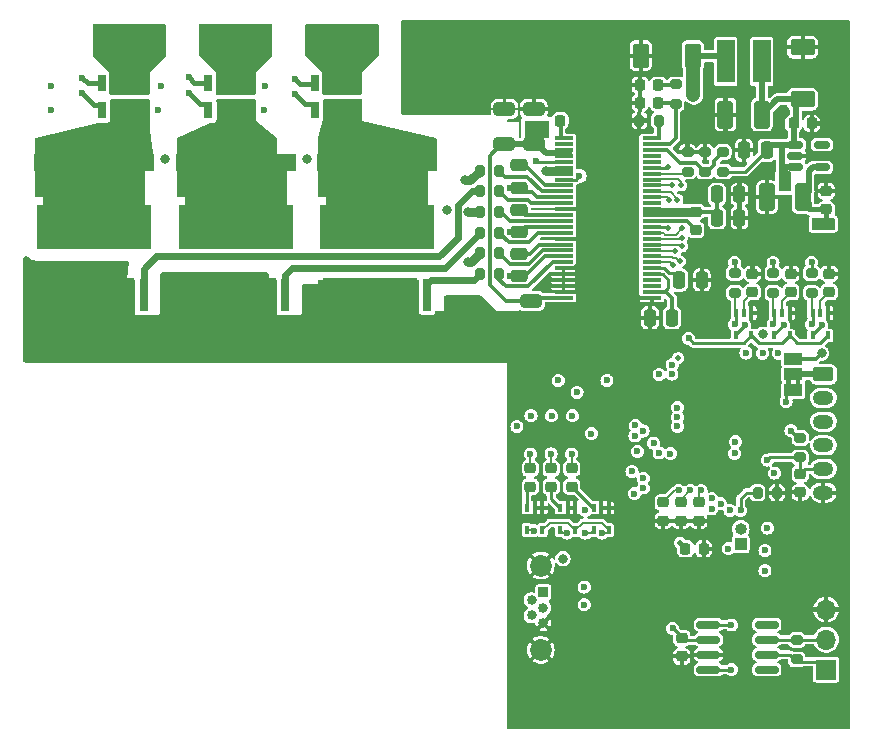
<source format=gbr>
%TF.GenerationSoftware,KiCad,Pcbnew,7.0.10*%
%TF.CreationDate,2024-02-05T19:27:08+01:00*%
%TF.ProjectId,vesc6,76657363-362e-46b6-9963-61645f706362,rev?*%
%TF.SameCoordinates,Original*%
%TF.FileFunction,Copper,L4,Bot*%
%TF.FilePolarity,Positive*%
%FSLAX46Y46*%
G04 Gerber Fmt 4.6, Leading zero omitted, Abs format (unit mm)*
G04 Created by KiCad (PCBNEW 7.0.10) date 2024-02-05 19:27:08*
%MOMM*%
%LPD*%
G01*
G04 APERTURE LIST*
G04 Aperture macros list*
%AMRoundRect*
0 Rectangle with rounded corners*
0 $1 Rounding radius*
0 $2 $3 $4 $5 $6 $7 $8 $9 X,Y pos of 4 corners*
0 Add a 4 corners polygon primitive as box body*
4,1,4,$2,$3,$4,$5,$6,$7,$8,$9,$2,$3,0*
0 Add four circle primitives for the rounded corners*
1,1,$1+$1,$2,$3*
1,1,$1+$1,$4,$5*
1,1,$1+$1,$6,$7*
1,1,$1+$1,$8,$9*
0 Add four rect primitives between the rounded corners*
20,1,$1+$1,$2,$3,$4,$5,0*
20,1,$1+$1,$4,$5,$6,$7,0*
20,1,$1+$1,$6,$7,$8,$9,0*
20,1,$1+$1,$8,$9,$2,$3,0*%
%AMFreePoly0*
4,1,30,0.400000,-4.000000,-0.400000,-4.000000,-2.400000,-4.000000,-2.400000,-3.200000,-0.400000,-3.200000,-0.400000,-2.800000,-2.400000,-2.800000,-2.400000,-2.000000,-0.400000,-2.000000,-0.400000,-1.600000,-2.400000,-1.600000,-2.400000,-0.800000,-0.400000,-0.800000,-0.400000,-0.400000,-2.400000,-0.400000,-2.400000,0.400000,-0.400000,0.400000,-0.400000,0.800000,-2.400000,0.800000,-2.400000,1.600000,
-0.400000,1.600000,-0.400000,2.000000,-2.400000,2.000000,-2.400000,2.800000,-0.400000,2.800000,-0.400000,3.200000,-2.400000,3.200000,-2.400000,4.000000,0.400000,4.000000,0.400000,-4.000000,0.400000,-4.000000,$1*%
%AMFreePoly1*
4,1,13,2.850000,-5.050000,1.450000,-5.050000,1.450000,-4.350000,-1.450000,-4.350000,-1.450000,-4.850000,-5.150000,-4.850000,-5.150000,4.850000,-1.450000,4.850000,-1.450000,4.350000,1.450000,4.350000,1.450000,5.050000,2.850000,5.050000,2.850000,-5.050000,2.850000,-5.050000,$1*%
G04 Aperture macros list end*
%TA.AperFunction,ComponentPad*%
%ADD10R,1.000000X1.000000*%
%TD*%
%TA.AperFunction,ComponentPad*%
%ADD11O,1.000000X1.000000*%
%TD*%
%TA.AperFunction,ComponentPad*%
%ADD12R,1.700000X1.700000*%
%TD*%
%TA.AperFunction,ComponentPad*%
%ADD13O,1.700000X1.700000*%
%TD*%
%TA.AperFunction,ComponentPad*%
%ADD14RoundRect,0.250000X-0.625000X0.350000X-0.625000X-0.350000X0.625000X-0.350000X0.625000X0.350000X0*%
%TD*%
%TA.AperFunction,ComponentPad*%
%ADD15O,1.750000X1.200000*%
%TD*%
%TA.AperFunction,ComponentPad*%
%ADD16R,0.840000X0.840000*%
%TD*%
%TA.AperFunction,ComponentPad*%
%ADD17C,0.840000*%
%TD*%
%TA.AperFunction,ComponentPad*%
%ADD18C,1.850000*%
%TD*%
%TA.AperFunction,SMDPad,CuDef*%
%ADD19RoundRect,0.225000X-0.250000X0.225000X-0.250000X-0.225000X0.250000X-0.225000X0.250000X0.225000X0*%
%TD*%
%TA.AperFunction,SMDPad,CuDef*%
%ADD20RoundRect,0.200000X0.200000X0.275000X-0.200000X0.275000X-0.200000X-0.275000X0.200000X-0.275000X0*%
%TD*%
%TA.AperFunction,SMDPad,CuDef*%
%ADD21RoundRect,0.200000X0.275000X-0.200000X0.275000X0.200000X-0.275000X0.200000X-0.275000X-0.200000X0*%
%TD*%
%TA.AperFunction,SMDPad,CuDef*%
%ADD22RoundRect,0.150000X-0.512500X-0.150000X0.512500X-0.150000X0.512500X0.150000X-0.512500X0.150000X0*%
%TD*%
%TA.AperFunction,SMDPad,CuDef*%
%ADD23R,2.950000X1.450000*%
%TD*%
%TA.AperFunction,SMDPad,CuDef*%
%ADD24R,0.700000X1.450000*%
%TD*%
%TA.AperFunction,SMDPad,CuDef*%
%ADD25RoundRect,0.250000X0.412500X0.925000X-0.412500X0.925000X-0.412500X-0.925000X0.412500X-0.925000X0*%
%TD*%
%TA.AperFunction,SMDPad,CuDef*%
%ADD26RoundRect,0.225000X0.250000X-0.225000X0.250000X0.225000X-0.250000X0.225000X-0.250000X-0.225000X0*%
%TD*%
%TA.AperFunction,SMDPad,CuDef*%
%ADD27RoundRect,0.250000X-0.800000X0.450000X-0.800000X-0.450000X0.800000X-0.450000X0.800000X0.450000X0*%
%TD*%
%TA.AperFunction,SMDPad,CuDef*%
%ADD28RoundRect,0.250000X0.450000X0.800000X-0.450000X0.800000X-0.450000X-0.800000X0.450000X-0.800000X0*%
%TD*%
%TA.AperFunction,SMDPad,CuDef*%
%ADD29RoundRect,0.250000X-0.250000X-0.475000X0.250000X-0.475000X0.250000X0.475000X-0.250000X0.475000X0*%
%TD*%
%TA.AperFunction,SMDPad,CuDef*%
%ADD30RoundRect,0.225000X0.225000X0.250000X-0.225000X0.250000X-0.225000X-0.250000X0.225000X-0.250000X0*%
%TD*%
%TA.AperFunction,SMDPad,CuDef*%
%ADD31RoundRect,0.250000X-0.650000X0.325000X-0.650000X-0.325000X0.650000X-0.325000X0.650000X0.325000X0*%
%TD*%
%TA.AperFunction,SMDPad,CuDef*%
%ADD32R,1.500000X3.600000*%
%TD*%
%TA.AperFunction,SMDPad,CuDef*%
%ADD33R,0.400000X0.650000*%
%TD*%
%TA.AperFunction,SMDPad,CuDef*%
%ADD34R,0.800000X2.800000*%
%TD*%
%TA.AperFunction,SMDPad,CuDef*%
%ADD35FreePoly0,90.000000*%
%TD*%
%TA.AperFunction,SMDPad,CuDef*%
%ADD36FreePoly1,90.000000*%
%TD*%
%TA.AperFunction,SMDPad,CuDef*%
%ADD37RoundRect,0.200000X-0.275000X0.200000X-0.275000X-0.200000X0.275000X-0.200000X0.275000X0.200000X0*%
%TD*%
%TA.AperFunction,SMDPad,CuDef*%
%ADD38R,1.550000X0.300000*%
%TD*%
%TA.AperFunction,SMDPad,CuDef*%
%ADD39R,3.610000X6.350000*%
%TD*%
%TA.AperFunction,SMDPad,CuDef*%
%ADD40RoundRect,0.250000X0.650000X-0.325000X0.650000X0.325000X-0.650000X0.325000X-0.650000X-0.325000X0*%
%TD*%
%TA.AperFunction,SMDPad,CuDef*%
%ADD41RoundRect,0.250000X0.475000X-0.250000X0.475000X0.250000X-0.475000X0.250000X-0.475000X-0.250000X0*%
%TD*%
%TA.AperFunction,SMDPad,CuDef*%
%ADD42RoundRect,0.225000X-0.225000X-0.250000X0.225000X-0.250000X0.225000X0.250000X-0.225000X0.250000X0*%
%TD*%
%TA.AperFunction,SMDPad,CuDef*%
%ADD43R,1.500000X1.000000*%
%TD*%
%TA.AperFunction,SMDPad,CuDef*%
%ADD44RoundRect,0.250000X0.250000X0.475000X-0.250000X0.475000X-0.250000X-0.475000X0.250000X-0.475000X0*%
%TD*%
%TA.AperFunction,SMDPad,CuDef*%
%ADD45RoundRect,0.150000X-0.825000X-0.150000X0.825000X-0.150000X0.825000X0.150000X-0.825000X0.150000X0*%
%TD*%
%TA.AperFunction,SMDPad,CuDef*%
%ADD46RoundRect,0.200000X-0.200000X-0.275000X0.200000X-0.275000X0.200000X0.275000X-0.200000X0.275000X0*%
%TD*%
%TA.AperFunction,ViaPad*%
%ADD47C,0.600000*%
%TD*%
%TA.AperFunction,ViaPad*%
%ADD48C,0.800000*%
%TD*%
%TA.AperFunction,ViaPad*%
%ADD49C,0.500000*%
%TD*%
%TA.AperFunction,Conductor*%
%ADD50C,0.300000*%
%TD*%
%TA.AperFunction,Conductor*%
%ADD51C,0.250000*%
%TD*%
%TA.AperFunction,Conductor*%
%ADD52C,0.400000*%
%TD*%
%TA.AperFunction,Conductor*%
%ADD53C,0.500000*%
%TD*%
%TA.AperFunction,Conductor*%
%ADD54C,0.200000*%
%TD*%
%TA.AperFunction,Conductor*%
%ADD55C,0.800000*%
%TD*%
%TA.AperFunction,Conductor*%
%ADD56C,1.200000*%
%TD*%
%TA.AperFunction,Conductor*%
%ADD57C,0.600000*%
%TD*%
G04 APERTURE END LIST*
%TA.AperFunction,EtchedComponent*%
%TO.C,SW1*%
G36*
X216000000Y-56900000D02*
G01*
X215600000Y-56900000D01*
X215600000Y-56400000D01*
X216000000Y-56400000D01*
X216000000Y-56900000D01*
G37*
%TD.AperFunction*%
%TA.AperFunction,EtchedComponent*%
G36*
X216800000Y-56900000D02*
G01*
X216400000Y-56900000D01*
X216400000Y-56400000D01*
X216800000Y-56400000D01*
X216800000Y-56900000D01*
G37*
%TD.AperFunction*%
%TD*%
D10*
%TO.P,TH1,1*%
%TO.N,/VESC_Right/3.3V*%
X211750000Y-70350000D03*
D11*
%TO.P,TH1,2*%
%TO.N,/VESC_Right/MCU/ADC_TEMP*%
X211750000Y-69080000D03*
%TD*%
D12*
%TO.P,J1,1,Pin_1*%
%TO.N,/VESC_Right/CAN_H*%
X219000000Y-80980000D03*
D13*
%TO.P,J1,2,Pin_2*%
%TO.N,/VESC_Right/CAN_L*%
X219000000Y-78440000D03*
%TO.P,J1,3,Pin_3*%
%TO.N,GND*%
X219000000Y-75900000D03*
%TD*%
D14*
%TO.P,J2,1,Pin_1*%
%TO.N,Net-(J2-Pin_1)*%
X218750000Y-56000000D03*
D15*
%TO.P,J2,2,Pin_2*%
%TO.N,/VESC_Right/MCU/HALL_1*%
X218750000Y-58000000D03*
%TO.P,J2,3,Pin_3*%
%TO.N,/VESC_Right/MCU/HALL_2*%
X218750000Y-60000000D03*
%TO.P,J2,4,Pin_4*%
%TO.N,/VESC_Right/MCU/HALL_3*%
X218750000Y-62000000D03*
%TO.P,J2,5,Pin_5*%
%TO.N,/VESC_Right/MCU/TEMP_MOTOR*%
X218750000Y-64000000D03*
%TO.P,J2,6,Pin_6*%
%TO.N,GND*%
X218750000Y-66000000D03*
%TD*%
D16*
%TO.P,J6,1,VBUS*%
%TO.N,Net-(J6-VBUS)*%
X195045000Y-74450000D03*
D17*
%TO.P,J6,2,D-*%
%TO.N,Net-(J6-D-)*%
X194045000Y-75100000D03*
%TO.P,J6,3,D+*%
%TO.N,Net-(J6-D+)*%
X195045000Y-75750000D03*
%TO.P,J6,4,ID*%
%TO.N,unconnected-(J6-ID-Pad4)*%
X194045000Y-76400000D03*
%TO.P,J6,5,GND*%
%TO.N,GND*%
X195045000Y-77050000D03*
D18*
%TO.P,J6,6,Shield*%
X194825000Y-72175000D03*
X194825000Y-79325000D03*
%TD*%
D19*
%TO.P,C57,1*%
%TO.N,/VESC_Right/3.3V*%
X206750000Y-78320000D03*
%TO.P,C57,2*%
%TO.N,GND*%
X206750000Y-79870000D03*
%TD*%
D20*
%TO.P,R36,1*%
%TO.N,/VESC_Right/DRV8301/GH_B*%
X191325000Y-42250000D03*
%TO.P,R36,2*%
%TO.N,/VESC_Right/DRV8301/SH_C*%
X189675000Y-42250000D03*
%TD*%
D21*
%TO.P,R11,1*%
%TO.N,/VESC_Right/MCU/TEMP_MOTOR*%
X216800000Y-63025000D03*
%TO.P,R11,2*%
%TO.N,/VESC_Right/3.3V*%
X216800000Y-61375000D03*
%TD*%
D22*
%TO.P,U6,1,IN*%
%TO.N,/VESC_Right/5V*%
X216362500Y-38450000D03*
%TO.P,U6,2,GND*%
%TO.N,GND*%
X216362500Y-37500000D03*
%TO.P,U6,3,EN*%
%TO.N,/VESC_Right/5V*%
X216362500Y-36550000D03*
%TO.P,U6,4,NC*%
%TO.N,unconnected-(U6-NC-Pad4)*%
X218637500Y-36550000D03*
%TO.P,U6,5,OUT*%
%TO.N,/VESC_Right/3.3V*%
X218637500Y-38450000D03*
%TD*%
D23*
%TO.P,R39,1,1*%
%TO.N,/VESC_Right/DRV8301/SH_C*%
X178000000Y-33650000D03*
D24*
%TO.P,R39,2,2*%
%TO.N,Net-(U12-IN+)*%
X175675000Y-33650000D03*
%TO.P,R39,3,3*%
%TO.N,Net-(U12-IN-)*%
X175675000Y-31350000D03*
D23*
%TO.P,R39,4,4*%
%TO.N,/VESC_Right/Power/PH_C*%
X178000000Y-31350000D03*
%TD*%
D21*
%TO.P,R43,1*%
%TO.N,/VESC_Right/CAN_H*%
X216500000Y-80125000D03*
%TO.P,R43,2*%
%TO.N,/VESC_Right/CAN_L*%
X216500000Y-78475000D03*
%TD*%
%TO.P,R34,1*%
%TO.N,/VESC_Right/MCU/CURRENT_1*%
X217750000Y-49075000D03*
%TO.P,R34,2*%
%TO.N,/VESC_Right/Power/C_A*%
X217750000Y-47425000D03*
%TD*%
D25*
%TO.P,C34,1*%
%TO.N,/VESC_Right/5V*%
X213537500Y-34000000D03*
%TO.P,C34,2*%
%TO.N,GND*%
X210462500Y-34000000D03*
%TD*%
D20*
%TO.P,R37,1*%
%TO.N,/VESC_Right/DRV8301/GL_B*%
X191325000Y-44000000D03*
%TO.P,R37,2*%
%TO.N,Net-(Q5-G)*%
X189675000Y-44000000D03*
%TD*%
D26*
%TO.P,C53,1*%
%TO.N,GND*%
X208200000Y-68375000D03*
%TO.P,C53,2*%
%TO.N,/VESC_Right/MCU/CURRENT_3*%
X208200000Y-66825000D03*
%TD*%
D20*
%TO.P,R30,1*%
%TO.N,GND*%
X214825000Y-66000000D03*
%TO.P,R30,2*%
%TO.N,/VESC_Right/MCU/ADC_TEMP*%
X213175000Y-66000000D03*
%TD*%
D26*
%TO.P,C40,1*%
%TO.N,GND*%
X205200000Y-68375000D03*
%TO.P,C40,2*%
%TO.N,/VESC_Right/MCU/CURRENT_1*%
X205200000Y-66825000D03*
%TD*%
D27*
%TO.P,D9,1,A1*%
%TO.N,GND*%
X217000000Y-28300000D03*
%TO.P,D9,2,A2*%
%TO.N,/VESC_Right/5V*%
X217000000Y-32700000D03*
%TD*%
D28*
%TO.P,D8,1,K*%
%TO.N,Net-(D8-K)*%
X207700000Y-29000000D03*
%TO.P,D8,2,A*%
%TO.N,GND*%
X203300000Y-29000000D03*
%TD*%
D23*
%TO.P,R35,1,1*%
%TO.N,/VESC_Right/DRV8301/SH_B*%
X169000000Y-33650000D03*
D24*
%TO.P,R35,2,2*%
%TO.N,Net-(U10-IN+)*%
X166675000Y-33650000D03*
%TO.P,R35,3,3*%
%TO.N,Net-(U10-IN-)*%
X166675000Y-31350000D03*
D23*
%TO.P,R35,4,4*%
%TO.N,/VESC_Right/Power/PH_B*%
X169000000Y-31350000D03*
%TD*%
D29*
%TO.P,C17,1*%
%TO.N,Net-(U3-CP1)*%
X209750000Y-40750000D03*
%TO.P,C17,2*%
%TO.N,GND*%
X211650000Y-40750000D03*
%TD*%
D30*
%TO.P,C24,1*%
%TO.N,GND*%
X198025000Y-34500000D03*
%TO.P,C24,2*%
%TO.N,Net-(U3-SS_TR)*%
X196475000Y-34500000D03*
%TD*%
D31*
%TO.P,C25,1*%
%TO.N,/VESC_Right/DRV8301/Supply_Filterted*%
X194000000Y-49775000D03*
%TO.P,C25,2*%
%TO.N,GND*%
X194000000Y-52725000D03*
%TD*%
D29*
%TO.P,C16,1*%
%TO.N,Net-(U3-CP1)*%
X209750000Y-42750000D03*
%TO.P,C16,2*%
%TO.N,GND*%
X211650000Y-42750000D03*
%TD*%
D30*
%TO.P,C19,1*%
%TO.N,Net-(U3-COMP)*%
X204775000Y-33000000D03*
%TO.P,C19,2*%
%TO.N,GND*%
X203225000Y-33000000D03*
%TD*%
D32*
%TO.P,L1,1,1*%
%TO.N,Net-(D8-K)*%
X210475000Y-29500000D03*
%TO.P,L1,2,2*%
%TO.N,/VESC_Right/5V*%
X213525000Y-29500000D03*
%TD*%
D33*
%TO.P,U8,1,IO_XA*%
%TO.N,/VESC_Right/MCU/CURRENT_1*%
X217850000Y-50800000D03*
%TO.P,U8,2,IO_YA*%
%TO.N,Net-(U8-IO_YA)*%
X218500000Y-50800000D03*
%TO.P,U8,3,GND*%
%TO.N,GND*%
X219150000Y-50800000D03*
%TO.P,U8,4,ON_OFF*%
%TO.N,/VESC_Right/MCU/CURR_FILTER_ON*%
X219150000Y-52700000D03*
%TO.P,U8,5,VCC*%
%TO.N,/VESC_Right/3.3V*%
X217850000Y-52700000D03*
%TD*%
D23*
%TO.P,R31,1,1*%
%TO.N,/VESC_Right/SH_A*%
X160000000Y-33650000D03*
D24*
%TO.P,R31,2,2*%
%TO.N,Net-(U7-IN+)*%
X157675000Y-33650000D03*
%TO.P,R31,3,3*%
%TO.N,Net-(U7-IN-)*%
X157675000Y-31350000D03*
D23*
%TO.P,R31,4,4*%
%TO.N,/VESC_Right/Power/PH_A*%
X160000000Y-31350000D03*
%TD*%
D34*
%TO.P,Q7,1,G*%
%TO.N,Net-(Q7-G)*%
X185200000Y-49250000D03*
D35*
%TO.P,Q7,2,S*%
%TO.N,GND*%
X180400000Y-48250000D03*
D36*
%TO.P,Q7,3,D*%
%TO.N,/VESC_Right/DRV8301/SH_C*%
X181000000Y-40200000D03*
%TD*%
D34*
%TO.P,Q5,1,G*%
%TO.N,Net-(Q5-G)*%
X173200000Y-49250000D03*
D35*
%TO.P,Q5,2,S*%
%TO.N,GND*%
X168400000Y-48250000D03*
D36*
%TO.P,Q5,3,D*%
%TO.N,/VESC_Right/DRV8301/SH_B*%
X169000000Y-40200000D03*
%TD*%
D37*
%TO.P,R18,1*%
%TO.N,Net-(U3-VSENSE)*%
X210250000Y-37175000D03*
%TO.P,R18,2*%
%TO.N,/VESC_Right/5V*%
X210250000Y-38825000D03*
%TD*%
D19*
%TO.P,C52,1*%
%TO.N,GND*%
X212750000Y-47475000D03*
%TO.P,C52,2*%
%TO.N,Net-(U11-IO_YA)*%
X212750000Y-49025000D03*
%TD*%
D30*
%TO.P,C15,1*%
%TO.N,Net-(C15-Pad1)*%
X204775000Y-31500000D03*
%TO.P,C15,2*%
%TO.N,GND*%
X203225000Y-31500000D03*
%TD*%
D38*
%TO.P,U3,1,RT_CLK*%
%TO.N,Net-(U3-RT_CLK)*%
X204250000Y-36000000D03*
%TO.P,U3,2,COMP*%
%TO.N,Net-(U3-COMP)*%
X204250000Y-36500000D03*
%TO.P,U3,3,VSENSE*%
%TO.N,Net-(U3-VSENSE)*%
X204250000Y-37000000D03*
%TO.P,U3,4,PWRGD*%
%TO.N,unconnected-(U3-PWRGD-Pad4)*%
X204250000Y-37500000D03*
%TO.P,U3,5,\u002AOCTW*%
%TO.N,unconnected-(U3-\u002AOCTW-Pad5)*%
X204250000Y-38000000D03*
%TO.P,U3,6,\u002AFAULT*%
%TO.N,/VESC_Right/DRV8301/FAULT*%
X204250000Y-38500000D03*
%TO.P,U3,7,DTC*%
%TO.N,Net-(U3-DTC)*%
X204250000Y-39000000D03*
%TO.P,U3,8,\u002ASCS*%
%TO.N,/VESC_Right/DRV8301/CS*%
X204250000Y-39500000D03*
%TO.P,U3,9,SDI*%
%TO.N,/VESC_Right/DRV8301/SDI*%
X204250000Y-40000000D03*
%TO.P,U3,10,SDO*%
%TO.N,/VESC_Right/DRV8301/SDO*%
X204250000Y-40500000D03*
%TO.P,U3,11,SCLK*%
%TO.N,/VESC_Right/DRV8301/SCLK*%
X204250000Y-41000000D03*
%TO.P,U3,12,DC_CAL*%
%TO.N,unconnected-(U3-DC_CAL-Pad12)*%
X204250000Y-41500000D03*
%TO.P,U3,13,GVDD*%
%TO.N,Net-(U3-CP1)*%
X204250000Y-42000000D03*
%TO.P,U3,14,CP1*%
X204250000Y-42500000D03*
%TO.P,U3,15,CP2*%
%TO.N,Net-(U3-CP2)*%
X204250000Y-43000000D03*
%TO.P,U3,16,EN_GATE*%
%TO.N,/VESC_Right/DRV8301/EN_GATE*%
X204250000Y-43500000D03*
%TO.P,U3,17,INH_A*%
%TO.N,/VESC_Right/DRV8301/INH_A*%
X204250000Y-44000000D03*
%TO.P,U3,18,INL_A*%
%TO.N,/VESC_Right/DRV8301/INL_A*%
X204250000Y-44500000D03*
%TO.P,U3,19,INH_B*%
%TO.N,/VESC_Right/DRV8301/INH_B*%
X204250000Y-45000000D03*
%TO.P,U3,20,INL_B*%
%TO.N,/VESC_Right/DRV8301/INL_B*%
X204250000Y-45500000D03*
%TO.P,U3,21,INH_C*%
%TO.N,/VESC_Right/DRV8301/INH_C*%
X204250000Y-46000000D03*
%TO.P,U3,22,INL_C*%
%TO.N,/VESC_Right/DRV8301/INL_C*%
X204250000Y-46500000D03*
%TO.P,U3,23,DVDD*%
%TO.N,Net-(U3-DVDD)*%
X204250000Y-47000000D03*
%TO.P,U3,24,REF*%
%TO.N,Net-(U3-AVDD)*%
X204250000Y-47500000D03*
%TO.P,U3,25,SO1*%
%TO.N,unconnected-(U3-SO1-Pad25)*%
X204250000Y-48000000D03*
%TO.P,U3,26,SO2*%
%TO.N,unconnected-(U3-SO2-Pad26)*%
X204250000Y-48500000D03*
%TO.P,U3,27,AVDD*%
%TO.N,Net-(U3-AVDD)*%
X204250000Y-49000000D03*
%TO.P,U3,28,AGND*%
%TO.N,GND*%
X204250000Y-49500000D03*
%TO.P,U3,29,PVDD1*%
%TO.N,/VESC_Right/DRV8301/Supply_Filterted*%
X196750000Y-49500000D03*
%TO.P,U3,30,SP2*%
%TO.N,GND*%
X196750000Y-49000000D03*
%TO.P,U3,31,SN2*%
X196750000Y-48500000D03*
%TO.P,U3,32,SP1*%
X196750000Y-48000000D03*
%TO.P,U3,33,SN1*%
X196750000Y-47500000D03*
%TO.P,U3,34,SL_C*%
X196750000Y-47000000D03*
%TO.P,U3,35,GL_C*%
%TO.N,/VESC_Right/DRV8301/GL_C*%
X196750000Y-46500000D03*
%TO.P,U3,36,SH_C*%
%TO.N,/VESC_Right/DRV8301/SH_C*%
X196750000Y-46000000D03*
%TO.P,U3,37,GH_C*%
%TO.N,/VESC_Right/DRV8301/GH_C*%
X196750000Y-45500000D03*
%TO.P,U3,38,BST_C*%
%TO.N,Net-(U3-BST_C)*%
X196750000Y-45000000D03*
%TO.P,U3,39,SL_B*%
%TO.N,GND*%
X196750000Y-44500000D03*
%TO.P,U3,40,GL_B*%
%TO.N,/VESC_Right/DRV8301/GL_B*%
X196750000Y-44000000D03*
%TO.P,U3,41,SH_B*%
%TO.N,/VESC_Right/DRV8301/SH_B*%
X196750000Y-43500000D03*
%TO.P,U3,42,GH_B*%
%TO.N,/VESC_Right/DRV8301/GH_B*%
X196750000Y-43000000D03*
%TO.P,U3,43,BST_B*%
%TO.N,Net-(U3-BST_B)*%
X196750000Y-42500000D03*
%TO.P,U3,44,SL_A*%
%TO.N,GND*%
X196750000Y-42000000D03*
%TO.P,U3,45,GL_A*%
%TO.N,/VESC_Right/DRV8301/GL_A*%
X196750000Y-41500000D03*
%TO.P,U3,46,SH_A*%
%TO.N,/VESC_Right/SH_A*%
X196750000Y-41000000D03*
%TO.P,U3,47,GH_A*%
%TO.N,/VESC_Right/DRV8301/GH_A*%
X196750000Y-40500000D03*
%TO.P,U3,48,BST_A*%
%TO.N,Net-(U3-BST_A)*%
X196750000Y-40000000D03*
%TO.P,U3,49,VDD_SPI*%
%TO.N,/VESC_Right/3.3V*%
X196750000Y-39500000D03*
%TO.P,U3,50,PH*%
%TO.N,Net-(D8-K)*%
X196750000Y-39000000D03*
%TO.P,U3,51,PH*%
X196750000Y-38500000D03*
%TO.P,U3,52,BST_BK*%
%TO.N,Net-(U3-BST_BK)*%
X196750000Y-38000000D03*
%TO.P,U3,53,PVDD2*%
%TO.N,/VESC_Right/DRV8301/Supply_Filterted*%
X196750000Y-37500000D03*
%TO.P,U3,54,PVDD2*%
X196750000Y-37000000D03*
%TO.P,U3,55,EN_BUCK*%
%TO.N,/VESC_Right/EN_BUCK*%
X196750000Y-36500000D03*
%TO.P,U3,56,SS_TR*%
%TO.N,Net-(U3-SS_TR)*%
X196750000Y-36000000D03*
D39*
%TO.P,U3,57,EPAD*%
%TO.N,GND*%
X200500000Y-42750000D03*
%TD*%
D20*
%TO.P,R42,1*%
%TO.N,/VESC_Right/DRV8301/GL_C*%
X191325000Y-47500000D03*
%TO.P,R42,2*%
%TO.N,Net-(Q7-G)*%
X189675000Y-47500000D03*
%TD*%
D40*
%TO.P,C32,1*%
%TO.N,/VESC_Right/DRV8301/Supply_Filterted*%
X194250000Y-36475000D03*
%TO.P,C32,2*%
%TO.N,GND*%
X194250000Y-33525000D03*
%TD*%
D41*
%TO.P,C30,1*%
%TO.N,/VESC_Right/DRV8301/SH_C*%
X193000000Y-47700000D03*
%TO.P,C30,2*%
%TO.N,Net-(U3-BST_C)*%
X193000000Y-45800000D03*
%TD*%
D19*
%TO.P,C3,1*%
%TO.N,/VESC_Right/MCU/TEMP_MOTOR*%
X216800000Y-64425000D03*
%TO.P,C3,2*%
%TO.N,GND*%
X216800000Y-65975000D03*
%TD*%
D20*
%TO.P,R32,1*%
%TO.N,/VESC_Right/DRV8301/GH_A*%
X191325000Y-38750000D03*
%TO.P,R32,2*%
%TO.N,Net-(Q2-G)*%
X189675000Y-38750000D03*
%TD*%
D21*
%TO.P,R23,1*%
%TO.N,Net-(U3-DTC)*%
X207250000Y-38825000D03*
%TO.P,R23,2*%
%TO.N,GND*%
X207250000Y-37175000D03*
%TD*%
D19*
%TO.P,C26,1*%
%TO.N,/VESC_Right/DRV8301/SENS_C*%
X193950000Y-63950000D03*
%TO.P,C26,2*%
%TO.N,Net-(U5-IO_XA)*%
X193950000Y-65500000D03*
%TD*%
%TO.P,C22,1*%
%TO.N,Net-(U3-CP1)*%
X207950000Y-42225000D03*
%TO.P,C22,2*%
%TO.N,Net-(U3-CP2)*%
X207950000Y-43775000D03*
%TD*%
D20*
%TO.P,R33,1*%
%TO.N,/VESC_Right/DRV8301/GL_A*%
X191325000Y-40500000D03*
%TO.P,R33,2*%
%TO.N,Net-(Q3-G)*%
X189675000Y-40500000D03*
%TD*%
D42*
%TO.P,C35,1*%
%TO.N,/VESC_Right/5V*%
X216225000Y-34750000D03*
%TO.P,C35,2*%
%TO.N,GND*%
X217775000Y-34750000D03*
%TD*%
%TO.P,C12,1*%
%TO.N,/VESC_Right/MCU/NRST*%
X207075000Y-70750000D03*
%TO.P,C12,2*%
%TO.N,GND*%
X208625000Y-70750000D03*
%TD*%
D37*
%TO.P,R19,1*%
%TO.N,Net-(C15-Pad1)*%
X206250000Y-31425000D03*
%TO.P,R19,2*%
%TO.N,Net-(U3-COMP)*%
X206250000Y-33075000D03*
%TD*%
D33*
%TO.P,U5,1,IO_XA*%
%TO.N,Net-(U5-IO_XA)*%
X193650000Y-67275000D03*
%TO.P,U5,2,IO_YA*%
%TO.N,GND*%
X194300000Y-67275000D03*
%TO.P,U5,3,GND*%
X194950000Y-67275000D03*
%TO.P,U5,4,ON_OFF*%
%TO.N,/VESC_Right/DRV8301/SENS_FILTERED*%
X194950000Y-69175000D03*
%TO.P,U5,5,VCC*%
%TO.N,/VESC_Right/3.3V*%
X193650000Y-69175000D03*
%TD*%
D43*
%TO.P,SW1,1,A*%
%TO.N,/VESC_Right/3.3V*%
X216200000Y-57300000D03*
%TO.P,SW1,2,B*%
%TO.N,Net-(J2-Pin_1)*%
X216200000Y-56000000D03*
%TO.P,SW1,3,C*%
%TO.N,/VESC_Right/5V*%
X216200000Y-54700000D03*
%TD*%
D19*
%TO.P,C39,1*%
%TO.N,GND*%
X219250000Y-47475000D03*
%TO.P,C39,2*%
%TO.N,Net-(U8-IO_YA)*%
X219250000Y-49025000D03*
%TD*%
D20*
%TO.P,R41,1*%
%TO.N,/VESC_Right/DRV8301/GH_C*%
X191325000Y-45750000D03*
%TO.P,R41,2*%
%TO.N,Net-(Q6-G)*%
X189675000Y-45750000D03*
%TD*%
D44*
%TO.P,C33,1*%
%TO.N,/VESC_Right/5V*%
X213950000Y-37000000D03*
%TO.P,C33,2*%
%TO.N,GND*%
X212050000Y-37000000D03*
%TD*%
D25*
%TO.P,C37,1*%
%TO.N,/VESC_Right/3.3V*%
X217037500Y-41000000D03*
%TO.P,C37,2*%
%TO.N,GND*%
X213962500Y-41000000D03*
%TD*%
D44*
%TO.P,C21,1*%
%TO.N,Net-(U3-AVDD)*%
X205950000Y-51200000D03*
%TO.P,C21,2*%
%TO.N,GND*%
X204050000Y-51200000D03*
%TD*%
D26*
%TO.P,C48,1*%
%TO.N,GND*%
X206700000Y-68375000D03*
%TO.P,C48,2*%
%TO.N,/VESC_Right/MCU/CURRENT_2*%
X206700000Y-66825000D03*
%TD*%
D21*
%TO.P,R40,1*%
%TO.N,/VESC_Right/MCU/CURRENT_3*%
X211250000Y-49075000D03*
%TO.P,R40,2*%
%TO.N,/VESC_Right/Power/C_C*%
X211250000Y-47425000D03*
%TD*%
D41*
%TO.P,C28,1*%
%TO.N,/VESC_Right/SH_A*%
X193000000Y-40200000D03*
%TO.P,C28,2*%
%TO.N,Net-(U3-BST_A)*%
X193000000Y-38300000D03*
%TD*%
D33*
%TO.P,U9,1,IO_XA*%
%TO.N,/VESC_Right/MCU/CURRENT_2*%
X214600000Y-50800000D03*
%TO.P,U9,2,IO_YA*%
%TO.N,Net-(U9-IO_YA)*%
X215250000Y-50800000D03*
%TO.P,U9,3,GND*%
%TO.N,GND*%
X215900000Y-50800000D03*
%TO.P,U9,4,ON_OFF*%
%TO.N,/VESC_Right/MCU/CURR_FILTER_ON*%
X215900000Y-52700000D03*
%TO.P,U9,5,VCC*%
%TO.N,/VESC_Right/3.3V*%
X214600000Y-52700000D03*
%TD*%
D21*
%TO.P,R38,1*%
%TO.N,/VESC_Right/MCU/CURRENT_2*%
X214500000Y-49075000D03*
%TO.P,R38,2*%
%TO.N,/VESC_Right/Power/C_B*%
X214500000Y-47425000D03*
%TD*%
D19*
%TO.P,C20,1*%
%TO.N,/VESC_Right/DRV8301/SENS_A*%
X197450000Y-63950000D03*
%TO.P,C20,2*%
%TO.N,Net-(U2-IO_XA)*%
X197450000Y-65500000D03*
%TD*%
D29*
%TO.P,C18,1*%
%TO.N,Net-(U3-DVDD)*%
X206550000Y-48000000D03*
%TO.P,C18,2*%
%TO.N,GND*%
X208450000Y-48000000D03*
%TD*%
D33*
%TO.P,U4,1,IO_XA*%
%TO.N,Net-(U4-IO_XA)*%
X196450000Y-67275000D03*
%TO.P,U4,2,IO_YA*%
%TO.N,GND*%
X197100000Y-67275000D03*
%TO.P,U4,3,GND*%
X197750000Y-67275000D03*
%TO.P,U4,4,ON_OFF*%
%TO.N,/VESC_Right/DRV8301/SENS_FILTERED*%
X197750000Y-69175000D03*
%TO.P,U4,5,VCC*%
%TO.N,/VESC_Right/3.3V*%
X196450000Y-69175000D03*
%TD*%
D19*
%TO.P,C46,1*%
%TO.N,GND*%
X216000000Y-47475000D03*
%TO.P,C46,2*%
%TO.N,Net-(U9-IO_YA)*%
X216000000Y-49025000D03*
%TD*%
D26*
%TO.P,C36,1*%
%TO.N,/VESC_Right/3.3V*%
X219000000Y-42025000D03*
%TO.P,C36,2*%
%TO.N,GND*%
X219000000Y-40475000D03*
%TD*%
D37*
%TO.P,R17,1*%
%TO.N,GND*%
X208750000Y-37175000D03*
%TO.P,R17,2*%
%TO.N,Net-(U3-VSENSE)*%
X208750000Y-38825000D03*
%TD*%
D45*
%TO.P,U14,1,D*%
%TO.N,/VESC_Right/CAN/TX*%
X209025000Y-81000000D03*
%TO.P,U14,2,GND*%
%TO.N,GND*%
X209025000Y-79730000D03*
%TO.P,U14,3,VCC*%
%TO.N,/VESC_Right/3.3V*%
X209025000Y-78460000D03*
%TO.P,U14,4,R*%
%TO.N,/VESC_Right/CAN/RX*%
X209025000Y-77190000D03*
%TO.P,U14,5,NC*%
%TO.N,unconnected-(U14-NC-Pad5)*%
X213975000Y-77190000D03*
%TO.P,U14,6,CANL*%
%TO.N,/VESC_Right/CAN_L*%
X213975000Y-78460000D03*
%TO.P,U14,7,CANH*%
%TO.N,/VESC_Right/CAN_H*%
X213975000Y-79730000D03*
%TO.P,U14,8,NC*%
%TO.N,unconnected-(U14-NC-Pad8)*%
X213975000Y-81000000D03*
%TD*%
D33*
%TO.P,U2,1,IO_XA*%
%TO.N,Net-(U2-IO_XA)*%
X199300000Y-67275000D03*
%TO.P,U2,2,IO_YA*%
%TO.N,GND*%
X199950000Y-67275000D03*
%TO.P,U2,3,GND*%
X200600000Y-67275000D03*
%TO.P,U2,4,ON_OFF*%
%TO.N,/VESC_Right/DRV8301/SENS_FILTERED*%
X200600000Y-69175000D03*
%TO.P,U2,5,VCC*%
%TO.N,/VESC_Right/3.3V*%
X199300000Y-69175000D03*
%TD*%
D40*
%TO.P,C31,1*%
%TO.N,/VESC_Right/DRV8301/Supply_Filterted*%
X191750000Y-36475000D03*
%TO.P,C31,2*%
%TO.N,GND*%
X191750000Y-33525000D03*
%TD*%
D19*
%TO.P,C23,1*%
%TO.N,/VESC_Right/DRV8301/SENS_B*%
X195700000Y-63950000D03*
%TO.P,C23,2*%
%TO.N,Net-(U4-IO_XA)*%
X195700000Y-65500000D03*
%TD*%
D34*
%TO.P,Q3,1,G*%
%TO.N,Net-(Q3-G)*%
X161200000Y-49250000D03*
D35*
%TO.P,Q3,2,S*%
%TO.N,GND*%
X156400000Y-48250000D03*
D36*
%TO.P,Q3,3,D*%
%TO.N,/VESC_Right/SH_A*%
X157000000Y-40200000D03*
%TD*%
D33*
%TO.P,U11,1,IO_XA*%
%TO.N,/VESC_Right/MCU/CURRENT_3*%
X211350000Y-50800000D03*
%TO.P,U11,2,IO_YA*%
%TO.N,Net-(U11-IO_YA)*%
X212000000Y-50800000D03*
%TO.P,U11,3,GND*%
%TO.N,GND*%
X212650000Y-50800000D03*
%TO.P,U11,4,ON_OFF*%
%TO.N,/VESC_Right/MCU/CURR_FILTER_ON*%
X212650000Y-52700000D03*
%TO.P,U11,5,VCC*%
%TO.N,/VESC_Right/3.3V*%
X211350000Y-52700000D03*
%TD*%
D41*
%TO.P,C29,1*%
%TO.N,/VESC_Right/DRV8301/SH_B*%
X193000000Y-43950000D03*
%TO.P,C29,2*%
%TO.N,Net-(U3-BST_B)*%
X193000000Y-42050000D03*
%TD*%
D46*
%TO.P,R22,1*%
%TO.N,GND*%
X203175000Y-34500000D03*
%TO.P,R22,2*%
%TO.N,Net-(U3-RT_CLK)*%
X204825000Y-34500000D03*
%TD*%
D47*
%TO.N,GND*%
X177750000Y-54400000D03*
X178750000Y-53400000D03*
X178750000Y-54400000D03*
X154750000Y-53500000D03*
X179750000Y-53400000D03*
X154750000Y-54500000D03*
X166750000Y-54450000D03*
X200600000Y-68125000D03*
X180750000Y-54400000D03*
X156750000Y-53500000D03*
X152750000Y-54500000D03*
X194900000Y-68125000D03*
X176750000Y-53400000D03*
X153750000Y-54500000D03*
X181750000Y-54400000D03*
X177750000Y-53400000D03*
X176750000Y-54400000D03*
X169750000Y-53450000D03*
X181750000Y-53400000D03*
X167750000Y-54450000D03*
X156750000Y-54500000D03*
X164750000Y-54450000D03*
X197700000Y-68125000D03*
X168750000Y-54450000D03*
X157750000Y-53500000D03*
X155750000Y-54500000D03*
X164750000Y-53450000D03*
X157750000Y-54500000D03*
X179750000Y-54400000D03*
X169750000Y-54450000D03*
X152750000Y-53500000D03*
X165750000Y-53450000D03*
X180750000Y-53400000D03*
X167750000Y-53450000D03*
X155750000Y-53500000D03*
X153750000Y-53500000D03*
X168750000Y-53450000D03*
X165750000Y-54450000D03*
X166750000Y-53450000D03*
%TO.N,/VESC_Right/MCU/TEMP_MOTOR*%
X214000000Y-63250000D03*
D48*
%TO.N,/VESC_Right/3.3V*%
X219250000Y-43250000D03*
D47*
X214000000Y-69000000D03*
X198100000Y-39200000D03*
X218600000Y-51800000D03*
X171500000Y-31600000D03*
X200419830Y-56500000D03*
X194250500Y-69225000D03*
X206000000Y-77500000D03*
X216000000Y-60750000D03*
X197050500Y-69417883D03*
D48*
X218250000Y-43250000D03*
D47*
X212100000Y-51800000D03*
X198600000Y-69425000D03*
X162700000Y-31600000D03*
X215400000Y-51800000D03*
X210700000Y-70750000D03*
X153400000Y-31600000D03*
X214600000Y-64350000D03*
X198600000Y-67500000D03*
X215600000Y-58300000D03*
%TO.N,/VESC_Right/MCU/NRST*%
X203500000Y-64800000D03*
X197900000Y-57500000D03*
D49*
X206600000Y-70250000D03*
D47*
%TO.N,/VESC_Right/DRV8301/SENS_A*%
X197450000Y-62725000D03*
X209301887Y-67381997D03*
%TO.N,/VESC_Right/DRV8301/SENS_B*%
X195700000Y-62725000D03*
X210050000Y-66950000D03*
D48*
%TO.N,/VESC_Right/DRV8301/Supply_Filterted*%
X195000000Y-35000000D03*
X194000000Y-35000000D03*
D47*
%TO.N,/VESC_Right/DRV8301/SENS_C*%
X193950000Y-62725000D03*
X210850000Y-67500000D03*
D48*
%TO.N,Net-(D8-K)*%
X195250000Y-38750000D03*
X207750000Y-31300000D03*
X207750000Y-32300000D03*
X196150000Y-38750000D03*
D47*
%TO.N,Net-(U3-BST_BK)*%
X194425000Y-37900000D03*
D48*
%TO.N,/VESC_Right/SH_A*%
X153850000Y-36600000D03*
X155100000Y-40350000D03*
X156350000Y-40350000D03*
X152600000Y-36600000D03*
X155100000Y-36600000D03*
X157600000Y-36600000D03*
X155100000Y-37850000D03*
X153850000Y-40350000D03*
X153850000Y-39100000D03*
X152600000Y-37850000D03*
X158850000Y-40350000D03*
X156350000Y-39100000D03*
X152600000Y-39100000D03*
X157600000Y-37850000D03*
X155100000Y-39100000D03*
X158850000Y-36600000D03*
X158850000Y-39100000D03*
X158850000Y-37850000D03*
X156350000Y-36600000D03*
X157600000Y-40350000D03*
D47*
X197500000Y-59500000D03*
D48*
X156350000Y-37850000D03*
X152600000Y-40350000D03*
D47*
X192225000Y-40225000D03*
D48*
X157600000Y-39100000D03*
X153850000Y-37850000D03*
%TO.N,/VESC_Right/DRV8301/SH_B*%
X164600000Y-39100000D03*
X165850000Y-36600000D03*
X164600000Y-37850000D03*
X165850000Y-37850000D03*
X168350000Y-40350000D03*
D47*
X192250000Y-43950000D03*
D48*
X168350000Y-37850000D03*
X165850000Y-40350000D03*
X167100000Y-39100000D03*
X169600000Y-36600000D03*
X164600000Y-40350000D03*
X169600000Y-40350000D03*
X169600000Y-39100000D03*
X167100000Y-36600000D03*
X165850000Y-39100000D03*
X168350000Y-36600000D03*
D47*
X195750000Y-59500000D03*
D48*
X169600000Y-37850000D03*
X170850000Y-36600000D03*
X167100000Y-40350000D03*
X170850000Y-40350000D03*
X168350000Y-39100000D03*
X170850000Y-37850000D03*
X170850000Y-39100000D03*
X164600000Y-36600000D03*
X167100000Y-37850000D03*
%TO.N,/VESC_Right/DRV8301/SH_C*%
X182850000Y-40350000D03*
X179100000Y-40350000D03*
X181600000Y-36600000D03*
X180350000Y-36600000D03*
X177850000Y-40350000D03*
X180350000Y-40350000D03*
X180350000Y-37850000D03*
X179100000Y-39100000D03*
X181600000Y-37850000D03*
X182850000Y-36600000D03*
X177850000Y-39100000D03*
X182850000Y-39100000D03*
D47*
X192250000Y-47700000D03*
D48*
X177850000Y-37850000D03*
X176600000Y-40350000D03*
X180350000Y-39100000D03*
X175000000Y-37750000D03*
X176600000Y-39100000D03*
X176600000Y-36600000D03*
X181600000Y-39100000D03*
X182850000Y-37850000D03*
X179100000Y-36600000D03*
X177850000Y-36600000D03*
D47*
X194000000Y-59500000D03*
D48*
X188700000Y-42250000D03*
X181600000Y-40350000D03*
X179100000Y-37850000D03*
X176600000Y-37850000D03*
%TO.N,/VESC_Right/5V*%
X196700000Y-71600000D03*
X218600000Y-54200000D03*
X215500000Y-39000000D03*
X215500000Y-40000000D03*
D47*
X192800000Y-60400000D03*
%TO.N,/VESC_Right/MCU/CURRENT_1*%
X206500000Y-65800000D03*
X217750000Y-51750000D03*
%TO.N,/VESC_Right/MCU/CURRENT_2*%
X214500000Y-51750000D03*
X207500000Y-65800000D03*
%TO.N,/VESC_Right/MCU/CURRENT_3*%
X211250000Y-51750000D03*
X208400000Y-65800000D03*
D48*
%TO.N,Net-(J2-Pin_1)*%
X213600000Y-52600000D03*
D47*
%TO.N,/VESC_Right/MCU/HALL_3*%
X212191084Y-54182039D03*
%TO.N,/VESC_Right/MCU/HALL_2*%
X213600000Y-54200000D03*
%TO.N,/VESC_Right/MCU/HALL_1*%
X214949998Y-54200000D03*
%TO.N,/VESC_Right/DRV8301/SENS_SUPPLY*%
X199100000Y-61000000D03*
X209300000Y-66500000D03*
X196300000Y-56500000D03*
D48*
%TO.N,Net-(Q2-G)*%
X163000000Y-37750000D03*
X188400000Y-39550000D03*
%TO.N,Net-(Q6-G)*%
X186900000Y-42100000D03*
X188700000Y-46500000D03*
D47*
%TO.N,/VESC_Right/MCU/USB_D_P*%
X198500000Y-75500000D03*
X204843649Y-62638514D03*
%TO.N,/VESC_Right/MCU/USB_D_N*%
X198500000Y-74000000D03*
X205800000Y-62700000D03*
%TO.N,/VESC_Right/MCU/LED_GREEN*%
X213800000Y-72600000D03*
X211250000Y-62690456D03*
%TO.N,/VESC_Right/MCU/LED_RED*%
X213800000Y-70900000D03*
X211300000Y-61700000D03*
%TO.N,/VESC_Right/MCU/ADC_TEMP*%
X211750000Y-67500000D03*
%TO.N,/VESC_Right/Power/C_A*%
X217750000Y-46500000D03*
X153400000Y-33600000D03*
%TO.N,/VESC_Right/Power/C_B*%
X214500000Y-46500000D03*
X162400000Y-33600000D03*
%TO.N,/VESC_Right/Power/C_C*%
X171400000Y-33600000D03*
X211250000Y-46500000D03*
%TO.N,/VESC_Right/DRV8301/SENS_FILTERED*%
X200000000Y-69425000D03*
%TO.N,/VESC_Right/DRV8301/INL_A*%
X206400000Y-60400000D03*
D49*
X206763909Y-44413909D03*
D47*
%TO.N,/VESC_Right/DRV8301/INL_B*%
X206400000Y-59599997D03*
D49*
X206226055Y-45550000D03*
D47*
%TO.N,/VESC_Right/DRV8301/INL_C*%
X206400000Y-58799994D03*
D49*
X206000000Y-46760723D03*
%TO.N,/VESC_Right/DRV8301/CS*%
X206700000Y-40000000D03*
X206450000Y-54600000D03*
D47*
%TO.N,/VESC_Right/DRV8301/INH_A*%
X205950981Y-55174043D03*
D49*
X206800000Y-43600000D03*
%TO.N,/VESC_Right/DRV8301/INH_B*%
X206794004Y-45140634D03*
D47*
X205920797Y-55972975D03*
%TO.N,/VESC_Right/DRV8301/INH_C*%
X204850000Y-56000000D03*
D49*
X206600000Y-46400000D03*
D47*
%TO.N,/VESC_Right/DRV8301/SCLK*%
X202825500Y-60300000D03*
D49*
X205700000Y-41200000D03*
D47*
%TO.N,/VESC_Right/MCU/CURR_FILTER_ON*%
X202800000Y-61200000D03*
X207336397Y-52936397D03*
%TO.N,/VESC_Right/DRV8301/SDO*%
X203484256Y-60785514D03*
D49*
X206400000Y-41200000D03*
D47*
%TO.N,/VESC_Right/DRV8301/SDI*%
X202997239Y-62510819D03*
D49*
X205950500Y-40000000D03*
%TO.N,/VESC_Right/DRV8301/EN_GATE*%
X205600000Y-43599500D03*
D47*
X204375000Y-61800000D03*
D49*
%TO.N,/VESC_Right/DRV8301/FAULT*%
X205600000Y-38450500D03*
D47*
X202550000Y-64200000D03*
%TO.N,/VESC_Right/CAN/RX*%
X203500000Y-65600003D03*
X210950000Y-77200000D03*
%TO.N,/VESC_Right/CAN/TX*%
X202750000Y-66100000D03*
X210950000Y-81000000D03*
%TO.N,Net-(U7-IN-)*%
X156000000Y-30900000D03*
%TO.N,Net-(U7-IN+)*%
X156000000Y-32200000D03*
%TO.N,Net-(U10-IN-)*%
X165025000Y-30850000D03*
%TO.N,Net-(U10-IN+)*%
X165025000Y-32150000D03*
%TO.N,Net-(U12-IN-)*%
X174025000Y-30950000D03*
%TO.N,Net-(U12-IN+)*%
X174025000Y-32250000D03*
%TD*%
D50*
%TO.N,GND*%
X196750000Y-48500000D02*
X198250000Y-48500000D01*
D51*
X206750000Y-79870000D02*
X206890000Y-79730000D01*
D50*
X198250000Y-48000000D02*
X196750000Y-48000000D01*
X196750000Y-47000000D02*
X197669976Y-47000000D01*
X196750000Y-47500000D02*
X198250000Y-47500000D01*
X198750000Y-44500000D02*
X200500000Y-42750000D01*
X196750000Y-49000000D02*
X198250000Y-49000000D01*
X200500000Y-44169976D02*
X200500000Y-42750000D01*
X196750000Y-44500000D02*
X198750000Y-44500000D01*
X204250000Y-49500000D02*
X202750000Y-49500000D01*
X197669976Y-47000000D02*
X200500000Y-44169976D01*
D51*
X206890000Y-79730000D02*
X209025000Y-79730000D01*
D50*
X199750000Y-42000000D02*
X200500000Y-42750000D01*
X196750000Y-42000000D02*
X199750000Y-42000000D01*
D51*
%TO.N,/VESC_Right/MCU/TEMP_MOTOR*%
X217225000Y-64000000D02*
X216800000Y-64425000D01*
X216800000Y-63025000D02*
X214225000Y-63025000D01*
X218750000Y-64000000D02*
X217225000Y-64000000D01*
X214225000Y-63025000D02*
X214000000Y-63250000D01*
X216800000Y-64425000D02*
X216800000Y-63025000D01*
%TO.N,/VESC_Right/3.3V*%
X196750000Y-39500000D02*
X197800000Y-39500000D01*
D52*
X217525000Y-42025000D02*
X217500000Y-42000000D01*
X219000000Y-43000000D02*
X219250000Y-43250000D01*
D53*
X217850000Y-38450000D02*
X217500000Y-38800000D01*
D51*
X215600000Y-57600000D02*
X215900000Y-57600000D01*
D53*
X218637500Y-38450000D02*
X217850000Y-38450000D01*
X217500000Y-40537500D02*
X217037500Y-41000000D01*
D51*
X214600000Y-52600000D02*
X215400000Y-51800000D01*
X217850000Y-52700000D02*
X217850000Y-52550000D01*
D52*
X219000000Y-42025000D02*
X217525000Y-42025000D01*
X217500000Y-41462500D02*
X217037500Y-41000000D01*
D51*
X197800000Y-39500000D02*
X198100000Y-39200000D01*
X206750000Y-78320000D02*
X206930000Y-78500000D01*
D54*
X193650000Y-69175000D02*
X194200500Y-69175000D01*
X199050000Y-69425000D02*
X198600000Y-69425000D01*
D51*
X214600000Y-52700000D02*
X214600000Y-52600000D01*
D54*
X197050500Y-69417883D02*
X196692883Y-69417883D01*
D51*
X208985000Y-78500000D02*
X209025000Y-78460000D01*
D54*
X196692883Y-69417883D02*
X196450000Y-69175000D01*
D51*
X206750000Y-78320000D02*
X206750000Y-78250000D01*
X217850000Y-52550000D02*
X218600000Y-51800000D01*
X216625000Y-61375000D02*
X216000000Y-60750000D01*
D52*
X217500000Y-42000000D02*
X217500000Y-41462500D01*
D51*
X211350000Y-52700000D02*
X211350000Y-52550000D01*
D54*
X194200500Y-69175000D02*
X194250500Y-69225000D01*
D51*
X211350000Y-52550000D02*
X212100000Y-51800000D01*
X216800000Y-61375000D02*
X216625000Y-61375000D01*
D53*
X217500000Y-38800000D02*
X217500000Y-40537500D01*
D54*
X199300000Y-69175000D02*
X199050000Y-69425000D01*
D51*
X215600000Y-58300000D02*
X215600000Y-57600000D01*
X206930000Y-78500000D02*
X208985000Y-78500000D01*
D52*
X219000000Y-42025000D02*
X219000000Y-43000000D01*
D51*
X206750000Y-78250000D02*
X206000000Y-77500000D01*
X215900000Y-57600000D02*
X216200000Y-57300000D01*
%TO.N,/VESC_Right/MCU/NRST*%
X207075000Y-70750000D02*
X207075000Y-70725000D01*
X207075000Y-70725000D02*
X206600000Y-70250000D01*
D50*
%TO.N,Net-(C15-Pad1)*%
X206175000Y-31500000D02*
X206250000Y-31425000D01*
X204775000Y-31500000D02*
X206175000Y-31500000D01*
D51*
%TO.N,Net-(U3-DVDD)*%
X204250000Y-47000000D02*
X205271641Y-47000000D01*
X205671641Y-47400000D02*
X206350000Y-47400000D01*
X205271641Y-47000000D02*
X205671641Y-47400000D01*
X206200000Y-48000000D02*
X206550000Y-48000000D01*
X206350000Y-47400000D02*
X206500000Y-47550000D01*
D50*
%TO.N,Net-(U3-COMP)*%
X206250000Y-36000000D02*
X206250000Y-33075000D01*
X206175000Y-33000000D02*
X206250000Y-33075000D01*
X204250000Y-36500000D02*
X205750000Y-36500000D01*
X204775000Y-33000000D02*
X206175000Y-33000000D01*
X205750000Y-36500000D02*
X206250000Y-36000000D01*
D54*
%TO.N,/VESC_Right/DRV8301/SENS_A*%
X197450000Y-62725000D02*
X197450000Y-63950000D01*
D51*
%TO.N,Net-(U2-IO_XA)*%
X199275000Y-67275000D02*
X197500000Y-65500000D01*
X199300000Y-67275000D02*
X199275000Y-67275000D01*
X197500000Y-65500000D02*
X197450000Y-65500000D01*
D50*
%TO.N,Net-(U3-AVDD)*%
X205950000Y-49550000D02*
X205950000Y-51200000D01*
D51*
X205600000Y-48684620D02*
X205284620Y-49000000D01*
X205284620Y-49000000D02*
X204250000Y-49000000D01*
X205600000Y-47964755D02*
X205600000Y-48684620D01*
X204250000Y-47500000D02*
X205135245Y-47500000D01*
X205135245Y-47500000D02*
X205600000Y-47964755D01*
D50*
X204250000Y-49000000D02*
X205400000Y-49000000D01*
X205400000Y-49000000D02*
X205950000Y-49550000D01*
%TO.N,Net-(U3-CP1)*%
X207950000Y-42225000D02*
X209725000Y-42225000D01*
X209725000Y-42225000D02*
X209750000Y-42250000D01*
X209750000Y-40750000D02*
X209750000Y-42750000D01*
D55*
X207925000Y-42250000D02*
X207950000Y-42225000D01*
D50*
X209750000Y-42250000D02*
X209750000Y-42750000D01*
D55*
X203850000Y-42250000D02*
X207925000Y-42250000D01*
D50*
%TO.N,Net-(U3-CP2)*%
X204250000Y-43000000D02*
X207175000Y-43000000D01*
X207175000Y-43000000D02*
X207950000Y-43775000D01*
D54*
%TO.N,/VESC_Right/DRV8301/SENS_B*%
X195700000Y-62725000D02*
X195700000Y-63950000D01*
D51*
%TO.N,Net-(U4-IO_XA)*%
X195700000Y-65500000D02*
X195700000Y-66525000D01*
X195700000Y-66525000D02*
X196450000Y-67275000D01*
D50*
%TO.N,Net-(U3-SS_TR)*%
X196500000Y-36000000D02*
X196500000Y-34500000D01*
D53*
%TO.N,/VESC_Right/DRV8301/Supply_Filterted*%
X195250000Y-37250000D02*
X197250000Y-37250000D01*
D50*
X190500000Y-48400000D02*
X191875000Y-49775000D01*
X196750000Y-49500000D02*
X194275000Y-49500000D01*
D53*
X194250000Y-36475000D02*
X194475000Y-36475000D01*
D50*
X190500000Y-37462500D02*
X190500000Y-48400000D01*
X194275000Y-49500000D02*
X194000000Y-49775000D01*
D53*
X194250000Y-36475000D02*
X191750000Y-36475000D01*
X194475000Y-36475000D02*
X195250000Y-37250000D01*
D50*
X191875000Y-49775000D02*
X194000000Y-49775000D01*
X191750000Y-36475000D02*
X191487500Y-36475000D01*
X191487500Y-36475000D02*
X190500000Y-37462500D01*
D54*
%TO.N,/VESC_Right/DRV8301/SENS_C*%
X193950000Y-62725000D02*
X193950000Y-63950000D01*
D51*
%TO.N,Net-(U5-IO_XA)*%
X193650000Y-65800000D02*
X193650000Y-67275000D01*
X193950000Y-65500000D02*
X193650000Y-65800000D01*
D55*
%TO.N,Net-(D8-K)*%
X196150000Y-38750000D02*
X195250000Y-38750000D01*
D53*
X207750000Y-29050000D02*
X210025000Y-29050000D01*
X207750000Y-31300000D02*
X207750000Y-29050000D01*
X196150000Y-38750000D02*
X197300000Y-38750000D01*
X210025000Y-29050000D02*
X210475000Y-29500000D01*
X207750000Y-32300000D02*
X207750000Y-31300000D01*
D56*
X207750000Y-32300000D02*
X207750000Y-29050000D01*
X207750000Y-29050000D02*
X207700000Y-29000000D01*
D51*
%TO.N,Net-(U3-BST_BK)*%
X194425000Y-37900000D02*
X194525000Y-38000000D01*
X194525000Y-38000000D02*
X196750000Y-38000000D01*
D50*
%TO.N,/VESC_Right/SH_A*%
X194053553Y-40550000D02*
X194503553Y-41000000D01*
D54*
X192225000Y-40225000D02*
X192975000Y-40225000D01*
D50*
X193000000Y-40200000D02*
X193350000Y-40550000D01*
D54*
X192975000Y-40225000D02*
X193000000Y-40200000D01*
D50*
X194503553Y-41000000D02*
X196750000Y-41000000D01*
X193350000Y-40550000D02*
X194053553Y-40550000D01*
%TO.N,Net-(U3-BST_A)*%
X193507106Y-38300000D02*
X195207106Y-40000000D01*
X193000000Y-38300000D02*
X193507106Y-38300000D01*
X195207106Y-40000000D02*
X196750000Y-40000000D01*
%TO.N,/VESC_Right/DRV8301/SH_B*%
X193450000Y-43500000D02*
X196750000Y-43500000D01*
D54*
X193000000Y-43950000D02*
X192250000Y-43950000D01*
D50*
X193000000Y-43950000D02*
X193450000Y-43500000D01*
%TO.N,Net-(U3-BST_B)*%
X196750000Y-42500000D02*
X193450000Y-42500000D01*
X193450000Y-42500000D02*
X193000000Y-42050000D01*
%TO.N,/VESC_Right/DRV8301/SH_C*%
X193507106Y-47700000D02*
X195207106Y-46000000D01*
X195207106Y-46000000D02*
X196750000Y-46000000D01*
D54*
X193000000Y-47700000D02*
X192250000Y-47700000D01*
D50*
X193000000Y-47700000D02*
X193507106Y-47700000D01*
D55*
X188700000Y-42250000D02*
X189675000Y-42250000D01*
D50*
%TO.N,Net-(U3-BST_C)*%
X194707106Y-45000000D02*
X196750000Y-45000000D01*
X193000000Y-45800000D02*
X193907106Y-45800000D01*
X193907106Y-45800000D02*
X194707106Y-45000000D01*
D51*
%TO.N,/VESC_Right/5V*%
X212125000Y-38825000D02*
X213950000Y-37000000D01*
X210250000Y-38825000D02*
X212125000Y-38825000D01*
D53*
X216400000Y-34575000D02*
X216400000Y-33300000D01*
X215500000Y-38450000D02*
X215500000Y-39000000D01*
X216362500Y-36550000D02*
X214400000Y-36550000D01*
D50*
X216200000Y-54700000D02*
X218100000Y-54700000D01*
D53*
X216225000Y-34750000D02*
X216400000Y-34575000D01*
X215250000Y-38750000D02*
X215250000Y-36600000D01*
X216225000Y-36412500D02*
X216362500Y-36550000D01*
X217000000Y-32700000D02*
X214837500Y-32700000D01*
X216225000Y-34750000D02*
X216225000Y-36412500D01*
X215500000Y-39000000D02*
X215250000Y-38750000D01*
X213525000Y-33987500D02*
X213537500Y-34000000D01*
X215300000Y-36550000D02*
X216362500Y-36550000D01*
X213525000Y-29500000D02*
X213525000Y-33987500D01*
X214400000Y-36550000D02*
X213950000Y-37000000D01*
X215250000Y-36600000D02*
X215300000Y-36550000D01*
X214837500Y-32700000D02*
X213537500Y-34000000D01*
D50*
X218100000Y-54700000D02*
X218600000Y-54200000D01*
D53*
X216362500Y-38450000D02*
X215500000Y-38450000D01*
X216400000Y-33300000D02*
X217000000Y-32700000D01*
D54*
%TO.N,Net-(U8-IO_YA)*%
X218500000Y-49775000D02*
X218500000Y-50800000D01*
X219250000Y-49025000D02*
X218500000Y-49775000D01*
%TO.N,/VESC_Right/MCU/CURRENT_1*%
X206500000Y-65800000D02*
X206200000Y-65800000D01*
X217750000Y-50700000D02*
X217850000Y-50800000D01*
X217750000Y-49075000D02*
X217750000Y-50700000D01*
D51*
X217850000Y-50800000D02*
X217850000Y-51650000D01*
D54*
X206200000Y-65800000D02*
X205200000Y-66800000D01*
X205200000Y-66800000D02*
X205200000Y-66825000D01*
D51*
X217850000Y-51650000D02*
X217750000Y-51750000D01*
D54*
%TO.N,Net-(U9-IO_YA)*%
X215250000Y-49775000D02*
X215250000Y-50800000D01*
X216000000Y-49025000D02*
X215250000Y-49775000D01*
%TO.N,/VESC_Right/MCU/CURRENT_2*%
X214500000Y-50700000D02*
X214600000Y-50800000D01*
D51*
X214600000Y-50800000D02*
X214600000Y-51650000D01*
D54*
X206700000Y-66600000D02*
X206700000Y-66825000D01*
X214500000Y-49075000D02*
X214500000Y-50700000D01*
X207500000Y-65800000D02*
X206700000Y-66600000D01*
D51*
X214600000Y-51650000D02*
X214500000Y-51750000D01*
D54*
%TO.N,Net-(U11-IO_YA)*%
X212000000Y-49775000D02*
X212000000Y-50800000D01*
X212750000Y-49025000D02*
X212000000Y-49775000D01*
%TO.N,/VESC_Right/MCU/CURRENT_3*%
X208200000Y-66000000D02*
X208200000Y-66825000D01*
D51*
X211350000Y-50800000D02*
X211350000Y-51650000D01*
D54*
X211250000Y-50700000D02*
X211350000Y-50800000D01*
X208400000Y-65800000D02*
X208200000Y-66000000D01*
D51*
X211350000Y-51650000D02*
X211250000Y-51750000D01*
D54*
X211250000Y-49075000D02*
X211250000Y-50700000D01*
D51*
%TO.N,/VESC_Right/CAN_H*%
X218730000Y-80980000D02*
X218730000Y-80710000D01*
X218345000Y-80325000D02*
X216500000Y-80325000D01*
X215905000Y-79730000D02*
X216500000Y-80325000D01*
X219000000Y-81250000D02*
X218730000Y-80980000D01*
X218730000Y-80710000D02*
X218345000Y-80325000D01*
X213975000Y-79730000D02*
X215905000Y-79730000D01*
%TO.N,/VESC_Right/CAN_L*%
X216735000Y-78440000D02*
X218730000Y-78440000D01*
X218730000Y-78440000D02*
X219000000Y-78710000D01*
X216285000Y-78460000D02*
X216500000Y-78675000D01*
X213975000Y-78460000D02*
X216285000Y-78460000D01*
X216500000Y-78675000D02*
X216735000Y-78440000D01*
D53*
%TO.N,Net-(J2-Pin_1)*%
X216200000Y-56000000D02*
X218750000Y-56000000D01*
D55*
%TO.N,Net-(Q2-G)*%
X188400000Y-39550000D02*
X188875000Y-39550000D01*
X188875000Y-39550000D02*
X189675000Y-38750000D01*
D57*
%TO.N,Net-(Q3-G)*%
X161200000Y-47050000D02*
X162250000Y-46000000D01*
X187800000Y-41663604D02*
X188963604Y-40500000D01*
X188963604Y-40500000D02*
X189675000Y-40500000D01*
X186250000Y-46000000D02*
X187800000Y-44450000D01*
X162250000Y-46000000D02*
X186250000Y-46000000D01*
X161200000Y-49250000D02*
X161200000Y-47050000D01*
X187800000Y-44450000D02*
X187800000Y-41663604D01*
%TO.N,Net-(Q5-G)*%
X189675000Y-44000000D02*
X186675000Y-47000000D01*
X186675000Y-47000000D02*
X173750000Y-47000000D01*
X173200000Y-47550000D02*
X173200000Y-49250000D01*
X173750000Y-47000000D02*
X173200000Y-47550000D01*
D52*
%TO.N,Net-(Q6-G)*%
X189675000Y-45750000D02*
X189600000Y-45750000D01*
D55*
X188700000Y-46500000D02*
X188925000Y-46500000D01*
D52*
X188850000Y-46500000D02*
X188700000Y-46500000D01*
D55*
X188925000Y-46500000D02*
X189675000Y-45750000D01*
D57*
%TO.N,Net-(Q7-G)*%
X189175000Y-48000000D02*
X189675000Y-47500000D01*
X185200000Y-49250000D02*
X185200000Y-48300000D01*
X185500000Y-48000000D02*
X189175000Y-48000000D01*
X185200000Y-48300000D02*
X185500000Y-48000000D01*
D50*
%TO.N,Net-(U3-VSENSE)*%
X209500000Y-37925000D02*
X209500000Y-38250000D01*
X210250000Y-37175000D02*
X209500000Y-37925000D01*
X205500000Y-37000000D02*
X206575000Y-38075000D01*
X208925000Y-38825000D02*
X208750000Y-38825000D01*
X208000000Y-38075000D02*
X208750000Y-38825000D01*
X204250000Y-37000000D02*
X205500000Y-37000000D01*
X209500000Y-38250000D02*
X208925000Y-38825000D01*
X206575000Y-38075000D02*
X208000000Y-38075000D01*
%TO.N,Net-(U3-RT_CLK)*%
X204825000Y-34500000D02*
X204825000Y-35925000D01*
X204825000Y-35925000D02*
X204750000Y-36000000D01*
D54*
%TO.N,Net-(U3-DTC)*%
X207075000Y-39000000D02*
X207250000Y-38825000D01*
X204250000Y-39000000D02*
X207075000Y-39000000D01*
D51*
%TO.N,/VESC_Right/MCU/ADC_TEMP*%
X211750000Y-66500000D02*
X212250000Y-66000000D01*
X211750000Y-67500000D02*
X211750000Y-66500000D01*
X212250000Y-66000000D02*
X213175000Y-66000000D01*
D50*
%TO.N,/VESC_Right/DRV8301/GH_A*%
X193650000Y-39250000D02*
X191825000Y-39250000D01*
X191825000Y-39250000D02*
X191325000Y-38750000D01*
X196750000Y-40500000D02*
X194900000Y-40500000D01*
X194900000Y-40500000D02*
X193650000Y-39250000D01*
%TO.N,/VESC_Right/DRV8301/GL_A*%
X193730456Y-41200000D02*
X194030456Y-41500000D01*
X191325000Y-40500000D02*
X192025000Y-41200000D01*
X192025000Y-41200000D02*
X193730456Y-41200000D01*
X194030456Y-41500000D02*
X196750000Y-41500000D01*
D51*
%TO.N,/VESC_Right/Power/C_A*%
X217750000Y-46500000D02*
X217750000Y-47425000D01*
D50*
%TO.N,/VESC_Right/DRV8301/GH_B*%
X191325000Y-42250000D02*
X191500000Y-42250000D01*
X191500000Y-42250000D02*
X192250000Y-43000000D01*
X192250000Y-43000000D02*
X196750000Y-43000000D01*
%TO.N,/VESC_Right/DRV8301/GL_B*%
X194625000Y-44000000D02*
X196750000Y-44000000D01*
X193825000Y-44800000D02*
X194625000Y-44000000D01*
X192125000Y-44800000D02*
X193825000Y-44800000D01*
X191325000Y-44000000D02*
X192125000Y-44800000D01*
D51*
%TO.N,/VESC_Right/Power/C_B*%
X214500000Y-46500000D02*
X214500000Y-47425000D01*
%TO.N,/VESC_Right/Power/C_C*%
X211250000Y-46500000D02*
X211250000Y-47425000D01*
D50*
%TO.N,/VESC_Right/DRV8301/GH_C*%
X191325000Y-45750000D02*
X192225000Y-46650000D01*
X195000000Y-45500000D02*
X196750000Y-45500000D01*
X193850000Y-46650000D02*
X195000000Y-45500000D01*
X192225000Y-46650000D02*
X193850000Y-46650000D01*
%TO.N,/VESC_Right/DRV8301/GL_C*%
X191325000Y-47975000D02*
X191325000Y-47500000D01*
X195830024Y-46500000D02*
X193780024Y-48550000D01*
X193780024Y-48550000D02*
X191900000Y-48550000D01*
X191900000Y-48550000D02*
X191325000Y-47975000D01*
X196750000Y-46500000D02*
X195830024Y-46500000D01*
D54*
%TO.N,/VESC_Right/DRV8301/SENS_FILTERED*%
X195575000Y-68550000D02*
X194950000Y-69175000D01*
X200500000Y-69425000D02*
X200000000Y-69425000D01*
X198375000Y-68550000D02*
X197750000Y-69175000D01*
X200600000Y-69175000D02*
X199975000Y-68550000D01*
X199975000Y-68550000D02*
X198375000Y-68550000D01*
X200600000Y-69325000D02*
X200500000Y-69425000D01*
X197750000Y-69175000D02*
X197125000Y-68550000D01*
X197125000Y-68550000D02*
X195575000Y-68550000D01*
X200600000Y-69175000D02*
X200600000Y-69325000D01*
%TO.N,/VESC_Right/DRV8301/INL_A*%
X204299500Y-44549500D02*
X204250000Y-44500000D01*
X206763909Y-44413909D02*
X206628318Y-44549500D01*
X206628318Y-44549500D02*
X204299500Y-44549500D01*
%TO.N,/VESC_Right/DRV8301/INL_B*%
X204300000Y-45550000D02*
X204250000Y-45500000D01*
X206226055Y-45550000D02*
X204300000Y-45550000D01*
%TO.N,/VESC_Right/DRV8301/INL_C*%
X205739277Y-46500000D02*
X204250000Y-46500000D01*
X206000000Y-46760723D02*
X205739277Y-46500000D01*
%TO.N,/VESC_Right/DRV8301/CS*%
X204300000Y-39450000D02*
X204250000Y-39500000D01*
X206700000Y-40000000D02*
X206700000Y-39700000D01*
X206450000Y-39450000D02*
X204300000Y-39450000D01*
X206700000Y-39700000D02*
X206450000Y-39450000D01*
%TO.N,/VESC_Right/DRV8301/INH_A*%
X206250500Y-44149500D02*
X206800000Y-43600000D01*
X205372182Y-44149500D02*
X206250500Y-44149500D01*
X204250000Y-44000000D02*
X205222682Y-44000000D01*
X205222682Y-44000000D02*
X205372182Y-44149500D01*
%TO.N,/VESC_Right/DRV8301/INH_B*%
X206794004Y-45140634D02*
X206653370Y-45000000D01*
X206653370Y-45000000D02*
X204250000Y-45000000D01*
%TO.N,/VESC_Right/DRV8301/INH_C*%
X204300000Y-46050000D02*
X204250000Y-46000000D01*
X206600000Y-46400000D02*
X206550000Y-46400000D01*
X206250000Y-46100000D02*
X205999293Y-46100000D01*
X205999293Y-46100000D02*
X205949293Y-46050000D01*
X205949293Y-46050000D02*
X204300000Y-46050000D01*
X206550000Y-46400000D02*
X206250000Y-46100000D01*
%TO.N,/VESC_Right/DRV8301/SCLK*%
X205700000Y-41200000D02*
X205500000Y-41000000D01*
X205500000Y-41000000D02*
X204250000Y-41000000D01*
D51*
%TO.N,/VESC_Right/MCU/CURR_FILTER_ON*%
X215250000Y-53350000D02*
X215900000Y-52700000D01*
X216550000Y-53350000D02*
X218500000Y-53350000D01*
X212000000Y-53350000D02*
X207750000Y-53350000D01*
X207750000Y-53350000D02*
X207336397Y-52936397D01*
X218500000Y-53350000D02*
X219150000Y-52700000D01*
X212650000Y-52700000D02*
X213300000Y-53350000D01*
X215900000Y-52700000D02*
X216550000Y-53350000D01*
X212650000Y-52700000D02*
X212000000Y-53350000D01*
X213300000Y-53350000D02*
X215250000Y-53350000D01*
D54*
%TO.N,/VESC_Right/DRV8301/SDO*%
X204300000Y-40550000D02*
X204250000Y-40500000D01*
X205827818Y-40550000D02*
X204300000Y-40550000D01*
X206400000Y-41200000D02*
X206400000Y-41122182D01*
X206400000Y-41122182D02*
X205827818Y-40550000D01*
%TO.N,/VESC_Right/DRV8301/SDI*%
X205950500Y-40000000D02*
X204250000Y-40000000D01*
D51*
%TO.N,/VESC_Right/DRV8301/EN_GATE*%
X204250000Y-43500000D02*
X205500500Y-43500000D01*
X205500500Y-43500000D02*
X205600000Y-43599500D01*
%TO.N,/VESC_Right/DRV8301/FAULT*%
X205550500Y-38500000D02*
X205600000Y-38450500D01*
X204250000Y-38500000D02*
X205550500Y-38500000D01*
%TO.N,/VESC_Right/CAN/RX*%
X209025000Y-77190000D02*
X210940000Y-77190000D01*
X210940000Y-77190000D02*
X210950000Y-77200000D01*
%TO.N,/VESC_Right/CAN/TX*%
X209025000Y-81000000D02*
X210950000Y-81000000D01*
D52*
%TO.N,Net-(U7-IN-)*%
X156450000Y-31350000D02*
X156000000Y-30900000D01*
X157675000Y-31350000D02*
X156450000Y-31350000D01*
%TO.N,Net-(U7-IN+)*%
X157600000Y-33200000D02*
X157675000Y-33275000D01*
X157000000Y-33200000D02*
X157600000Y-33200000D01*
X157675000Y-33275000D02*
X157675000Y-33650000D01*
X156000000Y-32200000D02*
X157000000Y-33200000D01*
%TO.N,Net-(U10-IN-)*%
X165475000Y-31300000D02*
X165025000Y-30850000D01*
X166700000Y-31300000D02*
X165475000Y-31300000D01*
%TO.N,Net-(U10-IN+)*%
X166700000Y-33225000D02*
X166700000Y-33600000D01*
X165975000Y-33100000D02*
X166575000Y-33100000D01*
X166575000Y-33100000D02*
X166700000Y-33225000D01*
X165025000Y-32150000D02*
X165975000Y-33100000D01*
%TO.N,Net-(U12-IN-)*%
X174475000Y-31400000D02*
X175700000Y-31400000D01*
X174025000Y-30950000D02*
X174475000Y-31400000D01*
%TO.N,Net-(U12-IN+)*%
X174875000Y-33100000D02*
X175475000Y-33100000D01*
X174025000Y-32250000D02*
X174875000Y-33100000D01*
X175700000Y-33325000D02*
X175700000Y-33700000D01*
X175475000Y-33100000D02*
X175700000Y-33325000D01*
%TD*%
%TA.AperFunction,Conductor*%
%TO.N,/VESC_Right/SH_A*%
G36*
X160500000Y-39500000D02*
G01*
X161201000Y-39500000D01*
X161259191Y-39518907D01*
X161295155Y-39568407D01*
X161300000Y-39599000D01*
X161300000Y-40901000D01*
X161281093Y-40959191D01*
X161231593Y-40995155D01*
X161201000Y-41000000D01*
X152099000Y-41000000D01*
X152040809Y-40981093D01*
X152004845Y-40931593D01*
X152000000Y-40901000D01*
X152000000Y-37350000D01*
X160500000Y-37350000D01*
X160500000Y-39500000D01*
G37*
%TD.AperFunction*%
%TD*%
%TA.AperFunction,Conductor*%
%TO.N,GND*%
G36*
X193000000Y-34000000D02*
G01*
X192877699Y-34000000D01*
X192893596Y-33957378D01*
X192893598Y-33957370D01*
X192900000Y-33897824D01*
X192900000Y-33650001D01*
X192899999Y-33650000D01*
X190600001Y-33650000D01*
X190600000Y-33650001D01*
X190600000Y-33900479D01*
X190598608Y-33900479D01*
X190584128Y-33954809D01*
X190536629Y-33993377D01*
X190501028Y-34000000D01*
X183099000Y-34000000D01*
X183040809Y-33981093D01*
X183004845Y-33931593D01*
X183000000Y-33901000D01*
X183000000Y-33399999D01*
X190600000Y-33399999D01*
X190600001Y-33400000D01*
X191624999Y-33400000D01*
X191625000Y-33399999D01*
X191875000Y-33399999D01*
X191875001Y-33400000D01*
X192899999Y-33400000D01*
X192900000Y-33399999D01*
X192900000Y-33152175D01*
X192893598Y-33092629D01*
X192893596Y-33092618D01*
X192843353Y-32957911D01*
X192843352Y-32957909D01*
X192757192Y-32842815D01*
X192757184Y-32842807D01*
X192642090Y-32756647D01*
X192642088Y-32756646D01*
X192507381Y-32706403D01*
X192507370Y-32706401D01*
X192447824Y-32700000D01*
X191875001Y-32700000D01*
X191875000Y-32700001D01*
X191875000Y-33399999D01*
X191625000Y-33399999D01*
X191625000Y-32700001D01*
X191624999Y-32700000D01*
X191052176Y-32700000D01*
X190992629Y-32706401D01*
X190992618Y-32706403D01*
X190857911Y-32756646D01*
X190857909Y-32756647D01*
X190742815Y-32842807D01*
X190742807Y-32842815D01*
X190656647Y-32957909D01*
X190656646Y-32957911D01*
X190606403Y-33092618D01*
X190606401Y-33092629D01*
X190600000Y-33152175D01*
X190600000Y-33399999D01*
X183000000Y-33399999D01*
X183000000Y-26099500D01*
X183018907Y-26041309D01*
X183068407Y-26005345D01*
X183099000Y-26000500D01*
X193000000Y-26000500D01*
X193000000Y-34000000D01*
G37*
%TD.AperFunction*%
%TD*%
%TA.AperFunction,Conductor*%
%TO.N,GND*%
G36*
X220958691Y-26019407D02*
G01*
X220994655Y-26068907D01*
X220999500Y-26099500D01*
X220999500Y-85900500D01*
X220980593Y-85958691D01*
X220931093Y-85994655D01*
X220900500Y-85999500D01*
X192099500Y-85999500D01*
X192041309Y-85980593D01*
X192005345Y-85931093D01*
X192000500Y-85900500D01*
X192000500Y-81181520D01*
X207799500Y-81181520D01*
X207799501Y-81181523D01*
X207814352Y-81275299D01*
X207814354Y-81275304D01*
X207871950Y-81388342D01*
X207961658Y-81478050D01*
X208074696Y-81535646D01*
X208168481Y-81550500D01*
X209881518Y-81550499D01*
X209881521Y-81550499D01*
X209881522Y-81550498D01*
X209928411Y-81543072D01*
X209975299Y-81535647D01*
X209975299Y-81535646D01*
X209975304Y-81535646D01*
X210088342Y-81478050D01*
X210161897Y-81404494D01*
X210216412Y-81376719D01*
X210231899Y-81375500D01*
X210501461Y-81375500D01*
X210559652Y-81394407D01*
X210561685Y-81395925D01*
X210672375Y-81480861D01*
X210806291Y-81536330D01*
X210950000Y-81555250D01*
X211093709Y-81536330D01*
X211227625Y-81480861D01*
X211342621Y-81392621D01*
X211430861Y-81277625D01*
X211470668Y-81181520D01*
X212749500Y-81181520D01*
X212749501Y-81181523D01*
X212764352Y-81275299D01*
X212764354Y-81275304D01*
X212821950Y-81388342D01*
X212911658Y-81478050D01*
X213024696Y-81535646D01*
X213118481Y-81550500D01*
X214831518Y-81550499D01*
X214831521Y-81550499D01*
X214831522Y-81550498D01*
X214878411Y-81543072D01*
X214925299Y-81535647D01*
X214925299Y-81535646D01*
X214925304Y-81535646D01*
X215038342Y-81478050D01*
X215128050Y-81388342D01*
X215185646Y-81275304D01*
X215200500Y-81181519D01*
X215200499Y-80818482D01*
X215192648Y-80768907D01*
X215185647Y-80724700D01*
X215185646Y-80724698D01*
X215185646Y-80724696D01*
X215128050Y-80611658D01*
X215038342Y-80521950D01*
X214925304Y-80464354D01*
X214925306Y-80464354D01*
X214915372Y-80462781D01*
X214860856Y-80435002D01*
X214833080Y-80380485D01*
X214842652Y-80320053D01*
X214885917Y-80276790D01*
X214915376Y-80267218D01*
X214925304Y-80265646D01*
X215038342Y-80208050D01*
X215111897Y-80134494D01*
X215166412Y-80106719D01*
X215181899Y-80105500D01*
X215675500Y-80105500D01*
X215733691Y-80124407D01*
X215769655Y-80173907D01*
X215774500Y-80204500D01*
X215774500Y-80379274D01*
X215777353Y-80409694D01*
X215777355Y-80409703D01*
X215822207Y-80537883D01*
X215902845Y-80647144D01*
X215902847Y-80647146D01*
X215902850Y-80647150D01*
X215902853Y-80647152D01*
X215902855Y-80647154D01*
X216012116Y-80727792D01*
X216012117Y-80727792D01*
X216012118Y-80727793D01*
X216140301Y-80772646D01*
X216170725Y-80775499D01*
X216170727Y-80775500D01*
X216170734Y-80775500D01*
X216829273Y-80775500D01*
X216829273Y-80775499D01*
X216859699Y-80772646D01*
X216987882Y-80727793D01*
X216992080Y-80724695D01*
X216998652Y-80719845D01*
X217056699Y-80700503D01*
X217057440Y-80700500D01*
X217800500Y-80700500D01*
X217858691Y-80719407D01*
X217894655Y-80768907D01*
X217899500Y-80799500D01*
X217899500Y-81854672D01*
X217899501Y-81854684D01*
X217914033Y-81927736D01*
X217914035Y-81927742D01*
X217969397Y-82010599D01*
X217969399Y-82010601D01*
X218052260Y-82065966D01*
X218107808Y-82077015D01*
X218125315Y-82080498D01*
X218125320Y-82080498D01*
X218125326Y-82080500D01*
X218125327Y-82080500D01*
X219874673Y-82080500D01*
X219874674Y-82080500D01*
X219947740Y-82065966D01*
X220030601Y-82010601D01*
X220085966Y-81927740D01*
X220100500Y-81854674D01*
X220100500Y-80105326D01*
X220085966Y-80032260D01*
X220054522Y-79985200D01*
X220030602Y-79949400D01*
X220030599Y-79949397D01*
X219947742Y-79894035D01*
X219947740Y-79894034D01*
X219947737Y-79894033D01*
X219947736Y-79894033D01*
X219874684Y-79879501D01*
X219874674Y-79879500D01*
X218125326Y-79879500D01*
X218125325Y-79879500D01*
X218125315Y-79879501D01*
X218052263Y-79894033D01*
X218052257Y-79894035D01*
X217994218Y-79932816D01*
X217939217Y-79949500D01*
X217323037Y-79949500D01*
X217264846Y-79930593D01*
X217228882Y-79881093D01*
X217224470Y-79859745D01*
X217222646Y-79840305D01*
X217222646Y-79840301D01*
X217177793Y-79712118D01*
X217165159Y-79695000D01*
X217097154Y-79602855D01*
X217097152Y-79602853D01*
X217097150Y-79602850D01*
X217097146Y-79602847D01*
X217097144Y-79602845D01*
X216987883Y-79522207D01*
X216859703Y-79477355D01*
X216859694Y-79477353D01*
X216829274Y-79474500D01*
X216829266Y-79474500D01*
X216222072Y-79474500D01*
X216163881Y-79455593D01*
X216161251Y-79453614D01*
X216158875Y-79451764D01*
X216149701Y-79443662D01*
X216148518Y-79442479D01*
X216131172Y-79430096D01*
X216127886Y-79427646D01*
X216086190Y-79395191D01*
X216079281Y-79391452D01*
X216072197Y-79387989D01*
X216021551Y-79372911D01*
X216017656Y-79371663D01*
X215967659Y-79354499D01*
X215959923Y-79353208D01*
X215952089Y-79352232D01*
X215952088Y-79352232D01*
X215952086Y-79352232D01*
X215899299Y-79354415D01*
X215895208Y-79354500D01*
X215181899Y-79354500D01*
X215123708Y-79335593D01*
X215111901Y-79325509D01*
X215038342Y-79251950D01*
X214925304Y-79194354D01*
X214925306Y-79194354D01*
X214915372Y-79192781D01*
X214860856Y-79165002D01*
X214833080Y-79110485D01*
X214842652Y-79050053D01*
X214885917Y-79006790D01*
X214915376Y-78997218D01*
X214925304Y-78995646D01*
X215038342Y-78938050D01*
X215111897Y-78864494D01*
X215166412Y-78836719D01*
X215181899Y-78835500D01*
X215734869Y-78835500D01*
X215793060Y-78854407D01*
X215817256Y-78882314D01*
X215817801Y-78881913D01*
X215902845Y-78997144D01*
X215902847Y-78997146D01*
X215902850Y-78997150D01*
X215902853Y-78997152D01*
X215902855Y-78997154D01*
X216012116Y-79077792D01*
X216012117Y-79077792D01*
X216012118Y-79077793D01*
X216140301Y-79122646D01*
X216170725Y-79125499D01*
X216170727Y-79125500D01*
X216170734Y-79125500D01*
X216829273Y-79125500D01*
X216829273Y-79125499D01*
X216859699Y-79122646D01*
X216987882Y-79077793D01*
X217097150Y-78997150D01*
X217177793Y-78887882D01*
X217179921Y-78881799D01*
X217216988Y-78833120D01*
X217273365Y-78815500D01*
X217896294Y-78815500D01*
X217954485Y-78834407D01*
X217984914Y-78870371D01*
X218060327Y-79021821D01*
X218183236Y-79184579D01*
X218333959Y-79321981D01*
X218507363Y-79429348D01*
X218697544Y-79503024D01*
X218898024Y-79540500D01*
X219101976Y-79540500D01*
X219302456Y-79503024D01*
X219492637Y-79429348D01*
X219666041Y-79321981D01*
X219816764Y-79184579D01*
X219939673Y-79021821D01*
X220030582Y-78839250D01*
X220086397Y-78643083D01*
X220105215Y-78440000D01*
X220086397Y-78236917D01*
X220030582Y-78040750D01*
X219939673Y-77858179D01*
X219816764Y-77695421D01*
X219666041Y-77558019D01*
X219492637Y-77450652D01*
X219302456Y-77376976D01*
X219302455Y-77376975D01*
X219302453Y-77376975D01*
X219101976Y-77339500D01*
X218898024Y-77339500D01*
X218697546Y-77376975D01*
X218676240Y-77385229D01*
X218507363Y-77450652D01*
X218393109Y-77521395D01*
X218333959Y-77558019D01*
X218183237Y-77695420D01*
X218060328Y-77858177D01*
X218060323Y-77858186D01*
X218041991Y-77895002D01*
X217999239Y-77980862D01*
X217984915Y-78009628D01*
X217942053Y-78053290D01*
X217896294Y-78064500D01*
X217229529Y-78064500D01*
X217171338Y-78045593D01*
X217149874Y-78024288D01*
X217097154Y-77952855D01*
X217097152Y-77952853D01*
X217097150Y-77952850D01*
X217097146Y-77952847D01*
X217097144Y-77952845D01*
X216987883Y-77872207D01*
X216859703Y-77827355D01*
X216859694Y-77827353D01*
X216829274Y-77824500D01*
X216829266Y-77824500D01*
X216170734Y-77824500D01*
X216170725Y-77824500D01*
X216140305Y-77827353D01*
X216140296Y-77827355D01*
X216012116Y-77872207D01*
X215902855Y-77952845D01*
X215902845Y-77952855D01*
X215835365Y-78044288D01*
X215785597Y-78079881D01*
X215755710Y-78084500D01*
X215181899Y-78084500D01*
X215123708Y-78065593D01*
X215111901Y-78055509D01*
X215038342Y-77981950D01*
X214925304Y-77924354D01*
X214925306Y-77924354D01*
X214915372Y-77922781D01*
X214860856Y-77895002D01*
X214833080Y-77840485D01*
X214842652Y-77780053D01*
X214885917Y-77736790D01*
X214915376Y-77727218D01*
X214925304Y-77725646D01*
X215038342Y-77668050D01*
X215128050Y-77578342D01*
X215185646Y-77465304D01*
X215200500Y-77371519D01*
X215200499Y-77008482D01*
X215190406Y-76944750D01*
X215185647Y-76914700D01*
X215185646Y-76914698D01*
X215185646Y-76914696D01*
X215128050Y-76801658D01*
X215038342Y-76711950D01*
X214925304Y-76654354D01*
X214925305Y-76654354D01*
X214831521Y-76639500D01*
X213118478Y-76639500D01*
X213118476Y-76639501D01*
X213024700Y-76654352D01*
X213024695Y-76654354D01*
X212911659Y-76711949D01*
X212821949Y-76801659D01*
X212764354Y-76914695D01*
X212749500Y-77008477D01*
X212749500Y-77371520D01*
X212749501Y-77371523D01*
X212764352Y-77465299D01*
X212764354Y-77465304D01*
X212821950Y-77578342D01*
X212911658Y-77668050D01*
X213024696Y-77725646D01*
X213034625Y-77727218D01*
X213089140Y-77754993D01*
X213116919Y-77809509D01*
X213107349Y-77869941D01*
X213064086Y-77913207D01*
X213034628Y-77922780D01*
X213024698Y-77924353D01*
X213024695Y-77924354D01*
X212911659Y-77981949D01*
X212821949Y-78071659D01*
X212764354Y-78184695D01*
X212749500Y-78278477D01*
X212749500Y-78641520D01*
X212749501Y-78641523D01*
X212764352Y-78735299D01*
X212764354Y-78735304D01*
X212821950Y-78848342D01*
X212911658Y-78938050D01*
X213024696Y-78995646D01*
X213034625Y-78997218D01*
X213089140Y-79024993D01*
X213116919Y-79079509D01*
X213107349Y-79139941D01*
X213064086Y-79183207D01*
X213034628Y-79192780D01*
X213024698Y-79194353D01*
X213024695Y-79194354D01*
X212911659Y-79251949D01*
X212821949Y-79341659D01*
X212764354Y-79454695D01*
X212749500Y-79548477D01*
X212749500Y-79911520D01*
X212749501Y-79911523D01*
X212764352Y-80005299D01*
X212764354Y-80005304D01*
X212821950Y-80118342D01*
X212911658Y-80208050D01*
X213024696Y-80265646D01*
X213034625Y-80267218D01*
X213089140Y-80294993D01*
X213116919Y-80349509D01*
X213107349Y-80409941D01*
X213064086Y-80453207D01*
X213034628Y-80462780D01*
X213024698Y-80464353D01*
X213024695Y-80464354D01*
X212911659Y-80521949D01*
X212821949Y-80611659D01*
X212764354Y-80724695D01*
X212749500Y-80818477D01*
X212749500Y-81181520D01*
X211470668Y-81181520D01*
X211486330Y-81143709D01*
X211505250Y-81000000D01*
X211486330Y-80856291D01*
X211430861Y-80722375D01*
X211342621Y-80607379D01*
X211227625Y-80519139D01*
X211227621Y-80519137D01*
X211093709Y-80463670D01*
X211093708Y-80463669D01*
X210950000Y-80444750D01*
X210806291Y-80463669D01*
X210806290Y-80463670D01*
X210672378Y-80519137D01*
X210672374Y-80519139D01*
X210647947Y-80537883D01*
X210561726Y-80604042D01*
X210504053Y-80624466D01*
X210501461Y-80624500D01*
X210231899Y-80624500D01*
X210173708Y-80605593D01*
X210161901Y-80595509D01*
X210088342Y-80521950D01*
X209975304Y-80464354D01*
X209975305Y-80464354D01*
X209963775Y-80462528D01*
X209909259Y-80434750D01*
X209881482Y-80380233D01*
X209891054Y-80319801D01*
X209934319Y-80276537D01*
X209963780Y-80266965D01*
X209975146Y-80265165D01*
X209975151Y-80265163D01*
X210088043Y-80207641D01*
X210177641Y-80118043D01*
X210235163Y-80005151D01*
X210235164Y-80005147D01*
X210250000Y-79911484D01*
X210250000Y-79905001D01*
X210249999Y-79905000D01*
X207800002Y-79905000D01*
X207800001Y-79905001D01*
X207800001Y-79911485D01*
X207814833Y-80005141D01*
X207814836Y-80005151D01*
X207872358Y-80118043D01*
X207961956Y-80207641D01*
X208074848Y-80265163D01*
X208086219Y-80266964D01*
X208140737Y-80294740D01*
X208168517Y-80349255D01*
X208158947Y-80409688D01*
X208115684Y-80452954D01*
X208086226Y-80462527D01*
X208074697Y-80464353D01*
X208074695Y-80464354D01*
X207961659Y-80521949D01*
X207871949Y-80611659D01*
X207814354Y-80724695D01*
X207799500Y-80818477D01*
X207799500Y-81181520D01*
X192000500Y-81181520D01*
X192000500Y-79325000D01*
X193644966Y-79325000D01*
X193665058Y-79541830D01*
X193724652Y-79751279D01*
X193821711Y-79946200D01*
X193821716Y-79946209D01*
X193879622Y-80022888D01*
X194239881Y-79662627D01*
X194265406Y-79711260D01*
X194374104Y-79833956D01*
X194486174Y-79911312D01*
X194124327Y-80273160D01*
X194299015Y-80381322D01*
X194502070Y-80459987D01*
X194716120Y-80500000D01*
X194933880Y-80500000D01*
X195147929Y-80459987D01*
X195350986Y-80381322D01*
X195350991Y-80381319D01*
X195525672Y-80273161D01*
X195392947Y-80140436D01*
X206025001Y-80140436D01*
X206031081Y-80197004D01*
X206031082Y-80197006D01*
X206078814Y-80324983D01*
X206160668Y-80434327D01*
X206160672Y-80434331D01*
X206270016Y-80516185D01*
X206397990Y-80563916D01*
X206397998Y-80563918D01*
X206454566Y-80569999D01*
X206575000Y-80569999D01*
X206575000Y-80569998D01*
X206925000Y-80569998D01*
X206925001Y-80569999D01*
X207045431Y-80569999D01*
X207045436Y-80569998D01*
X207102004Y-80563918D01*
X207102006Y-80563917D01*
X207229983Y-80516185D01*
X207339327Y-80434331D01*
X207339331Y-80434327D01*
X207421185Y-80324983D01*
X207468916Y-80197009D01*
X207468918Y-80197001D01*
X207475000Y-80140434D01*
X207475000Y-80045001D01*
X207474999Y-80045000D01*
X206925001Y-80045000D01*
X206925000Y-80045001D01*
X206925000Y-80569998D01*
X206575000Y-80569998D01*
X206575000Y-80045001D01*
X206574999Y-80045000D01*
X206025002Y-80045000D01*
X206025001Y-80045001D01*
X206025001Y-80140436D01*
X195392947Y-80140436D01*
X195163824Y-79911313D01*
X195275896Y-79833956D01*
X195384594Y-79711260D01*
X195410117Y-79662628D01*
X195770377Y-80022888D01*
X195828281Y-79946213D01*
X195828286Y-79946204D01*
X195925347Y-79751279D01*
X195984941Y-79541830D01*
X196005033Y-79325000D01*
X195984941Y-79108169D01*
X195925347Y-78898720D01*
X195828288Y-78703799D01*
X195828283Y-78703790D01*
X195770377Y-78627110D01*
X195410117Y-78987369D01*
X195384594Y-78938740D01*
X195275896Y-78816044D01*
X195163822Y-78738686D01*
X195525672Y-78376837D01*
X195350988Y-78268678D01*
X195350986Y-78268677D01*
X195147929Y-78190012D01*
X194933880Y-78150000D01*
X194716120Y-78150000D01*
X194502070Y-78190012D01*
X194299013Y-78268677D01*
X194299011Y-78268678D01*
X194124326Y-78376837D01*
X194486175Y-78738686D01*
X194374104Y-78816044D01*
X194265406Y-78938740D01*
X194239882Y-78987371D01*
X193879621Y-78627110D01*
X193821720Y-78703784D01*
X193821711Y-78703799D01*
X193724652Y-78898720D01*
X193665058Y-79108169D01*
X193644966Y-79325000D01*
X192000500Y-79325000D01*
X192000500Y-77631414D01*
X194711073Y-77631414D01*
X194805668Y-77681061D01*
X194805671Y-77681062D01*
X194963644Y-77719999D01*
X194963650Y-77720000D01*
X195126350Y-77720000D01*
X195126355Y-77719999D01*
X195284328Y-77681062D01*
X195284331Y-77681061D01*
X195378926Y-77631414D01*
X195247512Y-77500000D01*
X205444750Y-77500000D01*
X205463669Y-77643708D01*
X205463670Y-77643709D01*
X205509764Y-77754993D01*
X205519139Y-77777625D01*
X205607379Y-77892621D01*
X205722375Y-77980861D01*
X205856291Y-78036330D01*
X205938423Y-78047143D01*
X205993647Y-78073482D01*
X206022842Y-78127253D01*
X206024500Y-78145295D01*
X206024500Y-78590478D01*
X206024501Y-78590484D01*
X206030587Y-78647111D01*
X206030587Y-78647112D01*
X206030588Y-78647114D01*
X206078372Y-78775226D01*
X206160313Y-78884687D01*
X206269774Y-78966628D01*
X206365975Y-79002509D01*
X206413887Y-79040559D01*
X206430285Y-79099506D01*
X206408903Y-79156834D01*
X206365973Y-79188024D01*
X206270017Y-79223814D01*
X206160672Y-79305668D01*
X206160668Y-79305672D01*
X206078814Y-79415016D01*
X206031083Y-79542990D01*
X206031081Y-79542998D01*
X206025000Y-79599565D01*
X206025000Y-79694999D01*
X206025001Y-79695000D01*
X207474998Y-79695000D01*
X207474999Y-79694999D01*
X207474999Y-79599569D01*
X207474998Y-79599563D01*
X207468918Y-79542995D01*
X207468917Y-79542993D01*
X207421185Y-79415016D01*
X207339331Y-79305672D01*
X207339327Y-79305668D01*
X207229983Y-79223814D01*
X207134026Y-79188024D01*
X207086112Y-79149973D01*
X207069714Y-79091026D01*
X207091096Y-79033698D01*
X207134022Y-79002510D01*
X207230226Y-78966628D01*
X207325583Y-78895244D01*
X207383495Y-78875510D01*
X207384909Y-78875500D01*
X207858100Y-78875500D01*
X207916291Y-78894407D01*
X207928103Y-78904496D01*
X207961655Y-78938048D01*
X207961656Y-78938048D01*
X207961658Y-78938050D01*
X208074696Y-78995646D01*
X208086223Y-78997471D01*
X208140737Y-79025246D01*
X208168517Y-79079762D01*
X208158947Y-79140194D01*
X208115684Y-79183460D01*
X208086225Y-79193033D01*
X208074856Y-79194833D01*
X208074848Y-79194836D01*
X207961956Y-79252358D01*
X207872358Y-79341956D01*
X207814836Y-79454848D01*
X207814835Y-79454852D01*
X207800000Y-79548515D01*
X207800000Y-79554999D01*
X207800001Y-79555000D01*
X210249998Y-79555000D01*
X210249999Y-79554999D01*
X210249999Y-79548516D01*
X210249998Y-79548514D01*
X210235166Y-79454858D01*
X210235163Y-79454848D01*
X210177641Y-79341956D01*
X210088043Y-79252358D01*
X209975151Y-79194836D01*
X209975147Y-79194835D01*
X209963776Y-79193034D01*
X209909259Y-79165256D01*
X209881482Y-79110740D01*
X209891054Y-79050308D01*
X209934318Y-79007043D01*
X209963777Y-78997471D01*
X209975304Y-78995646D01*
X210088342Y-78938050D01*
X210178050Y-78848342D01*
X210235646Y-78735304D01*
X210250500Y-78641519D01*
X210250499Y-78278482D01*
X210235646Y-78184696D01*
X210178050Y-78071658D01*
X210088342Y-77981950D01*
X209975304Y-77924354D01*
X209975306Y-77924354D01*
X209965372Y-77922781D01*
X209910856Y-77895002D01*
X209883080Y-77840485D01*
X209892652Y-77780053D01*
X209935917Y-77736790D01*
X209965376Y-77727218D01*
X209975304Y-77725646D01*
X210088342Y-77668050D01*
X210161897Y-77594494D01*
X210216412Y-77566719D01*
X210231899Y-77565500D01*
X210489251Y-77565500D01*
X210547442Y-77584407D01*
X210554227Y-77590202D01*
X210557378Y-77592620D01*
X210557379Y-77592621D01*
X210672375Y-77680861D01*
X210806291Y-77736330D01*
X210950000Y-77755250D01*
X211093709Y-77736330D01*
X211227625Y-77680861D01*
X211342621Y-77592621D01*
X211430861Y-77477625D01*
X211486330Y-77343709D01*
X211505250Y-77200000D01*
X211486330Y-77056291D01*
X211430861Y-76922375D01*
X211342621Y-76807379D01*
X211227625Y-76719139D01*
X211227621Y-76719137D01*
X211093709Y-76663670D01*
X211093708Y-76663669D01*
X210950000Y-76644750D01*
X210806291Y-76663669D01*
X210806290Y-76663670D01*
X210672378Y-76719137D01*
X210672370Y-76719142D01*
X210574759Y-76794042D01*
X210517084Y-76814466D01*
X210514492Y-76814500D01*
X210231899Y-76814500D01*
X210173708Y-76795593D01*
X210161901Y-76785509D01*
X210088342Y-76711950D01*
X209975304Y-76654354D01*
X209975305Y-76654354D01*
X209881521Y-76639500D01*
X208168478Y-76639500D01*
X208168476Y-76639501D01*
X208074700Y-76654352D01*
X208074695Y-76654354D01*
X207961659Y-76711949D01*
X207871949Y-76801659D01*
X207814354Y-76914695D01*
X207799500Y-77008477D01*
X207799500Y-77371520D01*
X207799501Y-77371523D01*
X207814352Y-77465299D01*
X207814354Y-77465304D01*
X207871950Y-77578342D01*
X207961658Y-77668050D01*
X208074696Y-77725646D01*
X208084625Y-77727218D01*
X208139140Y-77754993D01*
X208166919Y-77809509D01*
X208157349Y-77869941D01*
X208114086Y-77913207D01*
X208084628Y-77922780D01*
X208074698Y-77924353D01*
X208074695Y-77924354D01*
X207961659Y-77981949D01*
X207871946Y-78071662D01*
X207867368Y-78077964D01*
X207866024Y-78076987D01*
X207829304Y-78113709D01*
X207784358Y-78124500D01*
X207572488Y-78124500D01*
X207514297Y-78105593D01*
X207478333Y-78056093D01*
X207474055Y-78036081D01*
X207469412Y-77992887D01*
X207469412Y-77992886D01*
X207421628Y-77864774D01*
X207339687Y-77755313D01*
X207292513Y-77719999D01*
X207230228Y-77673373D01*
X207230226Y-77673372D01*
X207102114Y-77625588D01*
X207102113Y-77625587D01*
X207063895Y-77621479D01*
X207045485Y-77619500D01*
X207045481Y-77619500D01*
X206691546Y-77619500D01*
X206633355Y-77600593D01*
X206621542Y-77590504D01*
X206582683Y-77551645D01*
X206554906Y-77497128D01*
X206554534Y-77494563D01*
X206536330Y-77356291D01*
X206480861Y-77222375D01*
X206392621Y-77107379D01*
X206277625Y-77019139D01*
X206277621Y-77019137D01*
X206143709Y-76963670D01*
X206143708Y-76963669D01*
X206000000Y-76944750D01*
X205856291Y-76963669D01*
X205856290Y-76963670D01*
X205722378Y-77019137D01*
X205722374Y-77019139D01*
X205607381Y-77107377D01*
X205607377Y-77107381D01*
X205519139Y-77222374D01*
X205519137Y-77222378D01*
X205463670Y-77356290D01*
X205463669Y-77356291D01*
X205444750Y-77499999D01*
X205444750Y-77500000D01*
X195247512Y-77500000D01*
X195045000Y-77297487D01*
X194711073Y-77631414D01*
X192000500Y-77631414D01*
X192000500Y-76400000D01*
X193369575Y-76400000D01*
X193389202Y-76561638D01*
X193389202Y-76561639D01*
X193446941Y-76713886D01*
X193539435Y-76847888D01*
X193661314Y-76955864D01*
X193781872Y-77019137D01*
X193805491Y-77031533D01*
X193963587Y-77070500D01*
X193963590Y-77070500D01*
X194126410Y-77070500D01*
X194126413Y-77070500D01*
X194256915Y-77038334D01*
X194317939Y-77042766D01*
X194364704Y-77082221D01*
X194378885Y-77122524D01*
X194389690Y-77211517D01*
X194389691Y-77211518D01*
X194447387Y-77363650D01*
X194447390Y-77363654D01*
X194462281Y-77385229D01*
X194826873Y-77020638D01*
X194821317Y-77073510D01*
X194850218Y-77162457D01*
X194912798Y-77231960D01*
X194998238Y-77270000D01*
X195068123Y-77270000D01*
X195136481Y-77255470D01*
X195212144Y-77200498D01*
X195258907Y-77119503D01*
X195266212Y-77050000D01*
X195292487Y-77050000D01*
X195627717Y-77385229D01*
X195642612Y-77363651D01*
X195700308Y-77211518D01*
X195700309Y-77211517D01*
X195719921Y-77050001D01*
X195719921Y-77049998D01*
X195700309Y-76888482D01*
X195700308Y-76888481D01*
X195642612Y-76736348D01*
X195642609Y-76736343D01*
X195627718Y-76714769D01*
X195292487Y-77050000D01*
X195266212Y-77050000D01*
X195268683Y-77026490D01*
X195239782Y-76937543D01*
X195177202Y-76868040D01*
X195091762Y-76830000D01*
X195021877Y-76830000D01*
X195016336Y-76831177D01*
X195045001Y-76802513D01*
X195378925Y-76468585D01*
X195375602Y-76446754D01*
X195373069Y-76444159D01*
X195364228Y-76383615D01*
X195392662Y-76329438D01*
X195415808Y-76312622D01*
X195428685Y-76305864D01*
X195550563Y-76197890D01*
X195635388Y-76075000D01*
X217911504Y-76075000D01*
X217914097Y-76102990D01*
X217969887Y-76299070D01*
X218060750Y-76481548D01*
X218060755Y-76481557D01*
X218183608Y-76644240D01*
X218334266Y-76781582D01*
X218507581Y-76888895D01*
X218507586Y-76888898D01*
X218697683Y-76962541D01*
X218824999Y-76986340D01*
X218825000Y-76986340D01*
X218825000Y-76369753D01*
X218857685Y-76384680D01*
X218964237Y-76400000D01*
X219035763Y-76400000D01*
X219142315Y-76384680D01*
X219175000Y-76369753D01*
X219175000Y-76986340D01*
X219302316Y-76962541D01*
X219492413Y-76888898D01*
X219492418Y-76888895D01*
X219665733Y-76781582D01*
X219816391Y-76644240D01*
X219939244Y-76481557D01*
X219939249Y-76481548D01*
X220030112Y-76299070D01*
X220085902Y-76102990D01*
X220088496Y-76075000D01*
X219469724Y-76075000D01*
X219500000Y-75971889D01*
X219500000Y-75828111D01*
X219469724Y-75725000D01*
X220088496Y-75725000D01*
X220085902Y-75697009D01*
X220030112Y-75500929D01*
X219939249Y-75318451D01*
X219939244Y-75318442D01*
X219816391Y-75155759D01*
X219665733Y-75018417D01*
X219492418Y-74911104D01*
X219492413Y-74911101D01*
X219302316Y-74837458D01*
X219175000Y-74813658D01*
X219175000Y-75430246D01*
X219142315Y-75415320D01*
X219035763Y-75400000D01*
X218964237Y-75400000D01*
X218857685Y-75415320D01*
X218825000Y-75430246D01*
X218825000Y-74813659D01*
X218824999Y-74813658D01*
X218697683Y-74837458D01*
X218507586Y-74911101D01*
X218507581Y-74911104D01*
X218334266Y-75018417D01*
X218183608Y-75155759D01*
X218060755Y-75318442D01*
X218060750Y-75318451D01*
X217969887Y-75500929D01*
X217914097Y-75697009D01*
X217911504Y-75725000D01*
X218530276Y-75725000D01*
X218500000Y-75828111D01*
X218500000Y-75971889D01*
X218530276Y-76075000D01*
X217911504Y-76075000D01*
X195635388Y-76075000D01*
X195643059Y-76063886D01*
X195700798Y-75911640D01*
X195720425Y-75750000D01*
X195700798Y-75588360D01*
X195667288Y-75500000D01*
X197944750Y-75500000D01*
X197963669Y-75643708D01*
X197963670Y-75643709D01*
X198015345Y-75768467D01*
X198019139Y-75777625D01*
X198107379Y-75892621D01*
X198222375Y-75980861D01*
X198356291Y-76036330D01*
X198500000Y-76055250D01*
X198643709Y-76036330D01*
X198777625Y-75980861D01*
X198892621Y-75892621D01*
X198980861Y-75777625D01*
X199036330Y-75643709D01*
X199055250Y-75500000D01*
X199044101Y-75415320D01*
X199036330Y-75356291D01*
X198980861Y-75222375D01*
X198892621Y-75107379D01*
X198777625Y-75019139D01*
X198777621Y-75019137D01*
X198643709Y-74963670D01*
X198643708Y-74963669D01*
X198500000Y-74944750D01*
X198356291Y-74963669D01*
X198356290Y-74963670D01*
X198222378Y-75019137D01*
X198222374Y-75019139D01*
X198107381Y-75107377D01*
X198107377Y-75107381D01*
X198019139Y-75222374D01*
X198019137Y-75222378D01*
X197963670Y-75356290D01*
X197963669Y-75356291D01*
X197944750Y-75499999D01*
X197944750Y-75500000D01*
X195667288Y-75500000D01*
X195643059Y-75436114D01*
X195587961Y-75356290D01*
X195550564Y-75302111D01*
X195521306Y-75276191D01*
X195490287Y-75223451D01*
X195496192Y-75162551D01*
X195536766Y-75116753D01*
X195553947Y-75110207D01*
X195553735Y-75109695D01*
X195562734Y-75105967D01*
X195562740Y-75105966D01*
X195645601Y-75050601D01*
X195700966Y-74967740D01*
X195715500Y-74894674D01*
X195715500Y-74005326D01*
X195714440Y-74000000D01*
X197944750Y-74000000D01*
X197963669Y-74143708D01*
X197963670Y-74143709D01*
X198019139Y-74277625D01*
X198107379Y-74392621D01*
X198222375Y-74480861D01*
X198356291Y-74536330D01*
X198500000Y-74555250D01*
X198643709Y-74536330D01*
X198777625Y-74480861D01*
X198892621Y-74392621D01*
X198980861Y-74277625D01*
X199036330Y-74143709D01*
X199055250Y-74000000D01*
X199036330Y-73856291D01*
X198980861Y-73722375D01*
X198892621Y-73607379D01*
X198777625Y-73519139D01*
X198777621Y-73519137D01*
X198643709Y-73463670D01*
X198643708Y-73463669D01*
X198500000Y-73444750D01*
X198356291Y-73463669D01*
X198356290Y-73463670D01*
X198222378Y-73519137D01*
X198222374Y-73519139D01*
X198107381Y-73607377D01*
X198107377Y-73607381D01*
X198019139Y-73722374D01*
X198019137Y-73722378D01*
X197963670Y-73856290D01*
X197963669Y-73856291D01*
X197944750Y-73999999D01*
X197944750Y-74000000D01*
X195714440Y-74000000D01*
X195714440Y-73999999D01*
X195712015Y-73987808D01*
X195700966Y-73932260D01*
X195650206Y-73856291D01*
X195645602Y-73849400D01*
X195645599Y-73849397D01*
X195562742Y-73794035D01*
X195562740Y-73794034D01*
X195562737Y-73794033D01*
X195562736Y-73794033D01*
X195489684Y-73779501D01*
X195489674Y-73779500D01*
X194600326Y-73779500D01*
X194600325Y-73779500D01*
X194600315Y-73779501D01*
X194527263Y-73794033D01*
X194527257Y-73794035D01*
X194444400Y-73849397D01*
X194444397Y-73849400D01*
X194389035Y-73932257D01*
X194389033Y-73932263D01*
X194374501Y-74005315D01*
X194374500Y-74005327D01*
X194374500Y-74364283D01*
X194355593Y-74422474D01*
X194306093Y-74458438D01*
X194251809Y-74460406D01*
X194126418Y-74429500D01*
X194126413Y-74429500D01*
X193963587Y-74429500D01*
X193963584Y-74429500D01*
X193805491Y-74468466D01*
X193805489Y-74468467D01*
X193661314Y-74544135D01*
X193539435Y-74652111D01*
X193446941Y-74786113D01*
X193405770Y-74894674D01*
X193389202Y-74938360D01*
X193369575Y-75100000D01*
X193389202Y-75261640D01*
X193425098Y-75356290D01*
X193446941Y-75413886D01*
X193539435Y-75547888D01*
X193539436Y-75547889D01*
X193539437Y-75547890D01*
X193661315Y-75655864D01*
X193673655Y-75662341D01*
X193716393Y-75706125D01*
X193725233Y-75766669D01*
X193696798Y-75820845D01*
X193673657Y-75837658D01*
X193661315Y-75844136D01*
X193661313Y-75844137D01*
X193661312Y-75844138D01*
X193539435Y-75952111D01*
X193446941Y-76086113D01*
X193389202Y-76238360D01*
X193389202Y-76238361D01*
X193369575Y-76399999D01*
X193369575Y-76400000D01*
X192000500Y-76400000D01*
X192000500Y-72175000D01*
X193644966Y-72175000D01*
X193665058Y-72391830D01*
X193724652Y-72601279D01*
X193821711Y-72796200D01*
X193821716Y-72796209D01*
X193879622Y-72872888D01*
X194239881Y-72512627D01*
X194265406Y-72561260D01*
X194374104Y-72683956D01*
X194486174Y-72761312D01*
X194124327Y-73123160D01*
X194299015Y-73231322D01*
X194502070Y-73309987D01*
X194716120Y-73350000D01*
X194933880Y-73350000D01*
X195147929Y-73309987D01*
X195350986Y-73231322D01*
X195350991Y-73231319D01*
X195525672Y-73123161D01*
X195163824Y-72761313D01*
X195275896Y-72683956D01*
X195384594Y-72561260D01*
X195410117Y-72512628D01*
X195770377Y-72872888D01*
X195828281Y-72796213D01*
X195828286Y-72796204D01*
X195925347Y-72601279D01*
X195925711Y-72600000D01*
X213244750Y-72600000D01*
X213263669Y-72743708D01*
X213263670Y-72743709D01*
X213307696Y-72850000D01*
X213319139Y-72877625D01*
X213407379Y-72992621D01*
X213522375Y-73080861D01*
X213656291Y-73136330D01*
X213800000Y-73155250D01*
X213943709Y-73136330D01*
X214077625Y-73080861D01*
X214192621Y-72992621D01*
X214280861Y-72877625D01*
X214336330Y-72743709D01*
X214355250Y-72600000D01*
X214336330Y-72456291D01*
X214280861Y-72322375D01*
X214192621Y-72207379D01*
X214077625Y-72119139D01*
X214077621Y-72119137D01*
X213943709Y-72063670D01*
X213943708Y-72063669D01*
X213800000Y-72044750D01*
X213656291Y-72063669D01*
X213656290Y-72063670D01*
X213522378Y-72119137D01*
X213522374Y-72119139D01*
X213407381Y-72207377D01*
X213407377Y-72207381D01*
X213319139Y-72322374D01*
X213319137Y-72322378D01*
X213263670Y-72456290D01*
X213263669Y-72456291D01*
X213244750Y-72599999D01*
X213244750Y-72600000D01*
X195925711Y-72600000D01*
X195984941Y-72391830D01*
X196005033Y-72175000D01*
X195993207Y-72047377D01*
X196006665Y-71987690D01*
X196052635Y-71947312D01*
X196113559Y-71941666D01*
X196166167Y-71972909D01*
X196173261Y-71982004D01*
X196209515Y-72034528D01*
X196209516Y-72034529D01*
X196209517Y-72034530D01*
X196327760Y-72139283D01*
X196467635Y-72212696D01*
X196621015Y-72250500D01*
X196621018Y-72250500D01*
X196778982Y-72250500D01*
X196778985Y-72250500D01*
X196932365Y-72212696D01*
X197072240Y-72139283D01*
X197190483Y-72034530D01*
X197280220Y-71904523D01*
X197336237Y-71756818D01*
X197355278Y-71600000D01*
X197349666Y-71553784D01*
X197336237Y-71443183D01*
X197336237Y-71443182D01*
X197280220Y-71295477D01*
X197190483Y-71165470D01*
X197072240Y-71060717D01*
X196956555Y-71000000D01*
X196932364Y-70987303D01*
X196778987Y-70949500D01*
X196778985Y-70949500D01*
X196621015Y-70949500D01*
X196621012Y-70949500D01*
X196467635Y-70987303D01*
X196327758Y-71060718D01*
X196209515Y-71165471D01*
X196119780Y-71295476D01*
X196063763Y-71443182D01*
X196063763Y-71443183D01*
X196046584Y-71584659D01*
X196020800Y-71640146D01*
X195967326Y-71669881D01*
X195906587Y-71662505D01*
X195861783Y-71620837D01*
X195859684Y-71616852D01*
X195828285Y-71553794D01*
X195828283Y-71553790D01*
X195770377Y-71477110D01*
X195410117Y-71837369D01*
X195384594Y-71788740D01*
X195275896Y-71666044D01*
X195163822Y-71588686D01*
X195525672Y-71226837D01*
X195350988Y-71118678D01*
X195350986Y-71118677D01*
X195147929Y-71040012D01*
X194933880Y-71000000D01*
X194716120Y-71000000D01*
X194502070Y-71040012D01*
X194299013Y-71118677D01*
X194299011Y-71118678D01*
X194124326Y-71226837D01*
X194486175Y-71588686D01*
X194374104Y-71666044D01*
X194265406Y-71788740D01*
X194239882Y-71837371D01*
X193879621Y-71477110D01*
X193821720Y-71553784D01*
X193821711Y-71553799D01*
X193724652Y-71748720D01*
X193665058Y-71958169D01*
X193644966Y-72175000D01*
X192000500Y-72175000D01*
X192000500Y-70250002D01*
X206094353Y-70250002D01*
X206114834Y-70392456D01*
X206174622Y-70523371D01*
X206174623Y-70523373D01*
X206268872Y-70632143D01*
X206329025Y-70670801D01*
X206367754Y-70718164D01*
X206374500Y-70754083D01*
X206374500Y-71045478D01*
X206374501Y-71045484D01*
X206380587Y-71102111D01*
X206380587Y-71102112D01*
X206380588Y-71102114D01*
X206428372Y-71230226D01*
X206510313Y-71339687D01*
X206619774Y-71421628D01*
X206747886Y-71469412D01*
X206804515Y-71475500D01*
X207345484Y-71475499D01*
X207402114Y-71469412D01*
X207530226Y-71421628D01*
X207639687Y-71339687D01*
X207721628Y-71230226D01*
X207757510Y-71134022D01*
X207795559Y-71086112D01*
X207854506Y-71069714D01*
X207911833Y-71091096D01*
X207943024Y-71134026D01*
X207978814Y-71229983D01*
X208060668Y-71339327D01*
X208060672Y-71339331D01*
X208170016Y-71421185D01*
X208297990Y-71468916D01*
X208297998Y-71468918D01*
X208354566Y-71474999D01*
X208450000Y-71474999D01*
X208450000Y-71474998D01*
X208800000Y-71474998D01*
X208800001Y-71474999D01*
X208895431Y-71474999D01*
X208895436Y-71474998D01*
X208952004Y-71468918D01*
X208952006Y-71468917D01*
X209079983Y-71421185D01*
X209189327Y-71339331D01*
X209189331Y-71339327D01*
X209271185Y-71229983D01*
X209318916Y-71102009D01*
X209318918Y-71102001D01*
X209325000Y-71045434D01*
X209325000Y-70925001D01*
X209324999Y-70925000D01*
X208800001Y-70925000D01*
X208800000Y-70925001D01*
X208800000Y-71474998D01*
X208450000Y-71474998D01*
X208450000Y-70750000D01*
X210144750Y-70750000D01*
X210163669Y-70893708D01*
X210163670Y-70893709D01*
X210207696Y-71000000D01*
X210219139Y-71027625D01*
X210307379Y-71142621D01*
X210422375Y-71230861D01*
X210556291Y-71286330D01*
X210700000Y-71305250D01*
X210843709Y-71286330D01*
X210977625Y-71230861D01*
X211092621Y-71142621D01*
X211100755Y-71132019D01*
X211151178Y-71097362D01*
X211198615Y-71095187D01*
X211225318Y-71100499D01*
X211225324Y-71100499D01*
X211225326Y-71100500D01*
X211225327Y-71100500D01*
X212274673Y-71100500D01*
X212274674Y-71100500D01*
X212347740Y-71085966D01*
X212430601Y-71030601D01*
X212485966Y-70947740D01*
X212495462Y-70900000D01*
X213244750Y-70900000D01*
X213263669Y-71043708D01*
X213263670Y-71043709D01*
X213314104Y-71165471D01*
X213319139Y-71177625D01*
X213407379Y-71292621D01*
X213522375Y-71380861D01*
X213656291Y-71436330D01*
X213800000Y-71455250D01*
X213943709Y-71436330D01*
X214077625Y-71380861D01*
X214192621Y-71292621D01*
X214280861Y-71177625D01*
X214336330Y-71043709D01*
X214355250Y-70900000D01*
X214351915Y-70874672D01*
X214336330Y-70756291D01*
X214280861Y-70622375D01*
X214192621Y-70507379D01*
X214077625Y-70419139D01*
X214077621Y-70419137D01*
X213943709Y-70363670D01*
X213943708Y-70363669D01*
X213800000Y-70344750D01*
X213656291Y-70363669D01*
X213656290Y-70363670D01*
X213522378Y-70419137D01*
X213522374Y-70419139D01*
X213407381Y-70507377D01*
X213407377Y-70507381D01*
X213319139Y-70622374D01*
X213319137Y-70622378D01*
X213263670Y-70756290D01*
X213263669Y-70756291D01*
X213244750Y-70899999D01*
X213244750Y-70900000D01*
X212495462Y-70900000D01*
X212500500Y-70874674D01*
X212500500Y-69825326D01*
X212485966Y-69752260D01*
X212451775Y-69701089D01*
X212430602Y-69669400D01*
X212430599Y-69669397D01*
X212394720Y-69645424D01*
X212356840Y-69597374D01*
X212354438Y-69536236D01*
X212365896Y-69510436D01*
X212430454Y-69407693D01*
X212430455Y-69407691D01*
X212430456Y-69407690D01*
X212486313Y-69248059D01*
X212491390Y-69202999D01*
X212505249Y-69080004D01*
X212505249Y-69079995D01*
X212496236Y-69000000D01*
X213444750Y-69000000D01*
X213463669Y-69143708D01*
X213463670Y-69143709D01*
X213512331Y-69261190D01*
X213519139Y-69277625D01*
X213607379Y-69392621D01*
X213722375Y-69480861D01*
X213856291Y-69536330D01*
X214000000Y-69555250D01*
X214143709Y-69536330D01*
X214277625Y-69480861D01*
X214392621Y-69392621D01*
X214480861Y-69277625D01*
X214536330Y-69143709D01*
X214555250Y-69000000D01*
X214551156Y-68968907D01*
X214536330Y-68856291D01*
X214480861Y-68722375D01*
X214392621Y-68607379D01*
X214277625Y-68519139D01*
X214277621Y-68519137D01*
X214143709Y-68463670D01*
X214143708Y-68463669D01*
X214000000Y-68444750D01*
X213856291Y-68463669D01*
X213856290Y-68463670D01*
X213722378Y-68519137D01*
X213722374Y-68519139D01*
X213607381Y-68607377D01*
X213607377Y-68607381D01*
X213519139Y-68722374D01*
X213519137Y-68722378D01*
X213463670Y-68856290D01*
X213463669Y-68856291D01*
X213444750Y-68999999D01*
X213444750Y-69000000D01*
X212496236Y-69000000D01*
X212486314Y-68911946D01*
X212486311Y-68911934D01*
X212457635Y-68829983D01*
X212430456Y-68752310D01*
X212430426Y-68752263D01*
X212340479Y-68609113D01*
X212340478Y-68609112D01*
X212340477Y-68609110D01*
X212220890Y-68489523D01*
X212220887Y-68489521D01*
X212220886Y-68489520D01*
X212077691Y-68399544D01*
X211918065Y-68343688D01*
X211918053Y-68343685D01*
X211750004Y-68324751D01*
X211749996Y-68324751D01*
X211581946Y-68343685D01*
X211581934Y-68343688D01*
X211422309Y-68399544D01*
X211422308Y-68399544D01*
X211279113Y-68489520D01*
X211159520Y-68609113D01*
X211069544Y-68752308D01*
X211069544Y-68752309D01*
X211013688Y-68911934D01*
X211013685Y-68911946D01*
X210994751Y-69079995D01*
X210994751Y-69080004D01*
X211013685Y-69248053D01*
X211013688Y-69248065D01*
X211069544Y-69407690D01*
X211069544Y-69407691D01*
X211134104Y-69510437D01*
X211149054Y-69569768D01*
X211126275Y-69626555D01*
X211105280Y-69645423D01*
X211069401Y-69669396D01*
X211069397Y-69669400D01*
X211014035Y-69752257D01*
X211014033Y-69752263D01*
X210999501Y-69825315D01*
X210999500Y-69825327D01*
X210999500Y-70130037D01*
X210980593Y-70188228D01*
X210931093Y-70224192D01*
X210869907Y-70224192D01*
X210862636Y-70221510D01*
X210843709Y-70213670D01*
X210843706Y-70213669D01*
X210843705Y-70213669D01*
X210700000Y-70194750D01*
X210556291Y-70213669D01*
X210556290Y-70213670D01*
X210422378Y-70269137D01*
X210422374Y-70269139D01*
X210307381Y-70357377D01*
X210307377Y-70357381D01*
X210219139Y-70472374D01*
X210219137Y-70472378D01*
X210163670Y-70606290D01*
X210163669Y-70606291D01*
X210144750Y-70749999D01*
X210144750Y-70750000D01*
X208450000Y-70750000D01*
X208450000Y-70574999D01*
X208800000Y-70574999D01*
X208800001Y-70575000D01*
X209324998Y-70575000D01*
X209324999Y-70574999D01*
X209324999Y-70454569D01*
X209324998Y-70454563D01*
X209318918Y-70397995D01*
X209318917Y-70397993D01*
X209271185Y-70270016D01*
X209189331Y-70160672D01*
X209189327Y-70160668D01*
X209079983Y-70078814D01*
X208952009Y-70031083D01*
X208952001Y-70031081D01*
X208895434Y-70025000D01*
X208800001Y-70025000D01*
X208800000Y-70025001D01*
X208800000Y-70574999D01*
X208450000Y-70574999D01*
X208450000Y-70025000D01*
X208354569Y-70025000D01*
X208354562Y-70025001D01*
X208297995Y-70031081D01*
X208297993Y-70031082D01*
X208170016Y-70078814D01*
X208060672Y-70160668D01*
X208060668Y-70160672D01*
X207978814Y-70270017D01*
X207943024Y-70365973D01*
X207904973Y-70413888D01*
X207846026Y-70430285D01*
X207788698Y-70408903D01*
X207757509Y-70365975D01*
X207721628Y-70269774D01*
X207639687Y-70160313D01*
X207569194Y-70107543D01*
X207530228Y-70078373D01*
X207530226Y-70078372D01*
X207402114Y-70030588D01*
X207402113Y-70030587D01*
X207363895Y-70026479D01*
X207345485Y-70024500D01*
X207345481Y-70024500D01*
X207110201Y-70024500D01*
X207052010Y-70005593D01*
X207026916Y-69979022D01*
X207025378Y-69976629D01*
X207025377Y-69976628D01*
X207025377Y-69976627D01*
X206931128Y-69867857D01*
X206931127Y-69867856D01*
X206931126Y-69867855D01*
X206810057Y-69790049D01*
X206810054Y-69790047D01*
X206810053Y-69790047D01*
X206807281Y-69789233D01*
X206671964Y-69749500D01*
X206671961Y-69749500D01*
X206528039Y-69749500D01*
X206528035Y-69749500D01*
X206389949Y-69790046D01*
X206389942Y-69790049D01*
X206268873Y-69867855D01*
X206174622Y-69976628D01*
X206114834Y-70107543D01*
X206094353Y-70249997D01*
X206094353Y-70250002D01*
X192000500Y-70250002D01*
X192000500Y-69524672D01*
X193199500Y-69524672D01*
X193199501Y-69524684D01*
X193214033Y-69597736D01*
X193214035Y-69597742D01*
X193269397Y-69680599D01*
X193269400Y-69680602D01*
X193300062Y-69701089D01*
X193352260Y-69735966D01*
X193407808Y-69747015D01*
X193425315Y-69750498D01*
X193425320Y-69750498D01*
X193425326Y-69750500D01*
X193425327Y-69750500D01*
X193874673Y-69750500D01*
X193874674Y-69750500D01*
X193947740Y-69735966D01*
X193947746Y-69735961D01*
X193956749Y-69732234D01*
X193958133Y-69735575D01*
X194000017Y-69723743D01*
X194034058Y-69731203D01*
X194106791Y-69761330D01*
X194106790Y-69761330D01*
X194250499Y-69780250D01*
X194250499Y-69780249D01*
X194250500Y-69780250D01*
X194394209Y-69761330D01*
X194528055Y-69705889D01*
X194589049Y-69701089D01*
X194620939Y-69715038D01*
X194652260Y-69735966D01*
X194707808Y-69747015D01*
X194725315Y-69750498D01*
X194725320Y-69750498D01*
X194725326Y-69750500D01*
X194725327Y-69750500D01*
X195174673Y-69750500D01*
X195174674Y-69750500D01*
X195247740Y-69735966D01*
X195330601Y-69680601D01*
X195385966Y-69597740D01*
X195400500Y-69524674D01*
X195400500Y-69261190D01*
X195419407Y-69202999D01*
X195429496Y-69191186D01*
X195691186Y-68929496D01*
X195745703Y-68901719D01*
X195761190Y-68900500D01*
X195900500Y-68900500D01*
X195958691Y-68919407D01*
X195994655Y-68968907D01*
X195999500Y-68999500D01*
X195999500Y-69524672D01*
X195999501Y-69524684D01*
X196014033Y-69597736D01*
X196014035Y-69597742D01*
X196069397Y-69680599D01*
X196069400Y-69680602D01*
X196100062Y-69701089D01*
X196152260Y-69735966D01*
X196207808Y-69747015D01*
X196225315Y-69750498D01*
X196225320Y-69750498D01*
X196225326Y-69750500D01*
X196563015Y-69750500D01*
X196621206Y-69769407D01*
X196641553Y-69789228D01*
X196657879Y-69810504D01*
X196772875Y-69898744D01*
X196906791Y-69954213D01*
X197050500Y-69973133D01*
X197194209Y-69954213D01*
X197328125Y-69898744D01*
X197443121Y-69810504D01*
X197449393Y-69802328D01*
X197459443Y-69789233D01*
X197509867Y-69754577D01*
X197537985Y-69750500D01*
X197974673Y-69750500D01*
X197974674Y-69750500D01*
X198047740Y-69735966D01*
X198047742Y-69735964D01*
X198051145Y-69734555D01*
X198057244Y-69734074D01*
X198057303Y-69734063D01*
X198057304Y-69734069D01*
X198112141Y-69729751D01*
X198164312Y-69761718D01*
X198167572Y-69765744D01*
X198178544Y-69780043D01*
X198204117Y-69813371D01*
X198207379Y-69817621D01*
X198322375Y-69905861D01*
X198456291Y-69961330D01*
X198600000Y-69980250D01*
X198743709Y-69961330D01*
X198877625Y-69905861D01*
X198992621Y-69817621D01*
X198994778Y-69814808D01*
X198996869Y-69813371D01*
X198997210Y-69813031D01*
X198997273Y-69813094D01*
X199045199Y-69780150D01*
X199061082Y-69776830D01*
X199064726Y-69776376D01*
X199065671Y-69776259D01*
X199077908Y-69775500D01*
X199079043Y-69775500D01*
X199098521Y-69772249D01*
X199102552Y-69771661D01*
X199151393Y-69765573D01*
X199151396Y-69765571D01*
X199158422Y-69763480D01*
X199165378Y-69761092D01*
X199165381Y-69761092D01*
X199165383Y-69761090D01*
X199173144Y-69758427D01*
X199173589Y-69759725D01*
X199210024Y-69750500D01*
X199507054Y-69750500D01*
X199565245Y-69769407D01*
X199585596Y-69789233D01*
X199601918Y-69810505D01*
X199607379Y-69817621D01*
X199722375Y-69905861D01*
X199856291Y-69961330D01*
X200000000Y-69980250D01*
X200143709Y-69961330D01*
X200277625Y-69905861D01*
X200392621Y-69817621D01*
X200392622Y-69817618D01*
X200392625Y-69817617D01*
X200397213Y-69813030D01*
X200398147Y-69813964D01*
X200442806Y-69783262D01*
X200477028Y-69781867D01*
X200477118Y-69779704D01*
X200485309Y-69780041D01*
X200485315Y-69780043D01*
X200515662Y-69776259D01*
X200527907Y-69775500D01*
X200529043Y-69775500D01*
X200548521Y-69772249D01*
X200552552Y-69771661D01*
X200601393Y-69765573D01*
X200601396Y-69765571D01*
X200608422Y-69763480D01*
X200615378Y-69761092D01*
X200615381Y-69761092D01*
X200615383Y-69761090D01*
X200623144Y-69758427D01*
X200623589Y-69759725D01*
X200660024Y-69750500D01*
X200824673Y-69750500D01*
X200824674Y-69750500D01*
X200897740Y-69735966D01*
X200980601Y-69680601D01*
X201035966Y-69597740D01*
X201050500Y-69524674D01*
X201050500Y-68825326D01*
X201035966Y-68752260D01*
X201010438Y-68714054D01*
X200980602Y-68669400D01*
X200980599Y-68669397D01*
X200944738Y-68645436D01*
X204475001Y-68645436D01*
X204481081Y-68702004D01*
X204481082Y-68702006D01*
X204528814Y-68829983D01*
X204610668Y-68939327D01*
X204610672Y-68939331D01*
X204720016Y-69021185D01*
X204847990Y-69068916D01*
X204847998Y-69068918D01*
X204904566Y-69074999D01*
X205025000Y-69074999D01*
X205025000Y-69074998D01*
X205375000Y-69074998D01*
X205375001Y-69074999D01*
X205495431Y-69074999D01*
X205495436Y-69074998D01*
X205552004Y-69068918D01*
X205552006Y-69068917D01*
X205679983Y-69021185D01*
X205789327Y-68939331D01*
X205789331Y-68939327D01*
X205870746Y-68830570D01*
X205920755Y-68795316D01*
X205981934Y-68796190D01*
X206029254Y-68830570D01*
X206110668Y-68939327D01*
X206110672Y-68939331D01*
X206220016Y-69021185D01*
X206347990Y-69068916D01*
X206347998Y-69068918D01*
X206404566Y-69074999D01*
X206525000Y-69074999D01*
X206525000Y-69074998D01*
X206875000Y-69074998D01*
X206875001Y-69074999D01*
X206995431Y-69074999D01*
X206995436Y-69074998D01*
X207052004Y-69068918D01*
X207052006Y-69068917D01*
X207179983Y-69021185D01*
X207289327Y-68939331D01*
X207289331Y-68939327D01*
X207370746Y-68830570D01*
X207420755Y-68795316D01*
X207481934Y-68796190D01*
X207529254Y-68830570D01*
X207610668Y-68939327D01*
X207610672Y-68939331D01*
X207720016Y-69021185D01*
X207847990Y-69068916D01*
X207847998Y-69068918D01*
X207904566Y-69074999D01*
X208025000Y-69074999D01*
X208025000Y-69074998D01*
X208375000Y-69074998D01*
X208375001Y-69074999D01*
X208495431Y-69074999D01*
X208495436Y-69074998D01*
X208552004Y-69068918D01*
X208552006Y-69068917D01*
X208679983Y-69021185D01*
X208789327Y-68939331D01*
X208789331Y-68939327D01*
X208871185Y-68829983D01*
X208918916Y-68702009D01*
X208918918Y-68702001D01*
X208925000Y-68645434D01*
X208925000Y-68550001D01*
X208924999Y-68550000D01*
X208375001Y-68550000D01*
X208375000Y-68550001D01*
X208375000Y-69074998D01*
X208025000Y-69074998D01*
X208025000Y-68550001D01*
X208024999Y-68550000D01*
X206875001Y-68550000D01*
X206875000Y-68550001D01*
X206875000Y-69074998D01*
X206525000Y-69074998D01*
X206525000Y-68550001D01*
X206524999Y-68550000D01*
X205375001Y-68550000D01*
X205375000Y-68550001D01*
X205375000Y-69074998D01*
X205025000Y-69074998D01*
X205025000Y-68550001D01*
X205024999Y-68550000D01*
X204475002Y-68550000D01*
X204475001Y-68550001D01*
X204475001Y-68645436D01*
X200944738Y-68645436D01*
X200897742Y-68614035D01*
X200897740Y-68614034D01*
X200897737Y-68614033D01*
X200897736Y-68614033D01*
X200824684Y-68599501D01*
X200824674Y-68599500D01*
X200824673Y-68599500D01*
X200561190Y-68599500D01*
X200502999Y-68580593D01*
X200491186Y-68570504D01*
X200255801Y-68335119D01*
X200242925Y-68319262D01*
X200236437Y-68309331D01*
X200212308Y-68290551D01*
X200203119Y-68282437D01*
X200202307Y-68281625D01*
X200186225Y-68270143D01*
X200182961Y-68267710D01*
X200144126Y-68237483D01*
X200144124Y-68237482D01*
X200137677Y-68233993D01*
X200131070Y-68230763D01*
X200131066Y-68230760D01*
X200083909Y-68216720D01*
X200080015Y-68215472D01*
X200033487Y-68199499D01*
X200026260Y-68198293D01*
X200018955Y-68197383D01*
X200018954Y-68197383D01*
X200018952Y-68197383D01*
X199969824Y-68199415D01*
X199965733Y-68199500D01*
X198847489Y-68199500D01*
X198789298Y-68180593D01*
X198753334Y-68131093D01*
X198753334Y-68069907D01*
X198789298Y-68020407D01*
X198809604Y-68009036D01*
X198825329Y-68002522D01*
X198877625Y-67980861D01*
X198992621Y-67892621D01*
X198995221Y-67889232D01*
X199045645Y-67854577D01*
X199073763Y-67850500D01*
X199524673Y-67850500D01*
X199524674Y-67850500D01*
X199524675Y-67850499D01*
X199524681Y-67850499D01*
X199547879Y-67845884D01*
X199597740Y-67835966D01*
X199597741Y-67835964D01*
X199606965Y-67834130D01*
X199645597Y-67834130D01*
X199725368Y-67849999D01*
X199725377Y-67850000D01*
X199774999Y-67850000D01*
X199775000Y-67849999D01*
X200125000Y-67849999D01*
X200125001Y-67850000D01*
X200174623Y-67850000D01*
X200174631Y-67849999D01*
X200255684Y-67833875D01*
X200294316Y-67833875D01*
X200375368Y-67849999D01*
X200375377Y-67850000D01*
X200424999Y-67850000D01*
X200425000Y-67849999D01*
X200775000Y-67849999D01*
X200775001Y-67850000D01*
X200824623Y-67850000D01*
X200824624Y-67849999D01*
X200897546Y-67835493D01*
X200897548Y-67835492D01*
X200980237Y-67780241D01*
X200980241Y-67780237D01*
X201035492Y-67697548D01*
X201035493Y-67697546D01*
X201049999Y-67624624D01*
X201050000Y-67624622D01*
X201050000Y-67450001D01*
X201049999Y-67450000D01*
X200775001Y-67450000D01*
X200775000Y-67450001D01*
X200775000Y-67849999D01*
X200425000Y-67849999D01*
X200425000Y-67450001D01*
X200424999Y-67450000D01*
X200125001Y-67450000D01*
X200125000Y-67450001D01*
X200125000Y-67849999D01*
X199775000Y-67849999D01*
X199775000Y-67099999D01*
X200125000Y-67099999D01*
X200125001Y-67100000D01*
X200424999Y-67100000D01*
X200425000Y-67099999D01*
X200775000Y-67099999D01*
X200775001Y-67100000D01*
X201049999Y-67100000D01*
X201050000Y-67099999D01*
X201050000Y-67095478D01*
X204474500Y-67095478D01*
X204474501Y-67095484D01*
X204480587Y-67152111D01*
X204480587Y-67152112D01*
X204480588Y-67152114D01*
X204528372Y-67280226D01*
X204610313Y-67389687D01*
X204719774Y-67471628D01*
X204815975Y-67507509D01*
X204863887Y-67545559D01*
X204880285Y-67604506D01*
X204858903Y-67661834D01*
X204815973Y-67693024D01*
X204720017Y-67728814D01*
X204610672Y-67810668D01*
X204610668Y-67810672D01*
X204528814Y-67920016D01*
X204481083Y-68047990D01*
X204481081Y-68047998D01*
X204475000Y-68104565D01*
X204475000Y-68199999D01*
X204475001Y-68200000D01*
X208924998Y-68200000D01*
X208924999Y-68199999D01*
X208924999Y-68104569D01*
X208924998Y-68104563D01*
X208918918Y-68047995D01*
X208918917Y-68047990D01*
X208897481Y-67990517D01*
X208894861Y-67929388D01*
X208928672Y-67878394D01*
X208986000Y-67857012D01*
X209028121Y-67864456D01*
X209158178Y-67918327D01*
X209301887Y-67937247D01*
X209445596Y-67918327D01*
X209579512Y-67862858D01*
X209694508Y-67774618D01*
X209782748Y-67659622D01*
X209828134Y-67550048D01*
X209867867Y-67503525D01*
X209927362Y-67489241D01*
X209932518Y-67489783D01*
X209943087Y-67491174D01*
X210050000Y-67505250D01*
X210193106Y-67486409D01*
X210253266Y-67497559D01*
X210295384Y-67541941D01*
X210304181Y-67571639D01*
X210313670Y-67643708D01*
X210313670Y-67643709D01*
X210335970Y-67697548D01*
X210369139Y-67777625D01*
X210457379Y-67892621D01*
X210572375Y-67980861D01*
X210706291Y-68036330D01*
X210850000Y-68055250D01*
X210993709Y-68036330D01*
X211127625Y-67980861D01*
X211239733Y-67894836D01*
X211297408Y-67874413D01*
X211356074Y-67891790D01*
X211360247Y-67894822D01*
X211472375Y-67980861D01*
X211606291Y-68036330D01*
X211750000Y-68055250D01*
X211893709Y-68036330D01*
X212027625Y-67980861D01*
X212142621Y-67892621D01*
X212230861Y-67777625D01*
X212286330Y-67643709D01*
X212305250Y-67500000D01*
X212301514Y-67471626D01*
X212286330Y-67356291D01*
X212230861Y-67222375D01*
X212145957Y-67111727D01*
X212125534Y-67054052D01*
X212125500Y-67051460D01*
X212125500Y-66696544D01*
X212144407Y-66638353D01*
X212154497Y-66626540D01*
X212376542Y-66404496D01*
X212431058Y-66376719D01*
X212446545Y-66375500D01*
X212462639Y-66375500D01*
X212520830Y-66394407D01*
X212556082Y-66441801D01*
X212569388Y-66479825D01*
X212572208Y-66487885D01*
X212652845Y-66597144D01*
X212652847Y-66597146D01*
X212652850Y-66597150D01*
X212652853Y-66597152D01*
X212652855Y-66597154D01*
X212762116Y-66677792D01*
X212762117Y-66677792D01*
X212762118Y-66677793D01*
X212890301Y-66722646D01*
X212920725Y-66725499D01*
X212920727Y-66725500D01*
X212920734Y-66725500D01*
X213429273Y-66725500D01*
X213429273Y-66725499D01*
X213459699Y-66722646D01*
X213587882Y-66677793D01*
X213697150Y-66597150D01*
X213777793Y-66487882D01*
X213822646Y-66359699D01*
X213825499Y-66329273D01*
X213825500Y-66329273D01*
X213825500Y-66329203D01*
X214175001Y-66329203D01*
X214177850Y-66359600D01*
X214177850Y-66359602D01*
X214222654Y-66487647D01*
X214303207Y-66596790D01*
X214303209Y-66596792D01*
X214412352Y-66677345D01*
X214540398Y-66722149D01*
X214570788Y-66724998D01*
X214650000Y-66724998D01*
X215000000Y-66724998D01*
X215000001Y-66724999D01*
X215079203Y-66724999D01*
X215109600Y-66722149D01*
X215109602Y-66722149D01*
X215237647Y-66677345D01*
X215346790Y-66596792D01*
X215346792Y-66596790D01*
X215427345Y-66487647D01*
X215472149Y-66359601D01*
X215474999Y-66329211D01*
X215475000Y-66329210D01*
X215475000Y-66245436D01*
X216075001Y-66245436D01*
X216081081Y-66302004D01*
X216081082Y-66302006D01*
X216128814Y-66429983D01*
X216210668Y-66539327D01*
X216210672Y-66539331D01*
X216320016Y-66621185D01*
X216447990Y-66668916D01*
X216447998Y-66668918D01*
X216504566Y-66674999D01*
X216625000Y-66674999D01*
X216625000Y-66150001D01*
X216624999Y-66150000D01*
X216075002Y-66150000D01*
X216075001Y-66150001D01*
X216075001Y-66245436D01*
X215475000Y-66245436D01*
X215475000Y-66175001D01*
X215474999Y-66175000D01*
X215000001Y-66175000D01*
X215000000Y-66175001D01*
X215000000Y-66724998D01*
X214650000Y-66724998D01*
X214650000Y-66175001D01*
X214649999Y-66175000D01*
X214175002Y-66175000D01*
X214175001Y-66175001D01*
X214175001Y-66329203D01*
X213825500Y-66329203D01*
X213825500Y-65824999D01*
X214175000Y-65824999D01*
X214175001Y-65825000D01*
X214649999Y-65825000D01*
X214650000Y-65824999D01*
X215000000Y-65824999D01*
X215000001Y-65825000D01*
X215474998Y-65825000D01*
X215474999Y-65824999D01*
X215474999Y-65670796D01*
X215472149Y-65640399D01*
X215472149Y-65640397D01*
X215427345Y-65512352D01*
X215346792Y-65403209D01*
X215346790Y-65403207D01*
X215237647Y-65322654D01*
X215109601Y-65277850D01*
X215079211Y-65275000D01*
X215000001Y-65275000D01*
X215000000Y-65275001D01*
X215000000Y-65824999D01*
X214650000Y-65824999D01*
X214650000Y-65274999D01*
X214570797Y-65275000D01*
X214540399Y-65277850D01*
X214540397Y-65277850D01*
X214412352Y-65322654D01*
X214303209Y-65403207D01*
X214303207Y-65403209D01*
X214222654Y-65512352D01*
X214177850Y-65640398D01*
X214175000Y-65670788D01*
X214175000Y-65824999D01*
X213825500Y-65824999D01*
X213825500Y-65670727D01*
X213825499Y-65670725D01*
X213825022Y-65665637D01*
X213822646Y-65640301D01*
X213777793Y-65512118D01*
X213777790Y-65512114D01*
X213697154Y-65402855D01*
X213697152Y-65402853D01*
X213697150Y-65402850D01*
X213697146Y-65402847D01*
X213697144Y-65402845D01*
X213587883Y-65322207D01*
X213459703Y-65277355D01*
X213459694Y-65277353D01*
X213429274Y-65274500D01*
X213429266Y-65274500D01*
X212920734Y-65274500D01*
X212920725Y-65274500D01*
X212890305Y-65277353D01*
X212890296Y-65277355D01*
X212762116Y-65322207D01*
X212652855Y-65402845D01*
X212652845Y-65402855D01*
X212572208Y-65512114D01*
X212572207Y-65512118D01*
X212556082Y-65558198D01*
X212519018Y-65606878D01*
X212462639Y-65624500D01*
X212299210Y-65624500D01*
X212278895Y-65622393D01*
X212265732Y-65619633D01*
X212232783Y-65623740D01*
X212220539Y-65624500D01*
X212218886Y-65624500D01*
X212214511Y-65625229D01*
X212197881Y-65628004D01*
X212193841Y-65628592D01*
X212141379Y-65635133D01*
X212141376Y-65635133D01*
X212141374Y-65635134D01*
X212141371Y-65635135D01*
X212133849Y-65637374D01*
X212126387Y-65639936D01*
X212079927Y-65665078D01*
X212076293Y-65666948D01*
X212028791Y-65690172D01*
X212022385Y-65694745D01*
X212016171Y-65699582D01*
X211980382Y-65738459D01*
X211977550Y-65741411D01*
X211519273Y-66199687D01*
X211503423Y-66212559D01*
X211492166Y-66219914D01*
X211492158Y-66219921D01*
X211471765Y-66246121D01*
X211463664Y-66255297D01*
X211462485Y-66256475D01*
X211462477Y-66256486D01*
X211450088Y-66273836D01*
X211447646Y-66277110D01*
X211415193Y-66318807D01*
X211411447Y-66325728D01*
X211407989Y-66332801D01*
X211392911Y-66383447D01*
X211391663Y-66387342D01*
X211374500Y-66437338D01*
X211373209Y-66445072D01*
X211372232Y-66452915D01*
X211374415Y-66505699D01*
X211374500Y-66509790D01*
X211374500Y-67007821D01*
X211355593Y-67066012D01*
X211306093Y-67101976D01*
X211244907Y-67101976D01*
X211215233Y-67086363D01*
X211127625Y-67019139D01*
X211127621Y-67019137D01*
X210993709Y-66963670D01*
X210993708Y-66963669D01*
X210850000Y-66944750D01*
X210849999Y-66944750D01*
X210706893Y-66963590D01*
X210646732Y-66952440D01*
X210604615Y-66908057D01*
X210595818Y-66878359D01*
X210592084Y-66850000D01*
X210586330Y-66806291D01*
X210530861Y-66672375D01*
X210442621Y-66557379D01*
X210327625Y-66469139D01*
X210327621Y-66469137D01*
X210193709Y-66413670D01*
X210193708Y-66413669D01*
X210050000Y-66394750D01*
X210049999Y-66394750D01*
X209937800Y-66409521D01*
X209877639Y-66398371D01*
X209835522Y-66353988D01*
X209833438Y-66349310D01*
X209780861Y-66222375D01*
X209692621Y-66107379D01*
X209577625Y-66019139D01*
X209577621Y-66019137D01*
X209443709Y-65963670D01*
X209443708Y-65963669D01*
X209300000Y-65944750D01*
X209156291Y-65963669D01*
X209156290Y-65963670D01*
X209079283Y-65995567D01*
X209018286Y-66000367D01*
X208966117Y-65968398D01*
X208942703Y-65911869D01*
X208943244Y-65891186D01*
X208955250Y-65800000D01*
X208947536Y-65741411D01*
X208936330Y-65656291D01*
X208880861Y-65522375D01*
X208792621Y-65407379D01*
X208677625Y-65319139D01*
X208677621Y-65319137D01*
X208543709Y-65263670D01*
X208543708Y-65263669D01*
X208400000Y-65244750D01*
X208256291Y-65263669D01*
X208256290Y-65263670D01*
X208122378Y-65319137D01*
X208122370Y-65319142D01*
X208010267Y-65405162D01*
X207952592Y-65425586D01*
X207893926Y-65408209D01*
X207889733Y-65405162D01*
X207777629Y-65319142D01*
X207777628Y-65319141D01*
X207777625Y-65319139D01*
X207777622Y-65319138D01*
X207777621Y-65319137D01*
X207643709Y-65263670D01*
X207643708Y-65263669D01*
X207500000Y-65244750D01*
X207356291Y-65263669D01*
X207356290Y-65263670D01*
X207222378Y-65319137D01*
X207222374Y-65319139D01*
X207107381Y-65407377D01*
X207107373Y-65407385D01*
X207078541Y-65444960D01*
X207028117Y-65479615D01*
X206966952Y-65478013D01*
X206921459Y-65444960D01*
X206892626Y-65407385D01*
X206892624Y-65407383D01*
X206892621Y-65407379D01*
X206777625Y-65319139D01*
X206777621Y-65319137D01*
X206643709Y-65263670D01*
X206643708Y-65263669D01*
X206500000Y-65244750D01*
X206356291Y-65263669D01*
X206356290Y-65263670D01*
X206222378Y-65319137D01*
X206222374Y-65319139D01*
X206107381Y-65407377D01*
X206107377Y-65407381D01*
X206062892Y-65465354D01*
X206027833Y-65494025D01*
X205993519Y-65510800D01*
X205987534Y-65515073D01*
X205981742Y-65519582D01*
X205948420Y-65555777D01*
X205945590Y-65558727D01*
X205408813Y-66095504D01*
X205354296Y-66123281D01*
X205338809Y-66124500D01*
X204904521Y-66124500D01*
X204904515Y-66124501D01*
X204847888Y-66130587D01*
X204847886Y-66130588D01*
X204719774Y-66178372D01*
X204719773Y-66178372D01*
X204719772Y-66178373D01*
X204610315Y-66260311D01*
X204610311Y-66260315D01*
X204528373Y-66369771D01*
X204480587Y-66497887D01*
X204474500Y-66554518D01*
X204474500Y-67095478D01*
X201050000Y-67095478D01*
X201050000Y-66925377D01*
X201049999Y-66925375D01*
X201035493Y-66852453D01*
X201035492Y-66852451D01*
X200980241Y-66769762D01*
X200980237Y-66769758D01*
X200897548Y-66714507D01*
X200897546Y-66714506D01*
X200824624Y-66700000D01*
X200775001Y-66700000D01*
X200775000Y-66700001D01*
X200775000Y-67099999D01*
X200425000Y-67099999D01*
X200425000Y-66700001D01*
X200424999Y-66700000D01*
X200375373Y-66700000D01*
X200294314Y-66716124D01*
X200255686Y-66716124D01*
X200174626Y-66700000D01*
X200125001Y-66700000D01*
X200125000Y-66700001D01*
X200125000Y-67099999D01*
X199775000Y-67099999D01*
X199775000Y-66700001D01*
X199774999Y-66700000D01*
X199725375Y-66700000D01*
X199645596Y-66715870D01*
X199606966Y-66715870D01*
X199597741Y-66714035D01*
X199597740Y-66714034D01*
X199524674Y-66699500D01*
X199271545Y-66699500D01*
X199213354Y-66680593D01*
X199201541Y-66670504D01*
X198204495Y-65673458D01*
X198176718Y-65618941D01*
X198175499Y-65603454D01*
X198175499Y-65229521D01*
X198175499Y-65229518D01*
X198175499Y-65229516D01*
X198169412Y-65172886D01*
X198121628Y-65044774D01*
X198039687Y-64935313D01*
X197966102Y-64880228D01*
X197930228Y-64853373D01*
X197930226Y-64853372D01*
X197834740Y-64817757D01*
X197786826Y-64779705D01*
X197770429Y-64720758D01*
X197791812Y-64663430D01*
X197834736Y-64632244D01*
X197930226Y-64596628D01*
X198039687Y-64514687D01*
X198121628Y-64405226D01*
X198169412Y-64277114D01*
X198175500Y-64220485D01*
X198175500Y-64200000D01*
X201994750Y-64200000D01*
X202013669Y-64343708D01*
X202013670Y-64343709D01*
X202067844Y-64474500D01*
X202069139Y-64477625D01*
X202157379Y-64592621D01*
X202272375Y-64680861D01*
X202406291Y-64736330D01*
X202550000Y-64755250D01*
X202693709Y-64736330D01*
X202809678Y-64688294D01*
X202870671Y-64683494D01*
X202922840Y-64715464D01*
X202946255Y-64771991D01*
X202945713Y-64792678D01*
X202944750Y-64799994D01*
X202944750Y-64800000D01*
X202963669Y-64943708D01*
X202963670Y-64943709D01*
X203005530Y-65044771D01*
X203019139Y-65077625D01*
X203019140Y-65077626D01*
X203019142Y-65077629D01*
X203066796Y-65139734D01*
X203087220Y-65197410D01*
X203069842Y-65256075D01*
X203066797Y-65260268D01*
X203019139Y-65322378D01*
X203019137Y-65322381D01*
X202963670Y-65456292D01*
X202961504Y-65472744D01*
X202935161Y-65527968D01*
X202881390Y-65557162D01*
X202850429Y-65557972D01*
X202750000Y-65544750D01*
X202606291Y-65563669D01*
X202606290Y-65563670D01*
X202472378Y-65619137D01*
X202472374Y-65619139D01*
X202357381Y-65707377D01*
X202357377Y-65707381D01*
X202269139Y-65822374D01*
X202269137Y-65822378D01*
X202213670Y-65956290D01*
X202213669Y-65956291D01*
X202194750Y-66099999D01*
X202194750Y-66100000D01*
X202213669Y-66243708D01*
X202213670Y-66243709D01*
X202268763Y-66376719D01*
X202269139Y-66377625D01*
X202357379Y-66492621D01*
X202472375Y-66580861D01*
X202606291Y-66636330D01*
X202750000Y-66655250D01*
X202893709Y-66636330D01*
X203027625Y-66580861D01*
X203142621Y-66492621D01*
X203230861Y-66377625D01*
X203286330Y-66243709D01*
X203288495Y-66227261D01*
X203314835Y-66172037D01*
X203368605Y-66142841D01*
X203399564Y-66142030D01*
X203500000Y-66155253D01*
X203643709Y-66136333D01*
X203777625Y-66080864D01*
X203892621Y-65992624D01*
X203980861Y-65877628D01*
X204036330Y-65743712D01*
X204055250Y-65600003D01*
X204050466Y-65563669D01*
X204036330Y-65456294D01*
X203980861Y-65322378D01*
X203980858Y-65322374D01*
X203980857Y-65322372D01*
X203933203Y-65260269D01*
X203912778Y-65202593D01*
X203930155Y-65143927D01*
X203933178Y-65139765D01*
X203980861Y-65077625D01*
X204036330Y-64943709D01*
X204055250Y-64800000D01*
X204051562Y-64771991D01*
X204036330Y-64656291D01*
X203980861Y-64522375D01*
X203892621Y-64407379D01*
X203777625Y-64319139D01*
X203777621Y-64319137D01*
X203643709Y-64263670D01*
X203643708Y-64263669D01*
X203500000Y-64244750D01*
X203356291Y-64263669D01*
X203356290Y-64263670D01*
X203240324Y-64311704D01*
X203179327Y-64316504D01*
X203127158Y-64284535D01*
X203103744Y-64228007D01*
X203104287Y-64207313D01*
X203105250Y-64200000D01*
X203105250Y-64199999D01*
X203086330Y-64056291D01*
X203030861Y-63922375D01*
X202942621Y-63807379D01*
X202827625Y-63719139D01*
X202827621Y-63719137D01*
X202693709Y-63663670D01*
X202693708Y-63663669D01*
X202550000Y-63644750D01*
X202406291Y-63663669D01*
X202406290Y-63663670D01*
X202272378Y-63719137D01*
X202272374Y-63719139D01*
X202157381Y-63807377D01*
X202157377Y-63807381D01*
X202069139Y-63922374D01*
X202069137Y-63922378D01*
X202013670Y-64056290D01*
X202013669Y-64056291D01*
X201994750Y-64199999D01*
X201994750Y-64200000D01*
X198175500Y-64200000D01*
X198175499Y-63679516D01*
X198169412Y-63622886D01*
X198121628Y-63494774D01*
X198039687Y-63385313D01*
X197930226Y-63303372D01*
X197930224Y-63303371D01*
X197875462Y-63282945D01*
X197827548Y-63244894D01*
X197811151Y-63185947D01*
X197832534Y-63128619D01*
X197840066Y-63120175D01*
X197842616Y-63117624D01*
X197842621Y-63117621D01*
X197930861Y-63002625D01*
X197986330Y-62868709D01*
X198005250Y-62725000D01*
X198001958Y-62699999D01*
X197986330Y-62581291D01*
X197957140Y-62510819D01*
X202441989Y-62510819D01*
X202460908Y-62654527D01*
X202460909Y-62654528D01*
X202513800Y-62782222D01*
X202516378Y-62788444D01*
X202604618Y-62903440D01*
X202719614Y-62991680D01*
X202853530Y-63047149D01*
X202997239Y-63066069D01*
X203140948Y-63047149D01*
X203274864Y-62991680D01*
X203389860Y-62903440D01*
X203478100Y-62788444D01*
X203533569Y-62654528D01*
X203552489Y-62510819D01*
X203533569Y-62367110D01*
X203478100Y-62233194D01*
X203389860Y-62118198D01*
X203274864Y-62029958D01*
X203274860Y-62029956D01*
X203140948Y-61974489D01*
X203140947Y-61974488D01*
X202997239Y-61955569D01*
X202853530Y-61974488D01*
X202853529Y-61974489D01*
X202719617Y-62029956D01*
X202719613Y-62029958D01*
X202604620Y-62118196D01*
X202604616Y-62118200D01*
X202516378Y-62233193D01*
X202516376Y-62233197D01*
X202460909Y-62367109D01*
X202460908Y-62367110D01*
X202441989Y-62510818D01*
X202441989Y-62510819D01*
X197957140Y-62510819D01*
X197930861Y-62447375D01*
X197842621Y-62332379D01*
X197727625Y-62244139D01*
X197727621Y-62244137D01*
X197593709Y-62188670D01*
X197593708Y-62188669D01*
X197450000Y-62169750D01*
X197306291Y-62188669D01*
X197306290Y-62188670D01*
X197172378Y-62244137D01*
X197172374Y-62244139D01*
X197057381Y-62332377D01*
X197057377Y-62332381D01*
X196969139Y-62447374D01*
X196969137Y-62447378D01*
X196913670Y-62581290D01*
X196913669Y-62581291D01*
X196894750Y-62724999D01*
X196894750Y-62725000D01*
X196913669Y-62868708D01*
X196913670Y-62868709D01*
X196954830Y-62968081D01*
X196969139Y-63002625D01*
X196969141Y-63002628D01*
X196969142Y-63002629D01*
X197057376Y-63117618D01*
X197059938Y-63120180D01*
X197061117Y-63122494D01*
X197061329Y-63122770D01*
X197061277Y-63122809D01*
X197087719Y-63174694D01*
X197078152Y-63235127D01*
X197034890Y-63278395D01*
X197024538Y-63282945D01*
X196969773Y-63303372D01*
X196860315Y-63385311D01*
X196860311Y-63385315D01*
X196778373Y-63494771D01*
X196730587Y-63622887D01*
X196728380Y-63643420D01*
X196724871Y-63676069D01*
X196724500Y-63679518D01*
X196724500Y-64220478D01*
X196724501Y-64220484D01*
X196730587Y-64277111D01*
X196730587Y-64277112D01*
X196730588Y-64277114D01*
X196778372Y-64405226D01*
X196860313Y-64514687D01*
X196912628Y-64553849D01*
X196964422Y-64592622D01*
X196969774Y-64596628D01*
X197065260Y-64632243D01*
X197113173Y-64670293D01*
X197129570Y-64729241D01*
X197108188Y-64786568D01*
X197065260Y-64817756D01*
X196985992Y-64847322D01*
X196969771Y-64853373D01*
X196860315Y-64935311D01*
X196860311Y-64935315D01*
X196778373Y-65044771D01*
X196730587Y-65172887D01*
X196724500Y-65229518D01*
X196724500Y-65770478D01*
X196724501Y-65770484D01*
X196730587Y-65827111D01*
X196730587Y-65827112D01*
X196730588Y-65827114D01*
X196778372Y-65955226D01*
X196860313Y-66064687D01*
X196917343Y-66107379D01*
X196963631Y-66142030D01*
X196969774Y-66146628D01*
X197097886Y-66194412D01*
X197154515Y-66200500D01*
X197628454Y-66200499D01*
X197686645Y-66219406D01*
X197698458Y-66229495D01*
X197999959Y-66530996D01*
X198027736Y-66585513D01*
X198018165Y-66645945D01*
X197974900Y-66689210D01*
X197929955Y-66700000D01*
X197925001Y-66700000D01*
X197925000Y-66700001D01*
X197925000Y-67849999D01*
X197925001Y-67850000D01*
X197974623Y-67850000D01*
X197974624Y-67849999D01*
X198047546Y-67835493D01*
X198056557Y-67831762D01*
X198057058Y-67832972D01*
X198106012Y-67819163D01*
X198163417Y-67840337D01*
X198180673Y-67857818D01*
X198193407Y-67874413D01*
X198207379Y-67892621D01*
X198322375Y-67980861D01*
X198389144Y-68008517D01*
X198435670Y-68048253D01*
X198449954Y-68107747D01*
X198426540Y-68164276D01*
X198374371Y-68196245D01*
X198363515Y-68198219D01*
X198359355Y-68198738D01*
X198347099Y-68199500D01*
X198345959Y-68199500D01*
X198326481Y-68202750D01*
X198322436Y-68203339D01*
X198273608Y-68209426D01*
X198266575Y-68211519D01*
X198259616Y-68213908D01*
X198216361Y-68237317D01*
X198212724Y-68239189D01*
X198168520Y-68260799D01*
X198162542Y-68265066D01*
X198156744Y-68269580D01*
X198123420Y-68305777D01*
X198120590Y-68308726D01*
X197858815Y-68570503D01*
X197804298Y-68598281D01*
X197788811Y-68599500D01*
X197711190Y-68599500D01*
X197652999Y-68580593D01*
X197641186Y-68570504D01*
X197405801Y-68335119D01*
X197392925Y-68319262D01*
X197386437Y-68309331D01*
X197362308Y-68290551D01*
X197353119Y-68282437D01*
X197352307Y-68281625D01*
X197336225Y-68270143D01*
X197332961Y-68267710D01*
X197294126Y-68237483D01*
X197294124Y-68237482D01*
X197287677Y-68233993D01*
X197281070Y-68230763D01*
X197281066Y-68230760D01*
X197233909Y-68216720D01*
X197230015Y-68215472D01*
X197183487Y-68199499D01*
X197176260Y-68198293D01*
X197168955Y-68197383D01*
X197168954Y-68197383D01*
X197168952Y-68197383D01*
X197119824Y-68199415D01*
X197115733Y-68199500D01*
X195621613Y-68199500D01*
X195601298Y-68197393D01*
X195589685Y-68194958D01*
X195559343Y-68198740D01*
X195547099Y-68199500D01*
X195545959Y-68199500D01*
X195526481Y-68202750D01*
X195522436Y-68203339D01*
X195473608Y-68209426D01*
X195466575Y-68211519D01*
X195459616Y-68213908D01*
X195416361Y-68237317D01*
X195412724Y-68239189D01*
X195368520Y-68260799D01*
X195362542Y-68265066D01*
X195356744Y-68269580D01*
X195323420Y-68305777D01*
X195320590Y-68308726D01*
X195058815Y-68570503D01*
X195004298Y-68598281D01*
X194988811Y-68599500D01*
X194725326Y-68599500D01*
X194725325Y-68599500D01*
X194725315Y-68599501D01*
X194652263Y-68614033D01*
X194652257Y-68614035D01*
X194569401Y-68669397D01*
X194569395Y-68669403D01*
X194566473Y-68673777D01*
X194518422Y-68711654D01*
X194457283Y-68714054D01*
X194446275Y-68710236D01*
X194394209Y-68688670D01*
X194394208Y-68688669D01*
X194250500Y-68669750D01*
X194250499Y-68669750D01*
X194104178Y-68689013D01*
X194044017Y-68677863D01*
X194036256Y-68673176D01*
X193947745Y-68614036D01*
X193947740Y-68614034D01*
X193947737Y-68614033D01*
X193947736Y-68614033D01*
X193874684Y-68599501D01*
X193874674Y-68599500D01*
X193425326Y-68599500D01*
X193425325Y-68599500D01*
X193425315Y-68599501D01*
X193352263Y-68614033D01*
X193352257Y-68614035D01*
X193269400Y-68669397D01*
X193269397Y-68669400D01*
X193214035Y-68752257D01*
X193214033Y-68752263D01*
X193199501Y-68825315D01*
X193199500Y-68825327D01*
X193199500Y-69524672D01*
X192000500Y-69524672D01*
X192000500Y-67624672D01*
X193199500Y-67624672D01*
X193199501Y-67624684D01*
X193214033Y-67697736D01*
X193214035Y-67697742D01*
X193269397Y-67780599D01*
X193269400Y-67780602D01*
X193327112Y-67819163D01*
X193352260Y-67835966D01*
X193407808Y-67847015D01*
X193425315Y-67850498D01*
X193425320Y-67850498D01*
X193425326Y-67850500D01*
X193425327Y-67850500D01*
X193874673Y-67850500D01*
X193874674Y-67850500D01*
X193874675Y-67850499D01*
X193874681Y-67850499D01*
X193897879Y-67845884D01*
X193947740Y-67835966D01*
X193947741Y-67835964D01*
X193956965Y-67834130D01*
X193995597Y-67834130D01*
X194075368Y-67849999D01*
X194075377Y-67850000D01*
X194124999Y-67850000D01*
X194125000Y-67849999D01*
X194475000Y-67849999D01*
X194475001Y-67850000D01*
X194524623Y-67850000D01*
X194524631Y-67849999D01*
X194605684Y-67833875D01*
X194644316Y-67833875D01*
X194725368Y-67849999D01*
X194725377Y-67850000D01*
X194774999Y-67850000D01*
X194775000Y-67849999D01*
X195125000Y-67849999D01*
X195125001Y-67850000D01*
X195174623Y-67850000D01*
X195174624Y-67849999D01*
X195247546Y-67835493D01*
X195247548Y-67835492D01*
X195330237Y-67780241D01*
X195330241Y-67780237D01*
X195385492Y-67697548D01*
X195385493Y-67697546D01*
X195399999Y-67624624D01*
X195400000Y-67624622D01*
X195400000Y-67450001D01*
X195399999Y-67450000D01*
X195125001Y-67450000D01*
X195125000Y-67450001D01*
X195125000Y-67849999D01*
X194775000Y-67849999D01*
X194775000Y-67450001D01*
X194774999Y-67450000D01*
X194475001Y-67450000D01*
X194475000Y-67450001D01*
X194475000Y-67849999D01*
X194125000Y-67849999D01*
X194125000Y-67099999D01*
X194475000Y-67099999D01*
X194475001Y-67100000D01*
X194774999Y-67100000D01*
X194775000Y-67099999D01*
X194775000Y-66700001D01*
X194774999Y-66700000D01*
X194725373Y-66700000D01*
X194644314Y-66716124D01*
X194605686Y-66716124D01*
X194524626Y-66700000D01*
X194475001Y-66700000D01*
X194475000Y-66700001D01*
X194475000Y-67099999D01*
X194125000Y-67099999D01*
X194125000Y-66700001D01*
X194124999Y-66700000D01*
X194124500Y-66700000D01*
X194066309Y-66681093D01*
X194030345Y-66631593D01*
X194025500Y-66601000D01*
X194025500Y-66299499D01*
X194044407Y-66241308D01*
X194093907Y-66205344D01*
X194124500Y-66200499D01*
X194245479Y-66200499D01*
X194245484Y-66200499D01*
X194302114Y-66194412D01*
X194430226Y-66146628D01*
X194539687Y-66064687D01*
X194621628Y-65955226D01*
X194669412Y-65827114D01*
X194675500Y-65770485D01*
X194675500Y-65770478D01*
X194974500Y-65770478D01*
X194974501Y-65770484D01*
X194980587Y-65827111D01*
X194980587Y-65827112D01*
X194980588Y-65827114D01*
X195028372Y-65955226D01*
X195110313Y-66064687D01*
X195219774Y-66146628D01*
X195260097Y-66161667D01*
X195308010Y-66199716D01*
X195324500Y-66254425D01*
X195324500Y-66475789D01*
X195322393Y-66496103D01*
X195322020Y-66497886D01*
X195319633Y-66509268D01*
X195322341Y-66530996D01*
X195323740Y-66542217D01*
X195324500Y-66554461D01*
X195324500Y-66556119D01*
X195328003Y-66577116D01*
X195328592Y-66581159D01*
X195330732Y-66598323D01*
X195319170Y-66658405D01*
X195274500Y-66700217D01*
X195213784Y-66707787D01*
X195213179Y-66707669D01*
X195174626Y-66700000D01*
X195125001Y-66700000D01*
X195125000Y-66700001D01*
X195125000Y-67099999D01*
X195125001Y-67100000D01*
X195399999Y-67100000D01*
X195400000Y-67099999D01*
X195400000Y-66995045D01*
X195418907Y-66936854D01*
X195468407Y-66900890D01*
X195529593Y-66900890D01*
X195569004Y-66925041D01*
X195970504Y-67326541D01*
X195998281Y-67381058D01*
X195999500Y-67396545D01*
X195999500Y-67624672D01*
X195999501Y-67624684D01*
X196014033Y-67697736D01*
X196014035Y-67697742D01*
X196069397Y-67780599D01*
X196069400Y-67780602D01*
X196127112Y-67819163D01*
X196152260Y-67835966D01*
X196207808Y-67847015D01*
X196225315Y-67850498D01*
X196225320Y-67850498D01*
X196225326Y-67850500D01*
X196225327Y-67850500D01*
X196674673Y-67850500D01*
X196674674Y-67850500D01*
X196674675Y-67850499D01*
X196674681Y-67850499D01*
X196697879Y-67845884D01*
X196747740Y-67835966D01*
X196747741Y-67835964D01*
X196756965Y-67834130D01*
X196795597Y-67834130D01*
X196875368Y-67849999D01*
X196875377Y-67850000D01*
X196924999Y-67850000D01*
X196925000Y-67849999D01*
X197275000Y-67849999D01*
X197275001Y-67850000D01*
X197324623Y-67850000D01*
X197324631Y-67849999D01*
X197405684Y-67833875D01*
X197444316Y-67833875D01*
X197525368Y-67849999D01*
X197525377Y-67850000D01*
X197574999Y-67850000D01*
X197575000Y-67849999D01*
X197575000Y-67450001D01*
X197574999Y-67450000D01*
X197275001Y-67450000D01*
X197275000Y-67450001D01*
X197275000Y-67849999D01*
X196925000Y-67849999D01*
X196925000Y-67099999D01*
X197275000Y-67099999D01*
X197275001Y-67100000D01*
X197574999Y-67100000D01*
X197575000Y-67099999D01*
X197575000Y-66700001D01*
X197574999Y-66700000D01*
X197525373Y-66700000D01*
X197444314Y-66716124D01*
X197405686Y-66716124D01*
X197324626Y-66700000D01*
X197275001Y-66700000D01*
X197275000Y-66700001D01*
X197275000Y-67099999D01*
X196925000Y-67099999D01*
X196925000Y-66700001D01*
X196924999Y-66700000D01*
X196875375Y-66700000D01*
X196795596Y-66715870D01*
X196756966Y-66715870D01*
X196747741Y-66714035D01*
X196747740Y-66714034D01*
X196674674Y-66699500D01*
X196446544Y-66699500D01*
X196388353Y-66680593D01*
X196376540Y-66670503D01*
X196104496Y-66398458D01*
X196076719Y-66343942D01*
X196075500Y-66328455D01*
X196075500Y-66254425D01*
X196094407Y-66196234D01*
X196139902Y-66161668D01*
X196180226Y-66146628D01*
X196289687Y-66064687D01*
X196371628Y-65955226D01*
X196419412Y-65827114D01*
X196425500Y-65770485D01*
X196425499Y-65229516D01*
X196419412Y-65172886D01*
X196371628Y-65044774D01*
X196289687Y-64935313D01*
X196216102Y-64880228D01*
X196180228Y-64853373D01*
X196180226Y-64853372D01*
X196084740Y-64817757D01*
X196036826Y-64779705D01*
X196020429Y-64720758D01*
X196041812Y-64663430D01*
X196084736Y-64632244D01*
X196180226Y-64596628D01*
X196289687Y-64514687D01*
X196371628Y-64405226D01*
X196419412Y-64277114D01*
X196425500Y-64220485D01*
X196425499Y-63679516D01*
X196419412Y-63622886D01*
X196371628Y-63494774D01*
X196289687Y-63385313D01*
X196180226Y-63303372D01*
X196180224Y-63303371D01*
X196125462Y-63282945D01*
X196077548Y-63244894D01*
X196061151Y-63185947D01*
X196082534Y-63128619D01*
X196090066Y-63120175D01*
X196092616Y-63117624D01*
X196092621Y-63117621D01*
X196180861Y-63002625D01*
X196236330Y-62868709D01*
X196255250Y-62725000D01*
X196251958Y-62699999D01*
X196236330Y-62581291D01*
X196180861Y-62447375D01*
X196092621Y-62332379D01*
X195977625Y-62244139D01*
X195977621Y-62244137D01*
X195843709Y-62188670D01*
X195843708Y-62188669D01*
X195700000Y-62169750D01*
X195556291Y-62188669D01*
X195556290Y-62188670D01*
X195422378Y-62244137D01*
X195422374Y-62244139D01*
X195307381Y-62332377D01*
X195307377Y-62332381D01*
X195219139Y-62447374D01*
X195219137Y-62447378D01*
X195163670Y-62581290D01*
X195163669Y-62581291D01*
X195144750Y-62724999D01*
X195144750Y-62725000D01*
X195163669Y-62868708D01*
X195163670Y-62868709D01*
X195204830Y-62968081D01*
X195219139Y-63002625D01*
X195219141Y-63002628D01*
X195219142Y-63002629D01*
X195307376Y-63117618D01*
X195309938Y-63120180D01*
X195311117Y-63122494D01*
X195311329Y-63122770D01*
X195311277Y-63122809D01*
X195337719Y-63174694D01*
X195328152Y-63235127D01*
X195284890Y-63278395D01*
X195274538Y-63282945D01*
X195219773Y-63303372D01*
X195110315Y-63385311D01*
X195110311Y-63385315D01*
X195028373Y-63494771D01*
X194980587Y-63622887D01*
X194978380Y-63643420D01*
X194974871Y-63676069D01*
X194974500Y-63679518D01*
X194974500Y-64220478D01*
X194974501Y-64220484D01*
X194980587Y-64277111D01*
X194980587Y-64277112D01*
X194980588Y-64277114D01*
X195028372Y-64405226D01*
X195110313Y-64514687D01*
X195162628Y-64553849D01*
X195214422Y-64592622D01*
X195219774Y-64596628D01*
X195315260Y-64632243D01*
X195363173Y-64670293D01*
X195379570Y-64729241D01*
X195358188Y-64786568D01*
X195315260Y-64817756D01*
X195235992Y-64847322D01*
X195219771Y-64853373D01*
X195110315Y-64935311D01*
X195110311Y-64935315D01*
X195028373Y-65044771D01*
X194980587Y-65172887D01*
X194974500Y-65229518D01*
X194974500Y-65770478D01*
X194675500Y-65770478D01*
X194675499Y-65229516D01*
X194669412Y-65172886D01*
X194621628Y-65044774D01*
X194539687Y-64935313D01*
X194466102Y-64880228D01*
X194430228Y-64853373D01*
X194430226Y-64853372D01*
X194334740Y-64817757D01*
X194286826Y-64779705D01*
X194270429Y-64720758D01*
X194291812Y-64663430D01*
X194334736Y-64632244D01*
X194430226Y-64596628D01*
X194539687Y-64514687D01*
X194621628Y-64405226D01*
X194669412Y-64277114D01*
X194675500Y-64220485D01*
X194675499Y-63679516D01*
X194669412Y-63622886D01*
X194621628Y-63494774D01*
X194539687Y-63385313D01*
X194430226Y-63303372D01*
X194430224Y-63303371D01*
X194375462Y-63282945D01*
X194327548Y-63244894D01*
X194311151Y-63185947D01*
X194332534Y-63128619D01*
X194340066Y-63120175D01*
X194342616Y-63117624D01*
X194342621Y-63117621D01*
X194430861Y-63002625D01*
X194486330Y-62868709D01*
X194505250Y-62725000D01*
X194501958Y-62699999D01*
X194486330Y-62581291D01*
X194430861Y-62447375D01*
X194342621Y-62332379D01*
X194227625Y-62244139D01*
X194227621Y-62244137D01*
X194093709Y-62188670D01*
X194093708Y-62188669D01*
X193950000Y-62169750D01*
X193806291Y-62188669D01*
X193806290Y-62188670D01*
X193672378Y-62244137D01*
X193672374Y-62244139D01*
X193557381Y-62332377D01*
X193557377Y-62332381D01*
X193469139Y-62447374D01*
X193469137Y-62447378D01*
X193413670Y-62581290D01*
X193413669Y-62581291D01*
X193394750Y-62724999D01*
X193394750Y-62725000D01*
X193413669Y-62868708D01*
X193413670Y-62868709D01*
X193454830Y-62968081D01*
X193469139Y-63002625D01*
X193469141Y-63002628D01*
X193469142Y-63002629D01*
X193557376Y-63117618D01*
X193559938Y-63120180D01*
X193561117Y-63122494D01*
X193561329Y-63122770D01*
X193561277Y-63122809D01*
X193587719Y-63174694D01*
X193578152Y-63235127D01*
X193534890Y-63278395D01*
X193524538Y-63282945D01*
X193469773Y-63303372D01*
X193360315Y-63385311D01*
X193360311Y-63385315D01*
X193278373Y-63494771D01*
X193230587Y-63622887D01*
X193228380Y-63643420D01*
X193224871Y-63676069D01*
X193224500Y-63679518D01*
X193224500Y-64220478D01*
X193224501Y-64220484D01*
X193230587Y-64277111D01*
X193230587Y-64277112D01*
X193230588Y-64277114D01*
X193278372Y-64405226D01*
X193360313Y-64514687D01*
X193412628Y-64553849D01*
X193464422Y-64592622D01*
X193469774Y-64596628D01*
X193565260Y-64632243D01*
X193613173Y-64670293D01*
X193629570Y-64729241D01*
X193608188Y-64786568D01*
X193565260Y-64817756D01*
X193485992Y-64847322D01*
X193469771Y-64853373D01*
X193360315Y-64935311D01*
X193360311Y-64935315D01*
X193278373Y-65044771D01*
X193230587Y-65172887D01*
X193224500Y-65229518D01*
X193224500Y-65770478D01*
X193224501Y-65770484D01*
X193230587Y-65827111D01*
X193230588Y-65827113D01*
X193268258Y-65928109D01*
X193274500Y-65962706D01*
X193274500Y-66731733D01*
X193257816Y-66786734D01*
X193214035Y-66852257D01*
X193214033Y-66852263D01*
X193199501Y-66925315D01*
X193199500Y-66925327D01*
X193199500Y-67624672D01*
X192000500Y-67624672D01*
X192000500Y-61800000D01*
X203819750Y-61800000D01*
X203838669Y-61943708D01*
X203838670Y-61943709D01*
X203893048Y-62074993D01*
X203894139Y-62077625D01*
X203982379Y-62192621D01*
X204097375Y-62280861D01*
X204231291Y-62336330D01*
X204237718Y-62337176D01*
X204292943Y-62363515D01*
X204322140Y-62417285D01*
X204316263Y-62473211D01*
X204309854Y-62488683D01*
X204307318Y-62494807D01*
X204288399Y-62638513D01*
X204288399Y-62638514D01*
X204307318Y-62782222D01*
X204307319Y-62782223D01*
X204357526Y-62903437D01*
X204362788Y-62916139D01*
X204451028Y-63031135D01*
X204566024Y-63119375D01*
X204699940Y-63174844D01*
X204843649Y-63193764D01*
X204987358Y-63174844D01*
X205121274Y-63119375D01*
X205235731Y-63031548D01*
X205293405Y-63011125D01*
X205352071Y-63028502D01*
X205374538Y-63049822D01*
X205407379Y-63092621D01*
X205522375Y-63180861D01*
X205656291Y-63236330D01*
X205800000Y-63255250D01*
X205839877Y-63250000D01*
X213444750Y-63250000D01*
X213463669Y-63393708D01*
X213463670Y-63393709D01*
X213515937Y-63519896D01*
X213519139Y-63527625D01*
X213607379Y-63642621D01*
X213722375Y-63730861D01*
X213856291Y-63786330D01*
X214000000Y-63805250D01*
X214124867Y-63788810D01*
X214185025Y-63799960D01*
X214227143Y-63844342D01*
X214235129Y-63905003D01*
X214210585Y-63951661D01*
X214211329Y-63952232D01*
X214208009Y-63956558D01*
X214207798Y-63956960D01*
X214207381Y-63957377D01*
X214207380Y-63957378D01*
X214207379Y-63957379D01*
X214197868Y-63969774D01*
X214119139Y-64072374D01*
X214119137Y-64072378D01*
X214063670Y-64206290D01*
X214063669Y-64206291D01*
X214044750Y-64349999D01*
X214044750Y-64350000D01*
X214063669Y-64493708D01*
X214063670Y-64493709D01*
X214116437Y-64621103D01*
X214119139Y-64627625D01*
X214207379Y-64742621D01*
X214322375Y-64830861D01*
X214456291Y-64886330D01*
X214600000Y-64905250D01*
X214743709Y-64886330D01*
X214877625Y-64830861D01*
X214992621Y-64742621D01*
X215080861Y-64627625D01*
X215136330Y-64493709D01*
X215155250Y-64350000D01*
X215136330Y-64206291D01*
X215080861Y-64072375D01*
X214992621Y-63957379D01*
X214877625Y-63869139D01*
X214877621Y-63869137D01*
X214743709Y-63813670D01*
X214743708Y-63813669D01*
X214600000Y-63794750D01*
X214599999Y-63794750D01*
X214475134Y-63811189D01*
X214414973Y-63800039D01*
X214372856Y-63755657D01*
X214364870Y-63694995D01*
X214389417Y-63648341D01*
X214388671Y-63647768D01*
X214392006Y-63643420D01*
X214392215Y-63643025D01*
X214392612Y-63642627D01*
X214392621Y-63642621D01*
X214480861Y-63527625D01*
X214508203Y-63461615D01*
X214547939Y-63415089D01*
X214599667Y-63400500D01*
X216044641Y-63400500D01*
X216102832Y-63419407D01*
X216124291Y-63440706D01*
X216202850Y-63547150D01*
X216202853Y-63547152D01*
X216202855Y-63547154D01*
X216310097Y-63626302D01*
X216345690Y-63676069D01*
X216345232Y-63737253D01*
X216310638Y-63785210D01*
X216210317Y-63860309D01*
X216210311Y-63860315D01*
X216128373Y-63969771D01*
X216080587Y-64097887D01*
X216074500Y-64154518D01*
X216074500Y-64695478D01*
X216074501Y-64695484D01*
X216080587Y-64752111D01*
X216080587Y-64752112D01*
X216080588Y-64752114D01*
X216128372Y-64880226D01*
X216210313Y-64989687D01*
X216319774Y-65071628D01*
X216415975Y-65107509D01*
X216463887Y-65145559D01*
X216480285Y-65204506D01*
X216458903Y-65261834D01*
X216415973Y-65293024D01*
X216320017Y-65328814D01*
X216210672Y-65410668D01*
X216210668Y-65410672D01*
X216128814Y-65520016D01*
X216081083Y-65647990D01*
X216081081Y-65647998D01*
X216075000Y-65704565D01*
X216075000Y-65799999D01*
X216075001Y-65800000D01*
X216876000Y-65800000D01*
X216934191Y-65818907D01*
X216970155Y-65868407D01*
X216975000Y-65899000D01*
X216975000Y-66674998D01*
X216975001Y-66674999D01*
X217095431Y-66674999D01*
X217095436Y-66674998D01*
X217152004Y-66668918D01*
X217152006Y-66668917D01*
X217279983Y-66621185D01*
X217389327Y-66539331D01*
X217389331Y-66539327D01*
X217471186Y-66429982D01*
X217505561Y-66337818D01*
X217543611Y-66289903D01*
X217602558Y-66273505D01*
X217659886Y-66294886D01*
X217685787Y-66326041D01*
X217767318Y-66479825D01*
X217887007Y-66620732D01*
X217887012Y-66620738D01*
X218034191Y-66732621D01*
X218034193Y-66732622D01*
X218201989Y-66810253D01*
X218201991Y-66810254D01*
X218382561Y-66850000D01*
X218574999Y-66850000D01*
X218575000Y-66849999D01*
X218575000Y-66336404D01*
X218687424Y-66375000D01*
X218781073Y-66375000D01*
X218873446Y-66359586D01*
X218925000Y-66331685D01*
X218925000Y-66849999D01*
X218925001Y-66850000D01*
X219071084Y-66850000D01*
X219208804Y-66835021D01*
X219384010Y-66775987D01*
X219542429Y-66680670D01*
X219676658Y-66553522D01*
X219780411Y-66400498D01*
X219848848Y-66228734D01*
X219857657Y-66175000D01*
X219082727Y-66175000D01*
X219118551Y-66093330D01*
X219128886Y-65968605D01*
X219098163Y-65847281D01*
X219083606Y-65825000D01*
X219858566Y-65825000D01*
X219858566Y-65824999D01*
X219819286Y-65683530D01*
X219819284Y-65683526D01*
X219732681Y-65520174D01*
X219612992Y-65379267D01*
X219612987Y-65379261D01*
X219465808Y-65267378D01*
X219465806Y-65267377D01*
X219298010Y-65189746D01*
X219298008Y-65189745D01*
X219117439Y-65150000D01*
X218925001Y-65150000D01*
X218925000Y-65150001D01*
X218925000Y-65663595D01*
X218812576Y-65625000D01*
X218718927Y-65625000D01*
X218626554Y-65640414D01*
X218575000Y-65668314D01*
X218575000Y-65150001D01*
X218574999Y-65150000D01*
X218428916Y-65150000D01*
X218291195Y-65164978D01*
X218115989Y-65224012D01*
X217957570Y-65319329D01*
X217823341Y-65446477D01*
X217719587Y-65599503D01*
X217719586Y-65599504D01*
X217701616Y-65644606D01*
X217662512Y-65691665D01*
X217603216Y-65706752D01*
X217546377Y-65684104D01*
X217516890Y-65642557D01*
X217471186Y-65520017D01*
X217389331Y-65410672D01*
X217389327Y-65410668D01*
X217279983Y-65328814D01*
X217184026Y-65293024D01*
X217136112Y-65254973D01*
X217119714Y-65196026D01*
X217141096Y-65138698D01*
X217184022Y-65107510D01*
X217280226Y-65071628D01*
X217389687Y-64989687D01*
X217471628Y-64880226D01*
X217519412Y-64752114D01*
X217525500Y-64695485D01*
X217525499Y-64474499D01*
X217544406Y-64416310D01*
X217593906Y-64380346D01*
X217624499Y-64375500D01*
X217651876Y-64375500D01*
X217710067Y-64394407D01*
X217739343Y-64428127D01*
X217766899Y-64480103D01*
X217766900Y-64480104D01*
X217886661Y-64621098D01*
X217886666Y-64621103D01*
X218033932Y-64733052D01*
X218033934Y-64733053D01*
X218033935Y-64733053D01*
X218033936Y-64733054D01*
X218201833Y-64810732D01*
X218382503Y-64850500D01*
X218382507Y-64850500D01*
X219071112Y-64850500D01*
X219071113Y-64850500D01*
X219208910Y-64835514D01*
X219384221Y-64776444D01*
X219518778Y-64695485D01*
X219542733Y-64681072D01*
X219542733Y-64681071D01*
X219542736Y-64681070D01*
X219677041Y-64553849D01*
X219776350Y-64407379D01*
X219780857Y-64400732D01*
X219783377Y-64394407D01*
X219849331Y-64228875D01*
X219879260Y-64046317D01*
X219869245Y-63861593D01*
X219819754Y-63683341D01*
X219733100Y-63519896D01*
X219613337Y-63378900D01*
X219613333Y-63378896D01*
X219466067Y-63266947D01*
X219466065Y-63266946D01*
X219298170Y-63189269D01*
X219298168Y-63189268D01*
X219232637Y-63174844D01*
X219117497Y-63149500D01*
X218428887Y-63149500D01*
X218291090Y-63164486D01*
X218232021Y-63184388D01*
X218115780Y-63223555D01*
X218115777Y-63223556D01*
X217957266Y-63318927D01*
X217957262Y-63318931D01*
X217822960Y-63446149D01*
X217731490Y-63581058D01*
X217683185Y-63618611D01*
X217649549Y-63624500D01*
X217536171Y-63624500D01*
X217477980Y-63605593D01*
X217442016Y-63556093D01*
X217442016Y-63494907D01*
X217456516Y-63466712D01*
X217477792Y-63437883D01*
X217477791Y-63437883D01*
X217477793Y-63437882D01*
X217522646Y-63309699D01*
X217525499Y-63279273D01*
X217525500Y-63279273D01*
X217525500Y-62770727D01*
X217525499Y-62770725D01*
X217522646Y-62740305D01*
X217522646Y-62740301D01*
X217477793Y-62612118D01*
X217475704Y-62609288D01*
X217397154Y-62502855D01*
X217397152Y-62502853D01*
X217397150Y-62502850D01*
X217397146Y-62502847D01*
X217397144Y-62502845D01*
X217287883Y-62422207D01*
X217159703Y-62377355D01*
X217159694Y-62377353D01*
X217129274Y-62374500D01*
X217129266Y-62374500D01*
X216470734Y-62374500D01*
X216470725Y-62374500D01*
X216440305Y-62377353D01*
X216440296Y-62377355D01*
X216312116Y-62422207D01*
X216202855Y-62502845D01*
X216202850Y-62502850D01*
X216124294Y-62609290D01*
X216074529Y-62644881D01*
X216044641Y-62649500D01*
X214274211Y-62649500D01*
X214253896Y-62647393D01*
X214240733Y-62644633D01*
X214240732Y-62644633D01*
X214218590Y-62647393D01*
X214207783Y-62648740D01*
X214195539Y-62649500D01*
X214193886Y-62649500D01*
X214189511Y-62650229D01*
X214172881Y-62653004D01*
X214168841Y-62653592D01*
X214116379Y-62660133D01*
X214116376Y-62660133D01*
X214116374Y-62660134D01*
X214116371Y-62660135D01*
X214108849Y-62662374D01*
X214101387Y-62664936D01*
X214065458Y-62684379D01*
X214005422Y-62695463D01*
X214000005Y-62694750D01*
X214000000Y-62694750D01*
X213856291Y-62713669D01*
X213856290Y-62713670D01*
X213722378Y-62769137D01*
X213722374Y-62769139D01*
X213607381Y-62857377D01*
X213607377Y-62857381D01*
X213519139Y-62972374D01*
X213519137Y-62972378D01*
X213463670Y-63106290D01*
X213463669Y-63106291D01*
X213444750Y-63249999D01*
X213444750Y-63250000D01*
X205839877Y-63250000D01*
X205943709Y-63236330D01*
X206077625Y-63180861D01*
X206192621Y-63092621D01*
X206280861Y-62977625D01*
X206336330Y-62843709D01*
X206355250Y-62700000D01*
X206353993Y-62690456D01*
X210694750Y-62690456D01*
X210713669Y-62834164D01*
X210713670Y-62834165D01*
X210747622Y-62916135D01*
X210769139Y-62968081D01*
X210857379Y-63083077D01*
X210972375Y-63171317D01*
X211106291Y-63226786D01*
X211250000Y-63245706D01*
X211393709Y-63226786D01*
X211527625Y-63171317D01*
X211642621Y-63083077D01*
X211730861Y-62968081D01*
X211786330Y-62834165D01*
X211805250Y-62690456D01*
X211798411Y-62638513D01*
X211786330Y-62546747D01*
X211730861Y-62412831D01*
X211642621Y-62297835D01*
X211636257Y-62292951D01*
X211601603Y-62242528D01*
X211603205Y-62181364D01*
X211636259Y-62135869D01*
X211692621Y-62092621D01*
X211780861Y-61977625D01*
X211836330Y-61843709D01*
X211855250Y-61700000D01*
X211852730Y-61680862D01*
X211836330Y-61556291D01*
X211780861Y-61422375D01*
X211692621Y-61307379D01*
X211577625Y-61219139D01*
X211577621Y-61219137D01*
X211443709Y-61163670D01*
X211443708Y-61163669D01*
X211300000Y-61144750D01*
X211156291Y-61163669D01*
X211156290Y-61163670D01*
X211022378Y-61219137D01*
X211022374Y-61219139D01*
X210907381Y-61307377D01*
X210907377Y-61307381D01*
X210819139Y-61422374D01*
X210819137Y-61422378D01*
X210763670Y-61556290D01*
X210763669Y-61556291D01*
X210744750Y-61699999D01*
X210744750Y-61700000D01*
X210763669Y-61843708D01*
X210763670Y-61843709D01*
X210817839Y-61974488D01*
X210819139Y-61977625D01*
X210907379Y-62092621D01*
X210913741Y-62097503D01*
X210948396Y-62147926D01*
X210946795Y-62209090D01*
X210913742Y-62254585D01*
X210857382Y-62297832D01*
X210857377Y-62297837D01*
X210769139Y-62412830D01*
X210769137Y-62412834D01*
X210713670Y-62546746D01*
X210713669Y-62546747D01*
X210694750Y-62690455D01*
X210694750Y-62690456D01*
X206353993Y-62690456D01*
X206336330Y-62556291D01*
X206280861Y-62422375D01*
X206192621Y-62307379D01*
X206077625Y-62219139D01*
X206077621Y-62219137D01*
X205943709Y-62163670D01*
X205943708Y-62163669D01*
X205800000Y-62144750D01*
X205656291Y-62163669D01*
X205656290Y-62163670D01*
X205522378Y-62219137D01*
X205522370Y-62219142D01*
X205407918Y-62306964D01*
X205350242Y-62327388D01*
X205291577Y-62310010D01*
X205269109Y-62288690D01*
X205236270Y-62245893D01*
X205121274Y-62157653D01*
X205121270Y-62157651D01*
X204987358Y-62102184D01*
X204987352Y-62102182D01*
X204980925Y-62101336D01*
X204925701Y-62074993D01*
X204896508Y-62021221D01*
X204902387Y-61965299D01*
X204911330Y-61943709D01*
X204930250Y-61800000D01*
X204926448Y-61771125D01*
X204911330Y-61656291D01*
X204855861Y-61522375D01*
X204767621Y-61407379D01*
X204652625Y-61319139D01*
X204652621Y-61319137D01*
X204518709Y-61263670D01*
X204518708Y-61263669D01*
X204375000Y-61244750D01*
X204231291Y-61263669D01*
X204231290Y-61263670D01*
X204097378Y-61319137D01*
X204097374Y-61319139D01*
X203982381Y-61407377D01*
X203982377Y-61407381D01*
X203894139Y-61522374D01*
X203894137Y-61522378D01*
X203838670Y-61656290D01*
X203838669Y-61656291D01*
X203819750Y-61799999D01*
X203819750Y-61800000D01*
X192000500Y-61800000D01*
X192000500Y-61000000D01*
X198544750Y-61000000D01*
X198563669Y-61143708D01*
X198563670Y-61143709D01*
X198614715Y-61266946D01*
X198619139Y-61277625D01*
X198707379Y-61392621D01*
X198822375Y-61480861D01*
X198956291Y-61536330D01*
X199100000Y-61555250D01*
X199243709Y-61536330D01*
X199377625Y-61480861D01*
X199492621Y-61392621D01*
X199580861Y-61277625D01*
X199613014Y-61200000D01*
X202244750Y-61200000D01*
X202263669Y-61343708D01*
X202263670Y-61343709D01*
X202296253Y-61422374D01*
X202319139Y-61477625D01*
X202407379Y-61592621D01*
X202522375Y-61680861D01*
X202656291Y-61736330D01*
X202800000Y-61755250D01*
X202943709Y-61736330D01*
X203077625Y-61680861D01*
X203192621Y-61592621D01*
X203280861Y-61477625D01*
X203316066Y-61392630D01*
X203355802Y-61346105D01*
X203415297Y-61331821D01*
X203420410Y-61332358D01*
X203484256Y-61340764D01*
X203627965Y-61321844D01*
X203761881Y-61266375D01*
X203876877Y-61178135D01*
X203965117Y-61063139D01*
X204020586Y-60929223D01*
X204039506Y-60785514D01*
X204034830Y-60750000D01*
X204020586Y-60641805D01*
X203965117Y-60507889D01*
X203882330Y-60400000D01*
X205844750Y-60400000D01*
X205863669Y-60543708D01*
X205863670Y-60543709D01*
X205904301Y-60641804D01*
X205919139Y-60677625D01*
X206007379Y-60792621D01*
X206122375Y-60880861D01*
X206256291Y-60936330D01*
X206400000Y-60955250D01*
X206543709Y-60936330D01*
X206677625Y-60880861D01*
X206792621Y-60792621D01*
X206825325Y-60750000D01*
X215444750Y-60750000D01*
X215463669Y-60893708D01*
X215463670Y-60893709D01*
X215507696Y-61000000D01*
X215519139Y-61027625D01*
X215607379Y-61142621D01*
X215722375Y-61230861D01*
X215856291Y-61286330D01*
X215988424Y-61303725D01*
X216043647Y-61330066D01*
X216072842Y-61383836D01*
X216074500Y-61401878D01*
X216074500Y-61629274D01*
X216077353Y-61659694D01*
X216077355Y-61659703D01*
X216122207Y-61787883D01*
X216202845Y-61897144D01*
X216202846Y-61897145D01*
X216202850Y-61897150D01*
X216202853Y-61897152D01*
X216202855Y-61897154D01*
X216312116Y-61977792D01*
X216312117Y-61977792D01*
X216312118Y-61977793D01*
X216440301Y-62022646D01*
X216470725Y-62025499D01*
X216470727Y-62025500D01*
X216470734Y-62025500D01*
X217129273Y-62025500D01*
X217129273Y-62025499D01*
X217159699Y-62022646D01*
X217287882Y-61977793D01*
X217397150Y-61897150D01*
X217452743Y-61821824D01*
X217502510Y-61786231D01*
X217563694Y-61786689D01*
X217612924Y-61823022D01*
X217631395Y-61881352D01*
X217630094Y-61896623D01*
X217620740Y-61953683D01*
X217630755Y-62138407D01*
X217677670Y-62307381D01*
X217680247Y-62316661D01*
X217680250Y-62316667D01*
X217766899Y-62480103D01*
X217766900Y-62480104D01*
X217886661Y-62621098D01*
X217886666Y-62621103D01*
X218033932Y-62733052D01*
X218033934Y-62733053D01*
X218033935Y-62733053D01*
X218033936Y-62733054D01*
X218201833Y-62810732D01*
X218382503Y-62850500D01*
X218382507Y-62850500D01*
X219071112Y-62850500D01*
X219071113Y-62850500D01*
X219208910Y-62835514D01*
X219384221Y-62776444D01*
X219518814Y-62695463D01*
X219542733Y-62681072D01*
X219542733Y-62681071D01*
X219542736Y-62681070D01*
X219677041Y-62553849D01*
X219766296Y-62422207D01*
X219780857Y-62400732D01*
X219790171Y-62377355D01*
X219849331Y-62228875D01*
X219879260Y-62046317D01*
X219869245Y-61861593D01*
X219819754Y-61683341D01*
X219733100Y-61519896D01*
X219613337Y-61378900D01*
X219613333Y-61378896D01*
X219466067Y-61266947D01*
X219466065Y-61266946D01*
X219298170Y-61189269D01*
X219298168Y-61189268D01*
X219247593Y-61178136D01*
X219117497Y-61149500D01*
X218428887Y-61149500D01*
X218291090Y-61164486D01*
X218250591Y-61178132D01*
X218115780Y-61223555D01*
X218115777Y-61223556D01*
X217957266Y-61318927D01*
X217957262Y-61318931D01*
X217822960Y-61446149D01*
X217719142Y-61599267D01*
X217716468Y-61605981D01*
X217677364Y-61653039D01*
X217618068Y-61668126D01*
X217561228Y-61645478D01*
X217528557Y-61593745D01*
X217525500Y-61569335D01*
X217525500Y-61120727D01*
X217525499Y-61120725D01*
X217522646Y-61090305D01*
X217522646Y-61090301D01*
X217477793Y-60962118D01*
X217472724Y-60955250D01*
X217397154Y-60852855D01*
X217397152Y-60852853D01*
X217397150Y-60852850D01*
X217397146Y-60852847D01*
X217397144Y-60852845D01*
X217287883Y-60772207D01*
X217159703Y-60727355D01*
X217159694Y-60727353D01*
X217129274Y-60724500D01*
X217129266Y-60724500D01*
X216638713Y-60724500D01*
X216580522Y-60705593D01*
X216544558Y-60656093D01*
X216540560Y-60638422D01*
X216538280Y-60621103D01*
X216536330Y-60606291D01*
X216480861Y-60472375D01*
X216392621Y-60357379D01*
X216277625Y-60269139D01*
X216277621Y-60269137D01*
X216143709Y-60213670D01*
X216143708Y-60213669D01*
X216000000Y-60194750D01*
X215856291Y-60213669D01*
X215856290Y-60213670D01*
X215722378Y-60269137D01*
X215722374Y-60269139D01*
X215607381Y-60357377D01*
X215607377Y-60357381D01*
X215519139Y-60472374D01*
X215519137Y-60472378D01*
X215463670Y-60606290D01*
X215463669Y-60606291D01*
X215444750Y-60749999D01*
X215444750Y-60750000D01*
X206825325Y-60750000D01*
X206880861Y-60677625D01*
X206936330Y-60543709D01*
X206955250Y-60400000D01*
X206949638Y-60357377D01*
X206936330Y-60256291D01*
X206880861Y-60122375D01*
X206880858Y-60122371D01*
X206880857Y-60122369D01*
X206833203Y-60060266D01*
X206812778Y-60002590D01*
X206827264Y-59953683D01*
X217620740Y-59953683D01*
X217630755Y-60138407D01*
X217675621Y-60300000D01*
X217680247Y-60316661D01*
X217680250Y-60316667D01*
X217766899Y-60480103D01*
X217766900Y-60480104D01*
X217886661Y-60621098D01*
X217886666Y-60621103D01*
X218033932Y-60733052D01*
X218033934Y-60733053D01*
X218033935Y-60733053D01*
X218033936Y-60733054D01*
X218201833Y-60810732D01*
X218382503Y-60850500D01*
X218382507Y-60850500D01*
X219071112Y-60850500D01*
X219071113Y-60850500D01*
X219208910Y-60835514D01*
X219384221Y-60776444D01*
X219542736Y-60681070D01*
X219677041Y-60553849D01*
X219780858Y-60400730D01*
X219849331Y-60228875D01*
X219879260Y-60046317D01*
X219869245Y-59861593D01*
X219819754Y-59683341D01*
X219733100Y-59519896D01*
X219613337Y-59378900D01*
X219613333Y-59378896D01*
X219466067Y-59266947D01*
X219466065Y-59266946D01*
X219298170Y-59189269D01*
X219298168Y-59189268D01*
X219262033Y-59181314D01*
X219117497Y-59149500D01*
X218428887Y-59149500D01*
X218291090Y-59164486D01*
X218232021Y-59184388D01*
X218115780Y-59223555D01*
X218115777Y-59223556D01*
X217957266Y-59318927D01*
X217957262Y-59318931D01*
X217822960Y-59446149D01*
X217719142Y-59599267D01*
X217650669Y-59771124D01*
X217623028Y-59939729D01*
X217620740Y-59953683D01*
X206827264Y-59953683D01*
X206830155Y-59943924D01*
X206833178Y-59939762D01*
X206880861Y-59877622D01*
X206936330Y-59743706D01*
X206955250Y-59599997D01*
X206936330Y-59456288D01*
X206880861Y-59322372D01*
X206880858Y-59322368D01*
X206880857Y-59322366D01*
X206833203Y-59260263D01*
X206812778Y-59202587D01*
X206830155Y-59143921D01*
X206833178Y-59139759D01*
X206880861Y-59077619D01*
X206936330Y-58943703D01*
X206955250Y-58799994D01*
X206952149Y-58776443D01*
X206936330Y-58656285D01*
X206880861Y-58522369D01*
X206792621Y-58407373D01*
X206677625Y-58319133D01*
X206677621Y-58319131D01*
X206543709Y-58263664D01*
X206543708Y-58263663D01*
X206400000Y-58244744D01*
X206256291Y-58263663D01*
X206256290Y-58263664D01*
X206122378Y-58319131D01*
X206122374Y-58319133D01*
X206007381Y-58407371D01*
X206007377Y-58407375D01*
X205919139Y-58522368D01*
X205919137Y-58522372D01*
X205863670Y-58656284D01*
X205863669Y-58656285D01*
X205844750Y-58799993D01*
X205844750Y-58799994D01*
X205863669Y-58943702D01*
X205863670Y-58943703D01*
X205919139Y-59077619D01*
X205919140Y-59077620D01*
X205919142Y-59077623D01*
X205966796Y-59139728D01*
X205987220Y-59197404D01*
X205969842Y-59256069D01*
X205966797Y-59260262D01*
X205919139Y-59322372D01*
X205919137Y-59322375D01*
X205863670Y-59456287D01*
X205863669Y-59456288D01*
X205844750Y-59599996D01*
X205844750Y-59599997D01*
X205863669Y-59743705D01*
X205863670Y-59743706D01*
X205913359Y-59863669D01*
X205919139Y-59877622D01*
X205919140Y-59877623D01*
X205919142Y-59877626D01*
X205966796Y-59939731D01*
X205987220Y-59997407D01*
X205969842Y-60056072D01*
X205966797Y-60060265D01*
X205919139Y-60122375D01*
X205919137Y-60122378D01*
X205863670Y-60256290D01*
X205863669Y-60256291D01*
X205844750Y-60399999D01*
X205844750Y-60400000D01*
X203882330Y-60400000D01*
X203876877Y-60392893D01*
X203761881Y-60304653D01*
X203761877Y-60304651D01*
X203627965Y-60249184D01*
X203627964Y-60249183D01*
X203484256Y-60230264D01*
X203484251Y-60230264D01*
X203471221Y-60231979D01*
X203411061Y-60220827D01*
X203368945Y-60176444D01*
X203362674Y-60159445D01*
X203361831Y-60156301D01*
X203361830Y-60156291D01*
X203306361Y-60022375D01*
X203218121Y-59907379D01*
X203103125Y-59819139D01*
X203103121Y-59819137D01*
X202969209Y-59763670D01*
X202969208Y-59763669D01*
X202825500Y-59744750D01*
X202681791Y-59763669D01*
X202681790Y-59763670D01*
X202547878Y-59819137D01*
X202547874Y-59819139D01*
X202432881Y-59907377D01*
X202432877Y-59907381D01*
X202344639Y-60022374D01*
X202344637Y-60022378D01*
X202289170Y-60156290D01*
X202289169Y-60156291D01*
X202270250Y-60299999D01*
X202270250Y-60300000D01*
X202289169Y-60443708D01*
X202289170Y-60443709D01*
X202330590Y-60543709D01*
X202344639Y-60577625D01*
X202393886Y-60641805D01*
X202418779Y-60674245D01*
X202439203Y-60731921D01*
X202421826Y-60790587D01*
X202410245Y-60804512D01*
X202407383Y-60807374D01*
X202319139Y-60922374D01*
X202319137Y-60922378D01*
X202263670Y-61056290D01*
X202263669Y-61056291D01*
X202244750Y-61199999D01*
X202244750Y-61200000D01*
X199613014Y-61200000D01*
X199636330Y-61143709D01*
X199655250Y-61000000D01*
X199649358Y-60955250D01*
X199636330Y-60856291D01*
X199580861Y-60722375D01*
X199492621Y-60607379D01*
X199377625Y-60519139D01*
X199377621Y-60519137D01*
X199243709Y-60463670D01*
X199243708Y-60463669D01*
X199100000Y-60444750D01*
X198956291Y-60463669D01*
X198956290Y-60463670D01*
X198822378Y-60519137D01*
X198822374Y-60519139D01*
X198707381Y-60607377D01*
X198707377Y-60607381D01*
X198619139Y-60722374D01*
X198619137Y-60722378D01*
X198563670Y-60856290D01*
X198563669Y-60856291D01*
X198544750Y-60999999D01*
X198544750Y-61000000D01*
X192000500Y-61000000D01*
X192000500Y-60400000D01*
X192244750Y-60400000D01*
X192263669Y-60543708D01*
X192263670Y-60543709D01*
X192304301Y-60641804D01*
X192319139Y-60677625D01*
X192407379Y-60792621D01*
X192522375Y-60880861D01*
X192656291Y-60936330D01*
X192800000Y-60955250D01*
X192943709Y-60936330D01*
X193077625Y-60880861D01*
X193192621Y-60792621D01*
X193280861Y-60677625D01*
X193336330Y-60543709D01*
X193355250Y-60400000D01*
X193349638Y-60357377D01*
X193336330Y-60256291D01*
X193280861Y-60122375D01*
X193192621Y-60007379D01*
X193077625Y-59919139D01*
X193077621Y-59919137D01*
X192943709Y-59863670D01*
X192943708Y-59863669D01*
X192800000Y-59844750D01*
X192656291Y-59863669D01*
X192656290Y-59863670D01*
X192522378Y-59919137D01*
X192522374Y-59919139D01*
X192407381Y-60007377D01*
X192407377Y-60007381D01*
X192319139Y-60122374D01*
X192319137Y-60122378D01*
X192263670Y-60256290D01*
X192263669Y-60256291D01*
X192244750Y-60399999D01*
X192244750Y-60400000D01*
X192000500Y-60400000D01*
X192000500Y-59500000D01*
X193444750Y-59500000D01*
X193463669Y-59643708D01*
X193463670Y-59643709D01*
X193516446Y-59771125D01*
X193519139Y-59777625D01*
X193607379Y-59892621D01*
X193722375Y-59980861D01*
X193856291Y-60036330D01*
X194000000Y-60055250D01*
X194143709Y-60036330D01*
X194277625Y-59980861D01*
X194392621Y-59892621D01*
X194480861Y-59777625D01*
X194536330Y-59643709D01*
X194555250Y-59500000D01*
X195194750Y-59500000D01*
X195213669Y-59643708D01*
X195213670Y-59643709D01*
X195266446Y-59771125D01*
X195269139Y-59777625D01*
X195357379Y-59892621D01*
X195472375Y-59980861D01*
X195606291Y-60036330D01*
X195750000Y-60055250D01*
X195893709Y-60036330D01*
X196027625Y-59980861D01*
X196142621Y-59892621D01*
X196230861Y-59777625D01*
X196286330Y-59643709D01*
X196305250Y-59500000D01*
X196944750Y-59500000D01*
X196963669Y-59643708D01*
X196963670Y-59643709D01*
X197016446Y-59771125D01*
X197019139Y-59777625D01*
X197107379Y-59892621D01*
X197222375Y-59980861D01*
X197356291Y-60036330D01*
X197500000Y-60055250D01*
X197643709Y-60036330D01*
X197777625Y-59980861D01*
X197892621Y-59892621D01*
X197980861Y-59777625D01*
X198036330Y-59643709D01*
X198055250Y-59500000D01*
X198036330Y-59356291D01*
X197980861Y-59222375D01*
X197892621Y-59107379D01*
X197777625Y-59019139D01*
X197777621Y-59019137D01*
X197643709Y-58963670D01*
X197643708Y-58963669D01*
X197500000Y-58944750D01*
X197356291Y-58963669D01*
X197356290Y-58963670D01*
X197222378Y-59019137D01*
X197222374Y-59019139D01*
X197107381Y-59107377D01*
X197107377Y-59107381D01*
X197019139Y-59222374D01*
X197019137Y-59222378D01*
X196963670Y-59356290D01*
X196963669Y-59356291D01*
X196944750Y-59499999D01*
X196944750Y-59500000D01*
X196305250Y-59500000D01*
X196286330Y-59356291D01*
X196230861Y-59222375D01*
X196142621Y-59107379D01*
X196027625Y-59019139D01*
X196027621Y-59019137D01*
X195893709Y-58963670D01*
X195893708Y-58963669D01*
X195750000Y-58944750D01*
X195606291Y-58963669D01*
X195606290Y-58963670D01*
X195472378Y-59019137D01*
X195472374Y-59019139D01*
X195357381Y-59107377D01*
X195357377Y-59107381D01*
X195269139Y-59222374D01*
X195269137Y-59222378D01*
X195213670Y-59356290D01*
X195213669Y-59356291D01*
X195194750Y-59499999D01*
X195194750Y-59500000D01*
X194555250Y-59500000D01*
X194536330Y-59356291D01*
X194480861Y-59222375D01*
X194392621Y-59107379D01*
X194277625Y-59019139D01*
X194277621Y-59019137D01*
X194143709Y-58963670D01*
X194143708Y-58963669D01*
X194000000Y-58944750D01*
X193856291Y-58963669D01*
X193856290Y-58963670D01*
X193722378Y-59019137D01*
X193722374Y-59019139D01*
X193607381Y-59107377D01*
X193607377Y-59107381D01*
X193519139Y-59222374D01*
X193519137Y-59222378D01*
X193463670Y-59356290D01*
X193463669Y-59356291D01*
X193444750Y-59499999D01*
X193444750Y-59500000D01*
X192000500Y-59500000D01*
X192000500Y-57500000D01*
X197344750Y-57500000D01*
X197363669Y-57643708D01*
X197363670Y-57643709D01*
X197416446Y-57771125D01*
X197419139Y-57777625D01*
X197507379Y-57892621D01*
X197622375Y-57980861D01*
X197756291Y-58036330D01*
X197900000Y-58055250D01*
X198043709Y-58036330D01*
X198177625Y-57980861D01*
X198292621Y-57892621D01*
X198380861Y-57777625D01*
X198436330Y-57643709D01*
X198455250Y-57500000D01*
X198436330Y-57356291D01*
X198380861Y-57222375D01*
X198292621Y-57107379D01*
X198177625Y-57019139D01*
X198177621Y-57019137D01*
X198043709Y-56963670D01*
X198043708Y-56963669D01*
X197900000Y-56944750D01*
X197756291Y-56963669D01*
X197756290Y-56963670D01*
X197622378Y-57019137D01*
X197622374Y-57019139D01*
X197507381Y-57107377D01*
X197507377Y-57107381D01*
X197419139Y-57222374D01*
X197419137Y-57222378D01*
X197363670Y-57356290D01*
X197363669Y-57356291D01*
X197344750Y-57499999D01*
X197344750Y-57500000D01*
X192000500Y-57500000D01*
X192000500Y-56500000D01*
X195744750Y-56500000D01*
X195763669Y-56643708D01*
X195763670Y-56643709D01*
X195818186Y-56775326D01*
X195819139Y-56777625D01*
X195907379Y-56892621D01*
X196022375Y-56980861D01*
X196156291Y-57036330D01*
X196300000Y-57055250D01*
X196443709Y-57036330D01*
X196577625Y-56980861D01*
X196692621Y-56892621D01*
X196780861Y-56777625D01*
X196836330Y-56643709D01*
X196855250Y-56500000D01*
X199864580Y-56500000D01*
X199883499Y-56643708D01*
X199883500Y-56643709D01*
X199938016Y-56775326D01*
X199938969Y-56777625D01*
X200027209Y-56892621D01*
X200142205Y-56980861D01*
X200276121Y-57036330D01*
X200419830Y-57055250D01*
X200563539Y-57036330D01*
X200697455Y-56980861D01*
X200812451Y-56892621D01*
X200900691Y-56777625D01*
X200956160Y-56643709D01*
X200975080Y-56500000D01*
X200972560Y-56480862D01*
X200956160Y-56356291D01*
X200900691Y-56222375D01*
X200812451Y-56107379D01*
X200697455Y-56019139D01*
X200697451Y-56019137D01*
X200651249Y-56000000D01*
X204294750Y-56000000D01*
X204313669Y-56143708D01*
X204313670Y-56143709D01*
X204362808Y-56262342D01*
X204369139Y-56277625D01*
X204457379Y-56392621D01*
X204572375Y-56480861D01*
X204706291Y-56536330D01*
X204850000Y-56555250D01*
X204993709Y-56536330D01*
X205127625Y-56480861D01*
X205242621Y-56392621D01*
X205317226Y-56295394D01*
X205367650Y-56260740D01*
X205428814Y-56262342D01*
X205474308Y-56295394D01*
X205528176Y-56365596D01*
X205643172Y-56453836D01*
X205777088Y-56509305D01*
X205920797Y-56528225D01*
X206064506Y-56509305D01*
X206198422Y-56453836D01*
X206313418Y-56365596D01*
X206401658Y-56250600D01*
X206457127Y-56116684D01*
X206476047Y-55972975D01*
X206457127Y-55829266D01*
X206401658Y-55695350D01*
X206388022Y-55677579D01*
X206369503Y-55653444D01*
X206349079Y-55595768D01*
X206366457Y-55537103D01*
X206369503Y-55532909D01*
X206380071Y-55519137D01*
X206431842Y-55451668D01*
X206487311Y-55317752D01*
X206506231Y-55174043D01*
X206506231Y-55174042D01*
X206507078Y-55167610D01*
X206509886Y-55167979D01*
X206525138Y-55121038D01*
X206574638Y-55085074D01*
X206577311Y-55084247D01*
X206660053Y-55059953D01*
X206781128Y-54982143D01*
X206875377Y-54873373D01*
X206935165Y-54742457D01*
X206946603Y-54662901D01*
X206955647Y-54600002D01*
X206955647Y-54599997D01*
X206935165Y-54457543D01*
X206883178Y-54343709D01*
X206875377Y-54326627D01*
X206781128Y-54217857D01*
X206781127Y-54217856D01*
X206781126Y-54217855D01*
X206660057Y-54140049D01*
X206660054Y-54140047D01*
X206660053Y-54140047D01*
X206660050Y-54140046D01*
X206521964Y-54099500D01*
X206521961Y-54099500D01*
X206378039Y-54099500D01*
X206378035Y-54099500D01*
X206239949Y-54140046D01*
X206239942Y-54140049D01*
X206118873Y-54217855D01*
X206024622Y-54326628D01*
X205964834Y-54457543D01*
X205952148Y-54545775D01*
X205925152Y-54600682D01*
X205871037Y-54629235D01*
X205867080Y-54629838D01*
X205807270Y-54637713D01*
X205673359Y-54693180D01*
X205673355Y-54693182D01*
X205558362Y-54781420D01*
X205558358Y-54781424D01*
X205470120Y-54896417D01*
X205470118Y-54896421D01*
X205414651Y-55030333D01*
X205414650Y-55030334D01*
X205395731Y-55174042D01*
X205395731Y-55174043D01*
X205414650Y-55317751D01*
X205414651Y-55317752D01*
X205467254Y-55444750D01*
X205470120Y-55451668D01*
X205488273Y-55475326D01*
X205502275Y-55493573D01*
X205522699Y-55551249D01*
X205505321Y-55609914D01*
X205502274Y-55614108D01*
X205453570Y-55677579D01*
X205403146Y-55712234D01*
X205341981Y-55710632D01*
X205296488Y-55677580D01*
X205242621Y-55607379D01*
X205127625Y-55519139D01*
X205127621Y-55519137D01*
X204993709Y-55463670D01*
X204993708Y-55463669D01*
X204850000Y-55444750D01*
X204706291Y-55463669D01*
X204706290Y-55463670D01*
X204572378Y-55519137D01*
X204572374Y-55519139D01*
X204457381Y-55607377D01*
X204457377Y-55607381D01*
X204369139Y-55722374D01*
X204369137Y-55722378D01*
X204313670Y-55856290D01*
X204313669Y-55856291D01*
X204294750Y-55999999D01*
X204294750Y-56000000D01*
X200651249Y-56000000D01*
X200563539Y-55963670D01*
X200563538Y-55963669D01*
X200419830Y-55944750D01*
X200276121Y-55963669D01*
X200276120Y-55963670D01*
X200142208Y-56019137D01*
X200142204Y-56019139D01*
X200027211Y-56107377D01*
X200027207Y-56107381D01*
X199938969Y-56222374D01*
X199938967Y-56222378D01*
X199883500Y-56356290D01*
X199883499Y-56356291D01*
X199864580Y-56499999D01*
X199864580Y-56500000D01*
X196855250Y-56500000D01*
X196852730Y-56480862D01*
X196836330Y-56356291D01*
X196780861Y-56222375D01*
X196692621Y-56107379D01*
X196577625Y-56019139D01*
X196577621Y-56019137D01*
X196443709Y-55963670D01*
X196443708Y-55963669D01*
X196300000Y-55944750D01*
X196156291Y-55963669D01*
X196156290Y-55963670D01*
X196022378Y-56019137D01*
X196022374Y-56019139D01*
X195907381Y-56107377D01*
X195907377Y-56107381D01*
X195819139Y-56222374D01*
X195819137Y-56222378D01*
X195763670Y-56356290D01*
X195763669Y-56356291D01*
X195744750Y-56499999D01*
X195744750Y-56500000D01*
X192000500Y-56500000D01*
X192000500Y-55019787D01*
X192000527Y-55019651D01*
X192000539Y-55000002D01*
X192000541Y-55000000D01*
X193000000Y-55000000D01*
X203250000Y-55000000D01*
X203250000Y-52936397D01*
X206781147Y-52936397D01*
X206800066Y-53080105D01*
X206800067Y-53080106D01*
X206855536Y-53214022D01*
X206943776Y-53329018D01*
X207058772Y-53417258D01*
X207192688Y-53472727D01*
X207330960Y-53490931D01*
X207386185Y-53517272D01*
X207388042Y-53519080D01*
X207449687Y-53580725D01*
X207462561Y-53596579D01*
X207469916Y-53607836D01*
X207496108Y-53628222D01*
X207505305Y-53636343D01*
X207506481Y-53637519D01*
X207523832Y-53649907D01*
X207527115Y-53652355D01*
X207568811Y-53684809D01*
X207568813Y-53684809D01*
X207575719Y-53688547D01*
X207582798Y-53692008D01*
X207582801Y-53692010D01*
X207633471Y-53707095D01*
X207637306Y-53708323D01*
X207687340Y-53725500D01*
X207687342Y-53725500D01*
X207695076Y-53726791D01*
X207702905Y-53727766D01*
X207702912Y-53727768D01*
X207755701Y-53725585D01*
X207759792Y-53725500D01*
X211646756Y-53725500D01*
X211704947Y-53744407D01*
X211740911Y-53793907D01*
X211740911Y-53855093D01*
X211725298Y-53884767D01*
X211710226Y-53904409D01*
X211710221Y-53904417D01*
X211654754Y-54038329D01*
X211654753Y-54038330D01*
X211635834Y-54182038D01*
X211635834Y-54182039D01*
X211654753Y-54325747D01*
X211654754Y-54325748D01*
X211710223Y-54459664D01*
X211798463Y-54574660D01*
X211913459Y-54662900D01*
X212047375Y-54718369D01*
X212191084Y-54737289D01*
X212334793Y-54718369D01*
X212468709Y-54662900D01*
X212583705Y-54574660D01*
X212671945Y-54459664D01*
X212727414Y-54325748D01*
X212746334Y-54182039D01*
X212740805Y-54140046D01*
X212727414Y-54038330D01*
X212671945Y-53904414D01*
X212583705Y-53789418D01*
X212468709Y-53701178D01*
X212468708Y-53701177D01*
X212401345Y-53673275D01*
X212354820Y-53633538D01*
X212340536Y-53574043D01*
X212363951Y-53517516D01*
X212369208Y-53511827D01*
X212576542Y-53304496D01*
X212631059Y-53276719D01*
X212646545Y-53275500D01*
X212653456Y-53275500D01*
X212711647Y-53294407D01*
X212723460Y-53304497D01*
X212999685Y-53580723D01*
X213012559Y-53596576D01*
X213019916Y-53607836D01*
X213046108Y-53628222D01*
X213055305Y-53636343D01*
X213056481Y-53637519D01*
X213073832Y-53649907D01*
X213077115Y-53652355D01*
X213118811Y-53684809D01*
X213118813Y-53684809D01*
X213125719Y-53688547D01*
X213132798Y-53692007D01*
X213132801Y-53692010D01*
X213132804Y-53692011D01*
X213140170Y-53695612D01*
X213138901Y-53698206D01*
X213178091Y-53725216D01*
X213198440Y-53782918D01*
X213180987Y-53841561D01*
X213178013Y-53845648D01*
X213119142Y-53922370D01*
X213119137Y-53922378D01*
X213063670Y-54056290D01*
X213063669Y-54056291D01*
X213044750Y-54199999D01*
X213044750Y-54200000D01*
X213063669Y-54343708D01*
X213063670Y-54343709D01*
X213111697Y-54459660D01*
X213119139Y-54477625D01*
X213207379Y-54592621D01*
X213322375Y-54680861D01*
X213456291Y-54736330D01*
X213600000Y-54755250D01*
X213743709Y-54736330D01*
X213877625Y-54680861D01*
X213992621Y-54592621D01*
X214080861Y-54477625D01*
X214136330Y-54343709D01*
X214155250Y-54200000D01*
X214136330Y-54056291D01*
X214080861Y-53922375D01*
X214071955Y-53910768D01*
X214052004Y-53884767D01*
X214031580Y-53827091D01*
X214048958Y-53768426D01*
X214097499Y-53731178D01*
X214130546Y-53725500D01*
X214419452Y-53725500D01*
X214477643Y-53744407D01*
X214513607Y-53793907D01*
X214513607Y-53855093D01*
X214497994Y-53884767D01*
X214469140Y-53922370D01*
X214469135Y-53922378D01*
X214413668Y-54056290D01*
X214413667Y-54056291D01*
X214394748Y-54199999D01*
X214394748Y-54200000D01*
X214413667Y-54343708D01*
X214413668Y-54343709D01*
X214461695Y-54459660D01*
X214469137Y-54477625D01*
X214557377Y-54592621D01*
X214672373Y-54680861D01*
X214806289Y-54736330D01*
X214949998Y-54755250D01*
X215087580Y-54737136D01*
X215147738Y-54748286D01*
X215189856Y-54792668D01*
X215199500Y-54835289D01*
X215199500Y-55224672D01*
X215199501Y-55224684D01*
X215212983Y-55292458D01*
X215214034Y-55297740D01*
X215214035Y-55297742D01*
X215217766Y-55306749D01*
X215215751Y-55307583D01*
X215228811Y-55353888D01*
X215216227Y-55392613D01*
X215217766Y-55393251D01*
X215214033Y-55402263D01*
X215199501Y-55475315D01*
X215199500Y-55475327D01*
X215199500Y-56524672D01*
X215199501Y-56524684D01*
X215212958Y-56592330D01*
X215214034Y-56597740D01*
X215214035Y-56597741D01*
X215217766Y-56606749D01*
X215215751Y-56607583D01*
X215228811Y-56653888D01*
X215216227Y-56692613D01*
X215217766Y-56693251D01*
X215214033Y-56702263D01*
X215199501Y-56775315D01*
X215199500Y-56775327D01*
X215199500Y-57824676D01*
X215205435Y-57854512D01*
X215198243Y-57915273D01*
X215186879Y-57934093D01*
X215119142Y-58022370D01*
X215119137Y-58022378D01*
X215063670Y-58156290D01*
X215063669Y-58156291D01*
X215044750Y-58299999D01*
X215044750Y-58300000D01*
X215063669Y-58443708D01*
X215063670Y-58443709D01*
X215096251Y-58522369D01*
X215119139Y-58577625D01*
X215207379Y-58692621D01*
X215322375Y-58780861D01*
X215456291Y-58836330D01*
X215600000Y-58855250D01*
X215743709Y-58836330D01*
X215877625Y-58780861D01*
X215992621Y-58692621D01*
X216080861Y-58577625D01*
X216136330Y-58443709D01*
X216155250Y-58300000D01*
X216137137Y-58162421D01*
X216148287Y-58102262D01*
X216192669Y-58060144D01*
X216235290Y-58050500D01*
X216974673Y-58050500D01*
X216974674Y-58050500D01*
X217047740Y-58035966D01*
X217130601Y-57980601D01*
X217148587Y-57953683D01*
X217620740Y-57953683D01*
X217630755Y-58138407D01*
X217675621Y-58300000D01*
X217680247Y-58316661D01*
X217680250Y-58316667D01*
X217766899Y-58480103D01*
X217766900Y-58480104D01*
X217886661Y-58621098D01*
X217886666Y-58621103D01*
X218033932Y-58733052D01*
X218033934Y-58733053D01*
X218033935Y-58733053D01*
X218033936Y-58733054D01*
X218201833Y-58810732D01*
X218382503Y-58850500D01*
X218382507Y-58850500D01*
X219071112Y-58850500D01*
X219071113Y-58850500D01*
X219208910Y-58835514D01*
X219384221Y-58776444D01*
X219542736Y-58681070D01*
X219677041Y-58553849D01*
X219776354Y-58407373D01*
X219780857Y-58400732D01*
X219780858Y-58400730D01*
X219849331Y-58228875D01*
X219879260Y-58046317D01*
X219869245Y-57861593D01*
X219819754Y-57683341D01*
X219733100Y-57519896D01*
X219613337Y-57378900D01*
X219613333Y-57378896D01*
X219466067Y-57266947D01*
X219466065Y-57266946D01*
X219298170Y-57189269D01*
X219298168Y-57189268D01*
X219262033Y-57181314D01*
X219117497Y-57149500D01*
X218428887Y-57149500D01*
X218291090Y-57164486D01*
X218232021Y-57184388D01*
X218115780Y-57223555D01*
X218115777Y-57223556D01*
X217957266Y-57318927D01*
X217957262Y-57318931D01*
X217822960Y-57446149D01*
X217719142Y-57599267D01*
X217650669Y-57771124D01*
X217623952Y-57934093D01*
X217620740Y-57953683D01*
X217148587Y-57953683D01*
X217185966Y-57897740D01*
X217200500Y-57824674D01*
X217200500Y-56775326D01*
X217185966Y-56702260D01*
X217185962Y-56702255D01*
X217182233Y-56693248D01*
X217184248Y-56692413D01*
X217171189Y-56646120D01*
X217183773Y-56607389D01*
X217182233Y-56606752D01*
X217185965Y-56597741D01*
X217185964Y-56597741D01*
X217185966Y-56597740D01*
X217189458Y-56580183D01*
X217219354Y-56526802D01*
X217274919Y-56501186D01*
X217286555Y-56500500D01*
X217578216Y-56500500D01*
X217636407Y-56519407D01*
X217670974Y-56564904D01*
X217681203Y-56592330D01*
X217681204Y-56592332D01*
X217763497Y-56702260D01*
X217767454Y-56707546D01*
X217767457Y-56707548D01*
X217767458Y-56707549D01*
X217882670Y-56793797D01*
X218017511Y-56844089D01*
X218017512Y-56844089D01*
X218017517Y-56844091D01*
X218077127Y-56850500D01*
X219422872Y-56850499D01*
X219482483Y-56844091D01*
X219549907Y-56818943D01*
X219617329Y-56793797D01*
X219617329Y-56793796D01*
X219617331Y-56793796D01*
X219732546Y-56707546D01*
X219818796Y-56592331D01*
X219869091Y-56457483D01*
X219875500Y-56397873D01*
X219875499Y-55602128D01*
X219869091Y-55542517D01*
X219867072Y-55537103D01*
X219818797Y-55407670D01*
X219732549Y-55292458D01*
X219732548Y-55292457D01*
X219732546Y-55292454D01*
X219649243Y-55230093D01*
X219617329Y-55206202D01*
X219482488Y-55155910D01*
X219482483Y-55155909D01*
X219482481Y-55155908D01*
X219482477Y-55155908D01*
X219451249Y-55152550D01*
X219422873Y-55149500D01*
X219422870Y-55149500D01*
X218455899Y-55149500D01*
X218397708Y-55130593D01*
X218361744Y-55081093D01*
X218361744Y-55019907D01*
X218385892Y-54980500D01*
X218486897Y-54879494D01*
X218541412Y-54851719D01*
X218556899Y-54850500D01*
X218678982Y-54850500D01*
X218678985Y-54850500D01*
X218832365Y-54812696D01*
X218972240Y-54739283D01*
X219090483Y-54634530D01*
X219180220Y-54504523D01*
X219236237Y-54356818D01*
X219255278Y-54200000D01*
X219247998Y-54140047D01*
X219237829Y-54056291D01*
X219236237Y-54043182D01*
X219180220Y-53895477D01*
X219110112Y-53793907D01*
X219090484Y-53765471D01*
X219090483Y-53765470D01*
X218972240Y-53660717D01*
X218926160Y-53636532D01*
X218883423Y-53592748D01*
X218874583Y-53532205D01*
X218902165Y-53478871D01*
X219076542Y-53304496D01*
X219131059Y-53276719D01*
X219146545Y-53275500D01*
X219374673Y-53275500D01*
X219374674Y-53275500D01*
X219447740Y-53260966D01*
X219530601Y-53205601D01*
X219585966Y-53122740D01*
X219600500Y-53049674D01*
X219600500Y-52350326D01*
X219585966Y-52277260D01*
X219579536Y-52267636D01*
X219530602Y-52194400D01*
X219530599Y-52194397D01*
X219447742Y-52139035D01*
X219447740Y-52139034D01*
X219447737Y-52139033D01*
X219447736Y-52139033D01*
X219374684Y-52124501D01*
X219374674Y-52124500D01*
X219374673Y-52124500D01*
X219209608Y-52124500D01*
X219151417Y-52105593D01*
X219115453Y-52056093D01*
X219115453Y-51994907D01*
X219118136Y-51987632D01*
X219136330Y-51943709D01*
X219155250Y-51800000D01*
X219152944Y-51782488D01*
X219136330Y-51656291D01*
X219080861Y-51522375D01*
X219042497Y-51472378D01*
X218995458Y-51411075D01*
X218982683Y-51374999D01*
X219325000Y-51374999D01*
X219325001Y-51375000D01*
X219374623Y-51375000D01*
X219374624Y-51374999D01*
X219447546Y-51360493D01*
X219447548Y-51360492D01*
X219530237Y-51305241D01*
X219530241Y-51305237D01*
X219585492Y-51222548D01*
X219585493Y-51222546D01*
X219599999Y-51149624D01*
X219600000Y-51149622D01*
X219600000Y-50975001D01*
X219599999Y-50975000D01*
X219325001Y-50975000D01*
X219325000Y-50975001D01*
X219325000Y-51374999D01*
X218982683Y-51374999D01*
X218975034Y-51353400D01*
X218975000Y-51350808D01*
X218975000Y-50624999D01*
X219325000Y-50624999D01*
X219325001Y-50625000D01*
X219599999Y-50625000D01*
X219600000Y-50624999D01*
X219600000Y-50450377D01*
X219599999Y-50450375D01*
X219585493Y-50377453D01*
X219585492Y-50377451D01*
X219530241Y-50294762D01*
X219530237Y-50294758D01*
X219447548Y-50239507D01*
X219447546Y-50239506D01*
X219374624Y-50225000D01*
X219325001Y-50225000D01*
X219325000Y-50225001D01*
X219325000Y-50624999D01*
X218975000Y-50624999D01*
X218975000Y-50225001D01*
X218974999Y-50225000D01*
X218949500Y-50225000D01*
X218891309Y-50206093D01*
X218855345Y-50156593D01*
X218850500Y-50126000D01*
X218850500Y-49961188D01*
X218869407Y-49902997D01*
X218879485Y-49891196D01*
X219016187Y-49754493D01*
X219070702Y-49726718D01*
X219086189Y-49725499D01*
X219545479Y-49725499D01*
X219545484Y-49725499D01*
X219602114Y-49719412D01*
X219730226Y-49671628D01*
X219839687Y-49589687D01*
X219921628Y-49480226D01*
X219969412Y-49352114D01*
X219975500Y-49295485D01*
X219975499Y-48754516D01*
X219969412Y-48697886D01*
X219921628Y-48569774D01*
X219839687Y-48460313D01*
X219791846Y-48424500D01*
X219730228Y-48378373D01*
X219730226Y-48378372D01*
X219634023Y-48342489D01*
X219586111Y-48304440D01*
X219569714Y-48245492D01*
X219591096Y-48188165D01*
X219634027Y-48156975D01*
X219729982Y-48121186D01*
X219839327Y-48039331D01*
X219839331Y-48039327D01*
X219921185Y-47929983D01*
X219968916Y-47802009D01*
X219968918Y-47802001D01*
X219975000Y-47745434D01*
X219975000Y-47650001D01*
X219974999Y-47650000D01*
X219174000Y-47650000D01*
X219115809Y-47631093D01*
X219079845Y-47581593D01*
X219075000Y-47551000D01*
X219075000Y-47299999D01*
X219425000Y-47299999D01*
X219425001Y-47300000D01*
X219974998Y-47300000D01*
X219974999Y-47299999D01*
X219974999Y-47204569D01*
X219974998Y-47204563D01*
X219968918Y-47147995D01*
X219968917Y-47147993D01*
X219921185Y-47020016D01*
X219839331Y-46910672D01*
X219839327Y-46910668D01*
X219729983Y-46828814D01*
X219602009Y-46781083D01*
X219602001Y-46781081D01*
X219545434Y-46775000D01*
X219425001Y-46775000D01*
X219425000Y-46775001D01*
X219425000Y-47299999D01*
X219075000Y-47299999D01*
X219075000Y-46775001D01*
X219074999Y-46775000D01*
X218954569Y-46775000D01*
X218954562Y-46775001D01*
X218897995Y-46781081D01*
X218897993Y-46781082D01*
X218770016Y-46828814D01*
X218660672Y-46910668D01*
X218660666Y-46910674D01*
X218585520Y-47011058D01*
X218535512Y-47046311D01*
X218474333Y-47045437D01*
X218426612Y-47010517D01*
X218347154Y-46902855D01*
X218347152Y-46902853D01*
X218347150Y-46902850D01*
X218347146Y-46902847D01*
X218347144Y-46902845D01*
X218280675Y-46853789D01*
X218245082Y-46804022D01*
X218245540Y-46742838D01*
X218247999Y-46736249D01*
X218250303Y-46730687D01*
X218286330Y-46643709D01*
X218305250Y-46500000D01*
X218302024Y-46475500D01*
X218286330Y-46356291D01*
X218230861Y-46222375D01*
X218142621Y-46107379D01*
X218027625Y-46019139D01*
X218027621Y-46019137D01*
X217893709Y-45963670D01*
X217893708Y-45963669D01*
X217750000Y-45944750D01*
X217606291Y-45963669D01*
X217606290Y-45963670D01*
X217472378Y-46019137D01*
X217472374Y-46019139D01*
X217357381Y-46107377D01*
X217357377Y-46107381D01*
X217269139Y-46222374D01*
X217269137Y-46222378D01*
X217213670Y-46356290D01*
X217213669Y-46356291D01*
X217194750Y-46499999D01*
X217194750Y-46500000D01*
X217213669Y-46643706D01*
X217252001Y-46736250D01*
X217256800Y-46797246D01*
X217224830Y-46849415D01*
X217219325Y-46853789D01*
X217152852Y-46902848D01*
X217152845Y-46902855D01*
X217072207Y-47012116D01*
X217027355Y-47140296D01*
X217027353Y-47140305D01*
X217024500Y-47170725D01*
X217024500Y-47679274D01*
X217027353Y-47709694D01*
X217027355Y-47709703D01*
X217072207Y-47837883D01*
X217152845Y-47947144D01*
X217152847Y-47947146D01*
X217152850Y-47947150D01*
X217152853Y-47947152D01*
X217152855Y-47947154D01*
X217262116Y-48027792D01*
X217262117Y-48027792D01*
X217262118Y-48027793D01*
X217390301Y-48072646D01*
X217420725Y-48075499D01*
X217420727Y-48075500D01*
X217420734Y-48075500D01*
X218079273Y-48075500D01*
X218079273Y-48075499D01*
X218109699Y-48072646D01*
X218237882Y-48027793D01*
X218347150Y-47947150D01*
X218396758Y-47879931D01*
X218446524Y-47844341D01*
X218507707Y-47844799D01*
X218556937Y-47881131D01*
X218569170Y-47904126D01*
X218578813Y-47929982D01*
X218660668Y-48039327D01*
X218660672Y-48039331D01*
X218770016Y-48121185D01*
X218865973Y-48156975D01*
X218913887Y-48195025D01*
X218930285Y-48253972D01*
X218908903Y-48311300D01*
X218865974Y-48342490D01*
X218799469Y-48367296D01*
X218769771Y-48378373D01*
X218660315Y-48460311D01*
X218660311Y-48460315D01*
X218578372Y-48569773D01*
X218568815Y-48595396D01*
X218530763Y-48643310D01*
X218471816Y-48659706D01*
X218414489Y-48638323D01*
X218396403Y-48619585D01*
X218347154Y-48552855D01*
X218347152Y-48552853D01*
X218347150Y-48552850D01*
X218347146Y-48552847D01*
X218347144Y-48552845D01*
X218237883Y-48472207D01*
X218109703Y-48427355D01*
X218109694Y-48427353D01*
X218079274Y-48424500D01*
X218079266Y-48424500D01*
X217420734Y-48424500D01*
X217420725Y-48424500D01*
X217390305Y-48427353D01*
X217390296Y-48427355D01*
X217262116Y-48472207D01*
X217152855Y-48552845D01*
X217152845Y-48552855D01*
X217072207Y-48662116D01*
X217027355Y-48790296D01*
X217027353Y-48790305D01*
X217024500Y-48820725D01*
X217024500Y-49329274D01*
X217027353Y-49359694D01*
X217027355Y-49359703D01*
X217072207Y-49487883D01*
X217152845Y-49597144D01*
X217152847Y-49597146D01*
X217152850Y-49597150D01*
X217152853Y-49597152D01*
X217152855Y-49597154D01*
X217262116Y-49677792D01*
X217262117Y-49677792D01*
X217262118Y-49677793D01*
X217288133Y-49686896D01*
X217333198Y-49702665D01*
X217381878Y-49739730D01*
X217399500Y-49796109D01*
X217399500Y-50653381D01*
X217397393Y-50673696D01*
X217394957Y-50685313D01*
X217398740Y-50715662D01*
X217399500Y-50727907D01*
X217399500Y-51149672D01*
X217399501Y-51149684D01*
X217415936Y-51232302D01*
X217414473Y-51232592D01*
X217418418Y-51282736D01*
X217386446Y-51334904D01*
X217382422Y-51338162D01*
X217357384Y-51357374D01*
X217357377Y-51357381D01*
X217269139Y-51472374D01*
X217269137Y-51472378D01*
X217213670Y-51606290D01*
X217213669Y-51606291D01*
X217194750Y-51749999D01*
X217194750Y-51750000D01*
X217213669Y-51893708D01*
X217213670Y-51893709D01*
X217253833Y-51990674D01*
X217269139Y-52027625D01*
X217357379Y-52142621D01*
X217382421Y-52161836D01*
X217417077Y-52212259D01*
X217415627Y-52267636D01*
X217415936Y-52267698D01*
X217415578Y-52269493D01*
X217415476Y-52273424D01*
X217414066Y-52277095D01*
X217399501Y-52350315D01*
X217399500Y-52350327D01*
X217399500Y-52875500D01*
X217380593Y-52933691D01*
X217331093Y-52969655D01*
X217300500Y-52974500D01*
X216746544Y-52974500D01*
X216688353Y-52955593D01*
X216676540Y-52945503D01*
X216379496Y-52648458D01*
X216351719Y-52593942D01*
X216350500Y-52578455D01*
X216350500Y-52350327D01*
X216350498Y-52350315D01*
X216339021Y-52292618D01*
X216335966Y-52277260D01*
X216329536Y-52267636D01*
X216280602Y-52194400D01*
X216280599Y-52194397D01*
X216197742Y-52139035D01*
X216197740Y-52139034D01*
X216197737Y-52139033D01*
X216197736Y-52139033D01*
X216124684Y-52124501D01*
X216124674Y-52124500D01*
X216124673Y-52124500D01*
X216009608Y-52124500D01*
X215951417Y-52105593D01*
X215915453Y-52056093D01*
X215915453Y-51994907D01*
X215918136Y-51987632D01*
X215936330Y-51943709D01*
X215955250Y-51800000D01*
X215952944Y-51782488D01*
X215936330Y-51656291D01*
X215880861Y-51522375D01*
X215792621Y-51407379D01*
X215792620Y-51407378D01*
X215792617Y-51407374D01*
X215763732Y-51385210D01*
X215756714Y-51374999D01*
X216075000Y-51374999D01*
X216075001Y-51375000D01*
X216124623Y-51375000D01*
X216124624Y-51374999D01*
X216197546Y-51360493D01*
X216197548Y-51360492D01*
X216280237Y-51305241D01*
X216280241Y-51305237D01*
X216335492Y-51222548D01*
X216335493Y-51222546D01*
X216349999Y-51149624D01*
X216350000Y-51149622D01*
X216350000Y-50975001D01*
X216349999Y-50975000D01*
X216075001Y-50975000D01*
X216075000Y-50975001D01*
X216075000Y-51374999D01*
X215756714Y-51374999D01*
X215729077Y-51334786D01*
X215725000Y-51306669D01*
X215725000Y-50624999D01*
X216075000Y-50624999D01*
X216075001Y-50625000D01*
X216349999Y-50625000D01*
X216350000Y-50624999D01*
X216350000Y-50450377D01*
X216349999Y-50450375D01*
X216335493Y-50377453D01*
X216335492Y-50377451D01*
X216280241Y-50294762D01*
X216280237Y-50294758D01*
X216197548Y-50239507D01*
X216197546Y-50239506D01*
X216124624Y-50225000D01*
X216075001Y-50225000D01*
X216075000Y-50225001D01*
X216075000Y-50624999D01*
X215725000Y-50624999D01*
X215725000Y-50225001D01*
X215724999Y-50225000D01*
X215699500Y-50225000D01*
X215641309Y-50206093D01*
X215605345Y-50156593D01*
X215600500Y-50126000D01*
X215600500Y-49961188D01*
X215619407Y-49902997D01*
X215629485Y-49891196D01*
X215766187Y-49754493D01*
X215820702Y-49726718D01*
X215836189Y-49725499D01*
X216295479Y-49725499D01*
X216295484Y-49725499D01*
X216352114Y-49719412D01*
X216480226Y-49671628D01*
X216589687Y-49589687D01*
X216671628Y-49480226D01*
X216719412Y-49352114D01*
X216725500Y-49295485D01*
X216725499Y-48754516D01*
X216719412Y-48697886D01*
X216671628Y-48569774D01*
X216589687Y-48460313D01*
X216541846Y-48424500D01*
X216480228Y-48378373D01*
X216480226Y-48378372D01*
X216384023Y-48342489D01*
X216336111Y-48304440D01*
X216319714Y-48245492D01*
X216341096Y-48188165D01*
X216384027Y-48156975D01*
X216479982Y-48121186D01*
X216589327Y-48039331D01*
X216589331Y-48039327D01*
X216671185Y-47929983D01*
X216718916Y-47802009D01*
X216718918Y-47802001D01*
X216725000Y-47745434D01*
X216725000Y-47650001D01*
X216724999Y-47650000D01*
X215924000Y-47650000D01*
X215865809Y-47631093D01*
X215829845Y-47581593D01*
X215825000Y-47551000D01*
X215825000Y-47299999D01*
X216175000Y-47299999D01*
X216175001Y-47300000D01*
X216724998Y-47300000D01*
X216724999Y-47299999D01*
X216724999Y-47204569D01*
X216724998Y-47204563D01*
X216718918Y-47147995D01*
X216718917Y-47147993D01*
X216671185Y-47020016D01*
X216589331Y-46910672D01*
X216589327Y-46910668D01*
X216479983Y-46828814D01*
X216352009Y-46781083D01*
X216352001Y-46781081D01*
X216295434Y-46775000D01*
X216175001Y-46775000D01*
X216175000Y-46775001D01*
X216175000Y-47299999D01*
X215825000Y-47299999D01*
X215825000Y-46775001D01*
X215824999Y-46775000D01*
X215704569Y-46775000D01*
X215704562Y-46775001D01*
X215647995Y-46781081D01*
X215647993Y-46781082D01*
X215520016Y-46828814D01*
X215410672Y-46910668D01*
X215410666Y-46910674D01*
X215335520Y-47011058D01*
X215285512Y-47046311D01*
X215224333Y-47045437D01*
X215176612Y-47010517D01*
X215097154Y-46902855D01*
X215097152Y-46902853D01*
X215097150Y-46902850D01*
X215097146Y-46902847D01*
X215097144Y-46902845D01*
X215030675Y-46853789D01*
X214995082Y-46804022D01*
X214995540Y-46742838D01*
X214997999Y-46736249D01*
X215000303Y-46730687D01*
X215036330Y-46643709D01*
X215055250Y-46500000D01*
X215052024Y-46475500D01*
X215036330Y-46356291D01*
X214980861Y-46222375D01*
X214892621Y-46107379D01*
X214777625Y-46019139D01*
X214777621Y-46019137D01*
X214643709Y-45963670D01*
X214643708Y-45963669D01*
X214500000Y-45944750D01*
X214356291Y-45963669D01*
X214356290Y-45963670D01*
X214222378Y-46019137D01*
X214222374Y-46019139D01*
X214107381Y-46107377D01*
X214107377Y-46107381D01*
X214019139Y-46222374D01*
X214019137Y-46222378D01*
X213963670Y-46356290D01*
X213963669Y-46356291D01*
X213944750Y-46499999D01*
X213944750Y-46500000D01*
X213963669Y-46643706D01*
X214002001Y-46736250D01*
X214006800Y-46797246D01*
X213974830Y-46849415D01*
X213969325Y-46853789D01*
X213902852Y-46902848D01*
X213902845Y-46902855D01*
X213822207Y-47012116D01*
X213777355Y-47140296D01*
X213777353Y-47140305D01*
X213774500Y-47170725D01*
X213774500Y-47679274D01*
X213777353Y-47709694D01*
X213777355Y-47709703D01*
X213822207Y-47837883D01*
X213902845Y-47947144D01*
X213902847Y-47947146D01*
X213902850Y-47947150D01*
X213902853Y-47947152D01*
X213902855Y-47947154D01*
X214012116Y-48027792D01*
X214012117Y-48027792D01*
X214012118Y-48027793D01*
X214140301Y-48072646D01*
X214170725Y-48075499D01*
X214170727Y-48075500D01*
X214170734Y-48075500D01*
X214829273Y-48075500D01*
X214829273Y-48075499D01*
X214859699Y-48072646D01*
X214987882Y-48027793D01*
X215097150Y-47947150D01*
X215146758Y-47879931D01*
X215196524Y-47844341D01*
X215257707Y-47844799D01*
X215306937Y-47881131D01*
X215319170Y-47904126D01*
X215328813Y-47929982D01*
X215410668Y-48039327D01*
X215410672Y-48039331D01*
X215520016Y-48121185D01*
X215615973Y-48156975D01*
X215663887Y-48195025D01*
X215680285Y-48253972D01*
X215658903Y-48311300D01*
X215615974Y-48342490D01*
X215549469Y-48367296D01*
X215519771Y-48378373D01*
X215410315Y-48460311D01*
X215410311Y-48460315D01*
X215328372Y-48569773D01*
X215318815Y-48595396D01*
X215280763Y-48643310D01*
X215221816Y-48659706D01*
X215164489Y-48638323D01*
X215146403Y-48619585D01*
X215097154Y-48552855D01*
X215097152Y-48552853D01*
X215097150Y-48552850D01*
X215097146Y-48552847D01*
X215097144Y-48552845D01*
X214987883Y-48472207D01*
X214859703Y-48427355D01*
X214859694Y-48427353D01*
X214829274Y-48424500D01*
X214829266Y-48424500D01*
X214170734Y-48424500D01*
X214170725Y-48424500D01*
X214140305Y-48427353D01*
X214140296Y-48427355D01*
X214012116Y-48472207D01*
X213902855Y-48552845D01*
X213902845Y-48552855D01*
X213822207Y-48662116D01*
X213777355Y-48790296D01*
X213777353Y-48790305D01*
X213774500Y-48820725D01*
X213774500Y-49329274D01*
X213777353Y-49359694D01*
X213777355Y-49359703D01*
X213822207Y-49487883D01*
X213902845Y-49597144D01*
X213902847Y-49597146D01*
X213902850Y-49597150D01*
X213902853Y-49597152D01*
X213902855Y-49597154D01*
X214012116Y-49677792D01*
X214012117Y-49677792D01*
X214012118Y-49677793D01*
X214038133Y-49686896D01*
X214083198Y-49702665D01*
X214131878Y-49739730D01*
X214149500Y-49796109D01*
X214149500Y-50653381D01*
X214147393Y-50673696D01*
X214144957Y-50685313D01*
X214148740Y-50715662D01*
X214149500Y-50727907D01*
X214149500Y-51149672D01*
X214149501Y-51149684D01*
X214165936Y-51232302D01*
X214164473Y-51232592D01*
X214168418Y-51282736D01*
X214136446Y-51334904D01*
X214132422Y-51338162D01*
X214107384Y-51357374D01*
X214107377Y-51357381D01*
X214019139Y-51472374D01*
X214019137Y-51472378D01*
X213963670Y-51606290D01*
X213963669Y-51606291D01*
X213944750Y-51749999D01*
X213944750Y-51750000D01*
X213961919Y-51880410D01*
X213950769Y-51940571D01*
X213906387Y-51982688D01*
X213845725Y-51990674D01*
X213838218Y-51988574D01*
X213838179Y-51988737D01*
X213678987Y-51949500D01*
X213678985Y-51949500D01*
X213521015Y-51949500D01*
X213521012Y-51949500D01*
X213367635Y-51987303D01*
X213227758Y-52060718D01*
X213114130Y-52161383D01*
X213058035Y-52185818D01*
X212998292Y-52172615D01*
X212993480Y-52169596D01*
X212947742Y-52139035D01*
X212947740Y-52139034D01*
X212947737Y-52139033D01*
X212947736Y-52139033D01*
X212874684Y-52124501D01*
X212874674Y-52124500D01*
X212874673Y-52124500D01*
X212709608Y-52124500D01*
X212651417Y-52105593D01*
X212615453Y-52056093D01*
X212615453Y-51994907D01*
X212618136Y-51987632D01*
X212636330Y-51943709D01*
X212655250Y-51800000D01*
X212652944Y-51782488D01*
X212636330Y-51656291D01*
X212580861Y-51522375D01*
X212542497Y-51472378D01*
X212495458Y-51411075D01*
X212482683Y-51374999D01*
X212825000Y-51374999D01*
X212825001Y-51375000D01*
X212874623Y-51375000D01*
X212874624Y-51374999D01*
X212947546Y-51360493D01*
X212947548Y-51360492D01*
X213030237Y-51305241D01*
X213030241Y-51305237D01*
X213085492Y-51222548D01*
X213085493Y-51222546D01*
X213099999Y-51149624D01*
X213100000Y-51149622D01*
X213100000Y-50975001D01*
X213099999Y-50975000D01*
X212825001Y-50975000D01*
X212825000Y-50975001D01*
X212825000Y-51374999D01*
X212482683Y-51374999D01*
X212475034Y-51353400D01*
X212475000Y-51350808D01*
X212475000Y-50624999D01*
X212825000Y-50624999D01*
X212825001Y-50625000D01*
X213099999Y-50625000D01*
X213100000Y-50624999D01*
X213100000Y-50450377D01*
X213099999Y-50450375D01*
X213085493Y-50377453D01*
X213085492Y-50377451D01*
X213030241Y-50294762D01*
X213030237Y-50294758D01*
X212947548Y-50239507D01*
X212947546Y-50239506D01*
X212874624Y-50225000D01*
X212825001Y-50225000D01*
X212825000Y-50225001D01*
X212825000Y-50624999D01*
X212475000Y-50624999D01*
X212475000Y-50225001D01*
X212474999Y-50225000D01*
X212449500Y-50225000D01*
X212391309Y-50206093D01*
X212355345Y-50156593D01*
X212350500Y-50126000D01*
X212350500Y-49961188D01*
X212369407Y-49902997D01*
X212379485Y-49891196D01*
X212516187Y-49754493D01*
X212570702Y-49726718D01*
X212586189Y-49725499D01*
X213045479Y-49725499D01*
X213045484Y-49725499D01*
X213102114Y-49719412D01*
X213230226Y-49671628D01*
X213339687Y-49589687D01*
X213421628Y-49480226D01*
X213469412Y-49352114D01*
X213475500Y-49295485D01*
X213475499Y-48754516D01*
X213469412Y-48697886D01*
X213421628Y-48569774D01*
X213339687Y-48460313D01*
X213291846Y-48424500D01*
X213230228Y-48378373D01*
X213230226Y-48378372D01*
X213134023Y-48342489D01*
X213086111Y-48304440D01*
X213069714Y-48245492D01*
X213091096Y-48188165D01*
X213134027Y-48156975D01*
X213229982Y-48121186D01*
X213339327Y-48039331D01*
X213339331Y-48039327D01*
X213421185Y-47929983D01*
X213468916Y-47802009D01*
X213468918Y-47802001D01*
X213475000Y-47745434D01*
X213475000Y-47650001D01*
X213474999Y-47650000D01*
X212674000Y-47650000D01*
X212615809Y-47631093D01*
X212579845Y-47581593D01*
X212575000Y-47551000D01*
X212575000Y-47299999D01*
X212925000Y-47299999D01*
X212925001Y-47300000D01*
X213474998Y-47300000D01*
X213474999Y-47299999D01*
X213474999Y-47204569D01*
X213474998Y-47204563D01*
X213468918Y-47147995D01*
X213468917Y-47147993D01*
X213421185Y-47020016D01*
X213339331Y-46910672D01*
X213339327Y-46910668D01*
X213229983Y-46828814D01*
X213102009Y-46781083D01*
X213102001Y-46781081D01*
X213045434Y-46775000D01*
X212925001Y-46775000D01*
X212925000Y-46775001D01*
X212925000Y-47299999D01*
X212575000Y-47299999D01*
X212575000Y-46775001D01*
X212574999Y-46775000D01*
X212454569Y-46775000D01*
X212454562Y-46775001D01*
X212397995Y-46781081D01*
X212397993Y-46781082D01*
X212270016Y-46828814D01*
X212160672Y-46910668D01*
X212160666Y-46910674D01*
X212085520Y-47011058D01*
X212035512Y-47046311D01*
X211974333Y-47045437D01*
X211926612Y-47010517D01*
X211847154Y-46902855D01*
X211847152Y-46902853D01*
X211847150Y-46902850D01*
X211847146Y-46902847D01*
X211847144Y-46902845D01*
X211780675Y-46853789D01*
X211745082Y-46804022D01*
X211745540Y-46742838D01*
X211747999Y-46736249D01*
X211750303Y-46730687D01*
X211786330Y-46643709D01*
X211805250Y-46500000D01*
X211802024Y-46475500D01*
X211786330Y-46356291D01*
X211730861Y-46222375D01*
X211642621Y-46107379D01*
X211527625Y-46019139D01*
X211527621Y-46019137D01*
X211393709Y-45963670D01*
X211393708Y-45963669D01*
X211250000Y-45944750D01*
X211106291Y-45963669D01*
X211106290Y-45963670D01*
X210972378Y-46019137D01*
X210972374Y-46019139D01*
X210857381Y-46107377D01*
X210857377Y-46107381D01*
X210769139Y-46222374D01*
X210769137Y-46222378D01*
X210713670Y-46356290D01*
X210713669Y-46356291D01*
X210694750Y-46499999D01*
X210694750Y-46500000D01*
X210713669Y-46643706D01*
X210752001Y-46736250D01*
X210756800Y-46797246D01*
X210724830Y-46849415D01*
X210719325Y-46853789D01*
X210652852Y-46902848D01*
X210652845Y-46902855D01*
X210572207Y-47012116D01*
X210527355Y-47140296D01*
X210527353Y-47140305D01*
X210524500Y-47170725D01*
X210524500Y-47679274D01*
X210527353Y-47709694D01*
X210527355Y-47709703D01*
X210572207Y-47837883D01*
X210652845Y-47947144D01*
X210652847Y-47947146D01*
X210652850Y-47947150D01*
X210652853Y-47947152D01*
X210652855Y-47947154D01*
X210762116Y-48027792D01*
X210762117Y-48027792D01*
X210762118Y-48027793D01*
X210890301Y-48072646D01*
X210920725Y-48075499D01*
X210920727Y-48075500D01*
X210920734Y-48075500D01*
X211579273Y-48075500D01*
X211579273Y-48075499D01*
X211609699Y-48072646D01*
X211737882Y-48027793D01*
X211847150Y-47947150D01*
X211896758Y-47879931D01*
X211946524Y-47844341D01*
X212007707Y-47844799D01*
X212056937Y-47881131D01*
X212069170Y-47904126D01*
X212078813Y-47929982D01*
X212160668Y-48039327D01*
X212160672Y-48039331D01*
X212270016Y-48121185D01*
X212365973Y-48156975D01*
X212413887Y-48195025D01*
X212430285Y-48253972D01*
X212408903Y-48311300D01*
X212365974Y-48342490D01*
X212299469Y-48367296D01*
X212269771Y-48378373D01*
X212160315Y-48460311D01*
X212160311Y-48460315D01*
X212078372Y-48569773D01*
X212068815Y-48595396D01*
X212030763Y-48643310D01*
X211971816Y-48659706D01*
X211914489Y-48638323D01*
X211896403Y-48619585D01*
X211847154Y-48552855D01*
X211847152Y-48552853D01*
X211847150Y-48552850D01*
X211847146Y-48552847D01*
X211847144Y-48552845D01*
X211737883Y-48472207D01*
X211609703Y-48427355D01*
X211609694Y-48427353D01*
X211579274Y-48424500D01*
X211579266Y-48424500D01*
X210920734Y-48424500D01*
X210920725Y-48424500D01*
X210890305Y-48427353D01*
X210890296Y-48427355D01*
X210762116Y-48472207D01*
X210652855Y-48552845D01*
X210652845Y-48552855D01*
X210572207Y-48662116D01*
X210527355Y-48790296D01*
X210527353Y-48790305D01*
X210524500Y-48820725D01*
X210524500Y-49329274D01*
X210527353Y-49359694D01*
X210527355Y-49359703D01*
X210572207Y-49487883D01*
X210652845Y-49597144D01*
X210652847Y-49597146D01*
X210652850Y-49597150D01*
X210652853Y-49597152D01*
X210652855Y-49597154D01*
X210762116Y-49677792D01*
X210762117Y-49677792D01*
X210762118Y-49677793D01*
X210788133Y-49686896D01*
X210833198Y-49702665D01*
X210881878Y-49739730D01*
X210899500Y-49796109D01*
X210899500Y-50653381D01*
X210897393Y-50673696D01*
X210894957Y-50685313D01*
X210898740Y-50715662D01*
X210899500Y-50727907D01*
X210899500Y-51149672D01*
X210899501Y-51149684D01*
X210915936Y-51232302D01*
X210914473Y-51232592D01*
X210918418Y-51282736D01*
X210886446Y-51334904D01*
X210882422Y-51338162D01*
X210857384Y-51357374D01*
X210857377Y-51357381D01*
X210769139Y-51472374D01*
X210769137Y-51472378D01*
X210713670Y-51606290D01*
X210713669Y-51606291D01*
X210694750Y-51749999D01*
X210694750Y-51750000D01*
X210713669Y-51893708D01*
X210713670Y-51893709D01*
X210753833Y-51990674D01*
X210769139Y-52027625D01*
X210857379Y-52142621D01*
X210882421Y-52161836D01*
X210917077Y-52212259D01*
X210915627Y-52267636D01*
X210915936Y-52267698D01*
X210915578Y-52269493D01*
X210915476Y-52273424D01*
X210914066Y-52277095D01*
X210899501Y-52350315D01*
X210899500Y-52350327D01*
X210899500Y-52875500D01*
X210880593Y-52933691D01*
X210831093Y-52969655D01*
X210800500Y-52974500D01*
X207983484Y-52974500D01*
X207925293Y-52955593D01*
X207889329Y-52906093D01*
X207885331Y-52888423D01*
X207880201Y-52849458D01*
X207872727Y-52792688D01*
X207817258Y-52658772D01*
X207729018Y-52543776D01*
X207614022Y-52455536D01*
X207614018Y-52455534D01*
X207480106Y-52400067D01*
X207480105Y-52400066D01*
X207336397Y-52381147D01*
X207192688Y-52400066D01*
X207192687Y-52400067D01*
X207058775Y-52455534D01*
X207058771Y-52455536D01*
X206943778Y-52543774D01*
X206943774Y-52543778D01*
X206855536Y-52658771D01*
X206855534Y-52658775D01*
X206800067Y-52792687D01*
X206800066Y-52792688D01*
X206781147Y-52936396D01*
X206781147Y-52936397D01*
X203250000Y-52936397D01*
X203250000Y-51722824D01*
X203299999Y-51722824D01*
X203306401Y-51782370D01*
X203306403Y-51782381D01*
X203356646Y-51917088D01*
X203356647Y-51917090D01*
X203442807Y-52032184D01*
X203442815Y-52032192D01*
X203557909Y-52118352D01*
X203557911Y-52118353D01*
X203692618Y-52168596D01*
X203692629Y-52168598D01*
X203752176Y-52175000D01*
X203874999Y-52175000D01*
X203875000Y-52174999D01*
X204225000Y-52174999D01*
X204225001Y-52175000D01*
X204347824Y-52175000D01*
X204407370Y-52168598D01*
X204407381Y-52168596D01*
X204542088Y-52118353D01*
X204542090Y-52118352D01*
X204657184Y-52032192D01*
X204657192Y-52032184D01*
X204743352Y-51917090D01*
X204743353Y-51917088D01*
X204793596Y-51782381D01*
X204793598Y-51782370D01*
X204800000Y-51722824D01*
X204800000Y-51375001D01*
X204799999Y-51375000D01*
X204225001Y-51375000D01*
X204225000Y-51375001D01*
X204225000Y-52174999D01*
X203875000Y-52174999D01*
X203875000Y-51375001D01*
X203874999Y-51375000D01*
X203300001Y-51375000D01*
X203300000Y-51375001D01*
X203300000Y-51722824D01*
X203299999Y-51722824D01*
X203250000Y-51722824D01*
X203250000Y-51024999D01*
X203300000Y-51024999D01*
X203300001Y-51025000D01*
X203874999Y-51025000D01*
X203875000Y-51024999D01*
X204225000Y-51024999D01*
X204225001Y-51025000D01*
X204799999Y-51025000D01*
X204800000Y-51024999D01*
X204800000Y-50677175D01*
X204793598Y-50617629D01*
X204793596Y-50617618D01*
X204743353Y-50482911D01*
X204743352Y-50482909D01*
X204657192Y-50367815D01*
X204657184Y-50367807D01*
X204542090Y-50281647D01*
X204542088Y-50281646D01*
X204407381Y-50231403D01*
X204407370Y-50231401D01*
X204347824Y-50225000D01*
X204225001Y-50225000D01*
X204225000Y-50225001D01*
X204225000Y-51024999D01*
X203875000Y-51024999D01*
X203875000Y-50225001D01*
X203874999Y-50225000D01*
X203752176Y-50225000D01*
X203692629Y-50231401D01*
X203692618Y-50231403D01*
X203557911Y-50281646D01*
X203557909Y-50281647D01*
X203442815Y-50367807D01*
X203442807Y-50367815D01*
X203356647Y-50482909D01*
X203356646Y-50482911D01*
X203306403Y-50617618D01*
X203306401Y-50617629D01*
X203300000Y-50677175D01*
X203300000Y-51024999D01*
X203250000Y-51024999D01*
X203250000Y-49763251D01*
X203294758Y-49830237D01*
X203294762Y-49830241D01*
X203377451Y-49885492D01*
X203377453Y-49885493D01*
X203450375Y-49899999D01*
X203450377Y-49900000D01*
X204099999Y-49900000D01*
X204100000Y-49899999D01*
X204100000Y-49650001D01*
X204099999Y-49650000D01*
X203250000Y-49650000D01*
X203250000Y-49350000D01*
X203293401Y-49350000D01*
X203348401Y-49366683D01*
X203377260Y-49385966D01*
X203432808Y-49397015D01*
X203450315Y-49400498D01*
X203450320Y-49400498D01*
X203450326Y-49400500D01*
X204218481Y-49400500D01*
X204301000Y-49400500D01*
X204359191Y-49419407D01*
X204395155Y-49468907D01*
X204400000Y-49499500D01*
X204400000Y-49899999D01*
X204400001Y-49900000D01*
X205049623Y-49900000D01*
X205049624Y-49899999D01*
X205122546Y-49885493D01*
X205122548Y-49885492D01*
X205205237Y-49830241D01*
X205205241Y-49830237D01*
X205260492Y-49747548D01*
X205260493Y-49747546D01*
X205275000Y-49674622D01*
X205275394Y-49670621D01*
X205299910Y-49614562D01*
X205352694Y-49583620D01*
X205413586Y-49589613D01*
X205443922Y-49610314D01*
X205520504Y-49686896D01*
X205548281Y-49741413D01*
X205549500Y-49756900D01*
X205549500Y-50178215D01*
X205530593Y-50236406D01*
X205485098Y-50270973D01*
X205457666Y-50281204D01*
X205342458Y-50367450D01*
X205342450Y-50367458D01*
X205256202Y-50482670D01*
X205205910Y-50617511D01*
X205205908Y-50617522D01*
X205199501Y-50677118D01*
X205199500Y-50677128D01*
X205199500Y-51722866D01*
X205199501Y-51722870D01*
X205205908Y-51782480D01*
X205205909Y-51782485D01*
X205256202Y-51917329D01*
X205314277Y-51994907D01*
X205342454Y-52032546D01*
X205342457Y-52032548D01*
X205342458Y-52032549D01*
X205457670Y-52118797D01*
X205592511Y-52169089D01*
X205592512Y-52169089D01*
X205592517Y-52169091D01*
X205652127Y-52175500D01*
X206247872Y-52175499D01*
X206307483Y-52169091D01*
X206378461Y-52142618D01*
X206442329Y-52118797D01*
X206442329Y-52118796D01*
X206442331Y-52118796D01*
X206557546Y-52032546D01*
X206643796Y-51917331D01*
X206652607Y-51893709D01*
X206694089Y-51782488D01*
X206694090Y-51782485D01*
X206694091Y-51782483D01*
X206700500Y-51722873D01*
X206700499Y-50677128D01*
X206694091Y-50617517D01*
X206687744Y-50600499D01*
X206643797Y-50482670D01*
X206557549Y-50367458D01*
X206557548Y-50367457D01*
X206557546Y-50367454D01*
X206557541Y-50367450D01*
X206442333Y-50281204D01*
X206414902Y-50270973D01*
X206366988Y-50232921D01*
X206350500Y-50178215D01*
X206350500Y-49514983D01*
X206350499Y-49514953D01*
X206350499Y-49486567D01*
X206350498Y-49486565D01*
X206348438Y-49480226D01*
X206343047Y-49463633D01*
X206339419Y-49448523D01*
X206335646Y-49424697D01*
X206335646Y-49424696D01*
X206324690Y-49403195D01*
X206318750Y-49388852D01*
X206311297Y-49365913D01*
X206311296Y-49365912D01*
X206311296Y-49365910D01*
X206297117Y-49346395D01*
X206289000Y-49333149D01*
X206278050Y-49311658D01*
X206278049Y-49311657D01*
X206188342Y-49221949D01*
X206188342Y-49221950D01*
X206102479Y-49136087D01*
X206074702Y-49081570D01*
X206084273Y-49021138D01*
X206127538Y-48977873D01*
X206186344Y-48968559D01*
X206186359Y-48968429D01*
X206186840Y-48968480D01*
X206187970Y-48968302D01*
X206191322Y-48968962D01*
X206192514Y-48969090D01*
X206192517Y-48969091D01*
X206252127Y-48975500D01*
X206847872Y-48975499D01*
X206907483Y-48969091D01*
X207010702Y-48930593D01*
X207042329Y-48918797D01*
X207042329Y-48918796D01*
X207042331Y-48918796D01*
X207157546Y-48832546D01*
X207243796Y-48717331D01*
X207259726Y-48674622D01*
X207289275Y-48595396D01*
X207294091Y-48582483D01*
X207300500Y-48522873D01*
X207300500Y-48522824D01*
X207699999Y-48522824D01*
X20
... [84925 chars truncated]
</source>
